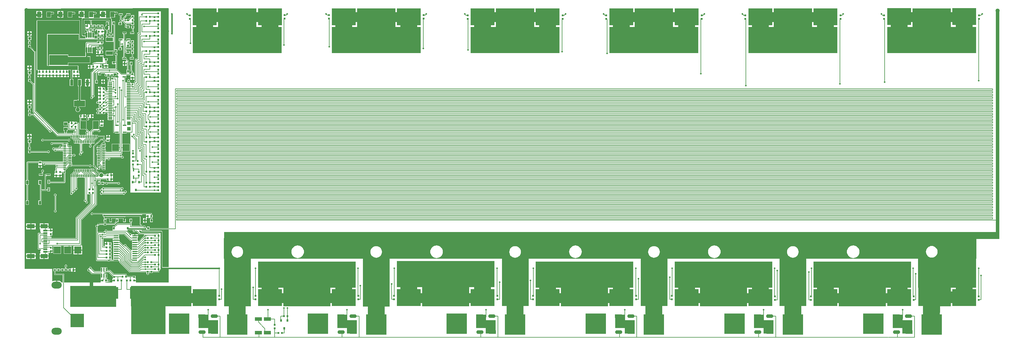
<source format=gtl>
G04*
G04 #@! TF.GenerationSoftware,Altium Limited,Altium Designer,18.1.7 (191)*
G04*
G04 Layer_Physical_Order=1*
G04 Layer_Color=255*
%FSLAX44Y44*%
%MOMM*%
G71*
G01*
G75*
%ADD10C,0.2000*%
%ADD13C,0.1500*%
%ADD22R,1.0000X1.0000*%
%ADD23R,0.6000X0.6000*%
%ADD24R,0.6000X0.6000*%
%ADD25R,0.5500X0.8000*%
%ADD26R,1.0000X0.4500*%
%ADD27R,0.8000X0.5500*%
%ADD28R,0.4500X1.0000*%
%ADD29O,1.3500X0.3500*%
%ADD30R,2.0000X2.0000*%
%ADD31R,2.0000X2.0000*%
%ADD32R,2.0000X1.0000*%
G04:AMPARAMS|DCode=33|XSize=2mm|YSize=1mm|CornerRadius=0mm|HoleSize=0mm|Usage=FLASHONLY|Rotation=0.000|XOffset=0mm|YOffset=0mm|HoleType=Round|Shape=Octagon|*
%AMOCTAGOND33*
4,1,8,1.0000,-0.2500,1.0000,0.2500,0.7500,0.5000,-0.7500,0.5000,-1.0000,0.2500,-1.0000,-0.2500,-0.7500,-0.5000,0.7500,-0.5000,1.0000,-0.2500,0.0*
%
%ADD33OCTAGOND33*%

%ADD34R,6.0000X6.0000*%
%ADD35R,7.0000X5.0000*%
%ADD36R,1.2000X1.5000*%
%ADD37R,2.0000X1.1000*%
%ADD38R,5.4000X2.9000*%
%ADD39R,3.2000X1.7000*%
%ADD40R,0.9000X1.7000*%
%ADD41R,0.3500X1.0000*%
%ADD42R,0.3500X1.0000*%
G04:AMPARAMS|DCode=43|XSize=1.47mm|YSize=0.48mm|CornerRadius=0.06mm|HoleSize=0mm|Usage=FLASHONLY|Rotation=90.000|XOffset=0mm|YOffset=0mm|HoleType=Round|Shape=RoundedRectangle|*
%AMROUNDEDRECTD43*
21,1,1.4700,0.3600,0,0,90.0*
21,1,1.3500,0.4800,0,0,90.0*
1,1,0.1200,0.1800,0.6750*
1,1,0.1200,0.1800,-0.6750*
1,1,0.1200,-0.1800,-0.6750*
1,1,0.1200,-0.1800,0.6750*
%
%ADD43ROUNDEDRECTD43*%
%ADD44R,2.2000X1.8000*%
G04:AMPARAMS|DCode=45|XSize=0.3mm|YSize=0.8mm|CornerRadius=0.075mm|HoleSize=0mm|Usage=FLASHONLY|Rotation=0.000|XOffset=0mm|YOffset=0mm|HoleType=Round|Shape=RoundedRectangle|*
%AMROUNDEDRECTD45*
21,1,0.3000,0.6500,0,0,0.0*
21,1,0.1500,0.8000,0,0,0.0*
1,1,0.1500,0.0750,-0.3250*
1,1,0.1500,-0.0750,-0.3250*
1,1,0.1500,-0.0750,0.3250*
1,1,0.1500,0.0750,0.3250*
%
%ADD45ROUNDEDRECTD45*%
G04:AMPARAMS|DCode=46|XSize=0.3mm|YSize=0.8mm|CornerRadius=0.075mm|HoleSize=0mm|Usage=FLASHONLY|Rotation=90.000|XOffset=0mm|YOffset=0mm|HoleType=Round|Shape=RoundedRectangle|*
%AMROUNDEDRECTD46*
21,1,0.3000,0.6500,0,0,90.0*
21,1,0.1500,0.8000,0,0,90.0*
1,1,0.1500,0.3250,0.0750*
1,1,0.1500,0.3250,-0.0750*
1,1,0.1500,-0.3250,-0.0750*
1,1,0.1500,-0.3250,0.0750*
%
%ADD46ROUNDEDRECTD46*%
%ADD47R,0.8000X0.8000*%
%ADD48R,1.4500X0.3000*%
%ADD49R,0.7000X1.1000*%
%ADD50R,0.9800X0.9300*%
%ADD51R,1.1500X0.6000*%
%ADD52R,1.1500X0.3000*%
%ADD53R,1.8000X3.4000*%
%ADD54R,1.7000X2.4000*%
%ADD93C,0.4000*%
%ADD94C,0.5000*%
%ADD95C,0.3000*%
%ADD96C,1.0000*%
%ADD97R,1.0000X3.0000*%
%ADD98R,10.1000X12.7000*%
%ADD99R,7.9000X14.0002*%
%ADD100R,5.0000X5.2000*%
%ADD101R,14.0000X5.2000*%
%ADD102R,8.6000X3.5000*%
%ADD103R,6.6000X5.8000*%
%ADD104R,17.0000X8.6000*%
%ADD105R,5.0000X5.0000*%
%ADD106R,25.9810X7.7000*%
%ADD107R,11.2190X5.8000*%
%ADD108R,26.0000X7.7000*%
%ADD109R,28.5000X7.7000*%
%ADD110R,13.7000X5.8000*%
%ADD111R,6.4000X4.7000*%
%ADD112R,24.0000X3.0000*%
%ADD113R,26.5000X3.0000*%
%ADD114R,13.6000X3.0000*%
%ADD115R,7.9000X14.1002*%
%ADD116R,7.9000X14.1002*%
%ADD117R,7.9000X14.0002*%
%ADD118R,7.9000X14.0002*%
%ADD119R,226.1000X2.1000*%
%ADD120R,11.9000X1.2000*%
%ADD121R,1.0000X4.4000*%
%ADD122R,13.4000X6.1000*%
%ADD123R,5.0000X3.0000*%
%ADD124R,13.6000X3.0000*%
%ADD125R,9.3000X4.0000*%
%ADD126R,11.8000X1.8000*%
%ADD127R,3.0000X13.2000*%
%ADD128R,12.4000X4.0000*%
%ADD129R,3.0000X4.0000*%
%ADD130R,17.6000X5.9000*%
%ADD131R,4.0000X4.0000*%
%ADD132O,3.0000X2.0000*%
%ADD133R,2.0000X1.2000*%
%ADD134R,2.3000X1.2000*%
%ADD135C,0.5080*%
%ADD136C,0.4800*%
%ADD137C,1.2000*%
%ADD138C,1.2700*%
G36*
X750000Y1179584D02*
X750000Y539039D01*
X693750D01*
Y543500D01*
X686250D01*
Y540359D01*
X685176Y539817D01*
X684250Y539586D01*
X683327Y540203D01*
X682213Y541660D01*
X682325Y542286D01*
X682467Y543000D01*
X682203Y544327D01*
X681451Y545451D01*
X680327Y546203D01*
X679000Y546467D01*
X677673Y546203D01*
X676549Y545451D01*
X676273Y545039D01*
X641039D01*
Y556500D01*
X643250D01*
Y566500D01*
X635750D01*
Y556500D01*
X636961D01*
Y552039D01*
X600000D01*
X599220Y551884D01*
X598558Y551442D01*
X598558Y551442D01*
X590616Y543500D01*
X586250D01*
Y534039D01*
X586250Y533500D01*
X584948Y532039D01*
X570260D01*
X570203Y532327D01*
X569451Y533451D01*
X568327Y534203D01*
X567000Y534467D01*
X565673Y534203D01*
X564549Y533451D01*
X563797Y532327D01*
X563599Y531330D01*
X563156Y530658D01*
X562000Y529609D01*
X560619Y529335D01*
X559448Y528552D01*
X559105Y528039D01*
X543000D01*
X542039Y529887D01*
Y542105D01*
X542552Y542448D01*
X543335Y543619D01*
X543609Y545000D01*
X543356Y546272D01*
X543842Y546918D01*
X544193Y547290D01*
X544812Y547770D01*
X546000Y547533D01*
X547327Y547797D01*
X548451Y548549D01*
X548727Y548961D01*
X560000D01*
Y546920D01*
X568000D01*
Y548961D01*
X591000D01*
X591780Y549116D01*
X592442Y549558D01*
X599384Y556500D01*
X603250D01*
X603250Y566500D01*
X605067Y566941D01*
X614933D01*
X616750Y566500D01*
Y556500D01*
X624250D01*
Y566500D01*
X623059D01*
Y570000D01*
X622872Y570941D01*
X622996Y571417D01*
X624048Y572941D01*
X665941D01*
Y552542D01*
X665797Y552327D01*
X665533Y551000D01*
X665797Y549673D01*
X666549Y548549D01*
X667673Y547797D01*
X669000Y547533D01*
X670327Y547797D01*
X671451Y548549D01*
X672203Y549673D01*
X672467Y551000D01*
X672203Y552327D01*
X672059Y552542D01*
Y576000D01*
X671868Y576961D01*
X671953Y577359D01*
X673035Y578961D01*
X683380D01*
Y575270D01*
X688920D01*
Y574000D01*
X690190D01*
Y568460D01*
X694460D01*
X695080Y570000D01*
X696961D01*
Y566500D01*
X695750D01*
Y556500D01*
X703250D01*
Y566500D01*
X701039D01*
Y570000D01*
X703080D01*
Y578000D01*
X701039D01*
Y581000D01*
X700884Y581780D01*
X700442Y582442D01*
X699780Y582884D01*
X699000Y583039D01*
X528727D01*
X528451Y583451D01*
X527327Y584203D01*
X526000Y584467D01*
X524673Y584203D01*
X523549Y583451D01*
X522797Y582327D01*
X522533Y581000D01*
X522797Y579673D01*
X523549Y578549D01*
X524673Y577797D01*
X526000Y577533D01*
X527327Y577797D01*
X528451Y578549D01*
X528727Y578961D01*
X556484D01*
X557019Y578295D01*
X557724Y576961D01*
X557533Y576000D01*
X557797Y574673D01*
X558549Y573549D01*
X559673Y572797D01*
X560787Y571340D01*
X560675Y570714D01*
X560533Y570000D01*
X560797Y568673D01*
X561549Y567549D01*
X561961Y567273D01*
Y565080D01*
X560000D01*
Y557080D01*
X568000D01*
Y565080D01*
X568000D01*
X568335Y566941D01*
X574933D01*
X576750Y566500D01*
Y556500D01*
X584250D01*
Y566500D01*
X586067Y566941D01*
X593933D01*
X595750Y566500D01*
X595750Y564941D01*
Y558634D01*
X590155Y553039D01*
X568000D01*
Y554920D01*
X560000D01*
Y553039D01*
X548727D01*
X548451Y553451D01*
X547327Y554203D01*
X546000Y554467D01*
X544673Y554203D01*
X543549Y553451D01*
X542797Y552327D01*
X542533Y551000D01*
X542770Y549812D01*
X542290Y549193D01*
X541918Y548843D01*
X541272Y548356D01*
X540000Y548609D01*
X538619Y548335D01*
X537448Y547552D01*
X536665Y546381D01*
X536391Y545000D01*
X536665Y543619D01*
X537448Y542448D01*
X537961Y542105D01*
Y445373D01*
X538116Y444593D01*
X538558Y443931D01*
X539220Y443489D01*
X540000Y443334D01*
X572024D01*
X572549Y442549D01*
X573673Y441797D01*
X575000Y441533D01*
X576327Y441797D01*
X577451Y442549D01*
X577976Y443334D01*
X588250D01*
Y442873D01*
X604750D01*
X605961Y441375D01*
Y440000D01*
X606116Y439220D01*
X606558Y438558D01*
X634558Y410558D01*
X635220Y410116D01*
X636000Y409961D01*
X636000Y409961D01*
X684825D01*
X684920Y408000D01*
X684920Y408000D01*
X685533Y406000D01*
X685797Y404673D01*
X686549Y403549D01*
X687673Y402797D01*
X689000Y402533D01*
X690327Y402797D01*
X691451Y403549D01*
X692203Y404673D01*
X692467Y406000D01*
X692920Y408000D01*
X692920D01*
Y413998D01*
X694000Y414621D01*
X695080Y413998D01*
Y408000D01*
X703080D01*
Y410041D01*
X720080D01*
X720860Y410196D01*
X721522Y410638D01*
X721964Y411300D01*
X722119Y412080D01*
Y415000D01*
X724080D01*
Y418867D01*
X725041Y419397D01*
X726080Y419675D01*
X726830Y419174D01*
X728000Y418941D01*
X730000D01*
X730000Y418941D01*
X730000Y418941D01*
X750000D01*
Y380000D01*
X656343D01*
X654540Y380476D01*
X654540Y382000D01*
Y384747D01*
X649000D01*
Y387286D01*
X654540D01*
X654540Y391557D01*
X653000Y392667D01*
X653000Y393557D01*
Y400177D01*
X645000D01*
Y399136D01*
X629080D01*
Y401096D01*
X627039D01*
Y404000D01*
X626884Y404780D01*
X626442Y405442D01*
X625780Y405884D01*
X625000Y406039D01*
X589845D01*
X579442Y416442D01*
X578780Y416884D01*
X578000Y417039D01*
X570154D01*
Y424500D01*
X564654D01*
Y424500D01*
X563654D01*
Y424500D01*
X557654Y424500D01*
X556154Y424500D01*
X551654D01*
Y413039D01*
X533845D01*
X524489Y422395D01*
X524609Y423000D01*
X524335Y424381D01*
X523552Y425552D01*
X522381Y426335D01*
X521000Y426609D01*
X519619Y426335D01*
X518448Y425552D01*
X517665Y424381D01*
X517391Y423000D01*
X517521Y422346D01*
X516299Y420791D01*
X516000Y420609D01*
X514619Y420335D01*
X513448Y419552D01*
X512665Y418381D01*
X512391Y417000D01*
X512665Y415619D01*
X513448Y414448D01*
X514619Y413665D01*
X516000Y413391D01*
X516605Y413511D01*
X524558Y405558D01*
X524558Y405558D01*
X525220Y405116D01*
X526000Y404961D01*
X526000Y404961D01*
X551654D01*
Y393540D01*
X551654Y393500D01*
X551557Y391540D01*
X551380D01*
Y387270D01*
X556920D01*
Y384730D01*
X551380D01*
Y382000D01*
X549571Y380000D01*
X445039D01*
Y404000D01*
X444884Y404780D01*
X444442Y405442D01*
X443780Y405884D01*
X443000Y406039D01*
X419959D01*
Y413000D01*
X421920D01*
Y421000D01*
X413920D01*
Y413000D01*
X415881D01*
Y404000D01*
X416036Y403220D01*
X416478Y402558D01*
X417140Y402116D01*
X417920Y401961D01*
X440961D01*
Y380000D01*
X438435D01*
X436944Y381944D01*
X434324Y383954D01*
X431274Y385217D01*
X428000Y385648D01*
X424270D01*
Y373000D01*
X421730D01*
Y385648D01*
X418000D01*
X414726Y385217D01*
X412000Y384088D01*
X410000Y384891D01*
X410000Y420000D01*
X330000Y420000D01*
Y1180000D01*
X748584Y1180997D01*
X750000Y1179584D01*
D02*
G37*
G36*
X750000Y425059D02*
X731267D01*
X731059Y425267D01*
Y528000D01*
X730826Y529170D01*
X730163Y530163D01*
X729171Y530826D01*
X728000Y531059D01*
X670498D01*
X669920Y531941D01*
X671000Y533941D01*
X680458D01*
X680673Y533797D01*
X682000Y533533D01*
X683327Y533797D01*
X684250Y534414D01*
X685176Y534183D01*
X686250Y533641D01*
Y533500D01*
X693750D01*
Y534961D01*
X750000D01*
X750000Y425059D01*
D02*
G37*
G36*
X637435Y502681D02*
X637435Y502681D01*
X638096Y502239D01*
X638877Y502084D01*
X641989D01*
X642750Y501323D01*
Y499823D01*
X642750Y499323D01*
Y494823D01*
X642750D01*
Y493323D01*
X642750D01*
Y488823D01*
X642750Y488323D01*
Y486823D01*
X642750Y486323D01*
Y482323D01*
X642750Y481823D01*
Y480323D01*
X642750Y479823D01*
Y475823D01*
X642291Y475242D01*
X639790Y475094D01*
X626370Y488514D01*
X626467Y489000D01*
X626203Y490327D01*
X625451Y491451D01*
X624327Y492203D01*
X623000Y492467D01*
X621673Y492203D01*
X620549Y491451D01*
X619797Y490327D01*
X619729Y489983D01*
X617591Y489293D01*
X610442Y496442D01*
X610442Y496442D01*
X608069Y498815D01*
X607407Y499257D01*
X606290Y499833D01*
Y502603D01*
X596500D01*
X586710D01*
Y499833D01*
X588250D01*
Y494873D01*
X588250D01*
Y493373D01*
X588250D01*
Y488373D01*
X588250D01*
Y486873D01*
X588250D01*
Y481873D01*
X588250D01*
Y480373D01*
X588250D01*
Y475373D01*
X588250D01*
Y473873D01*
X588250D01*
Y468873D01*
X588250D01*
Y467373D01*
X588250D01*
Y462373D01*
X588250D01*
Y460873D01*
X588250D01*
Y455873D01*
X588250D01*
Y454373D01*
X588250D01*
Y449373D01*
X588250Y449373D01*
X588155Y447412D01*
X584076D01*
X583080Y449000D01*
Y457000D01*
X581039D01*
Y459000D01*
X583080D01*
Y467000D01*
X581039D01*
Y469000D01*
X583080D01*
Y477000D01*
X581039D01*
Y479000D01*
X583080D01*
Y487000D01*
X581039D01*
Y489000D01*
X583080D01*
Y497000D01*
X575570Y497000D01*
X574460Y498540D01*
X573969Y498540D01*
X570190D01*
Y493000D01*
X568920D01*
Y491730D01*
X563380D01*
Y487460D01*
X561982Y486039D01*
X559039D01*
Y507105D01*
X559552Y507448D01*
X559895Y507961D01*
X584730D01*
X586710Y507913D01*
Y505143D01*
X596500D01*
X606290D01*
Y507913D01*
X604750D01*
Y512873D01*
X604750D01*
Y514373D01*
X604750D01*
Y519373D01*
X606507Y519961D01*
X620155D01*
X637435Y502681D01*
D02*
G37*
G36*
X644993Y533306D02*
X645721Y531941D01*
X645533Y531000D01*
X645797Y529673D01*
X646549Y528549D01*
X647673Y527797D01*
X649000Y527533D01*
X650327Y527797D01*
X651451Y528549D01*
X651727Y528961D01*
X656155D01*
X663558Y521558D01*
X664220Y521116D01*
X665000Y520961D01*
X677335D01*
X677607Y520622D01*
X678221Y518961D01*
X677797Y518327D01*
X677533Y517000D01*
X677630Y516514D01*
X662210Y501094D01*
X659709Y501242D01*
X659250Y501823D01*
Y506323D01*
X659250D01*
Y507823D01*
X659250D01*
Y512783D01*
X660790D01*
Y515553D01*
X651000D01*
Y516823D01*
X649730D01*
Y520863D01*
X641438D01*
X641335Y521381D01*
X640552Y522552D01*
X639381Y523335D01*
X638000Y523609D01*
X637395Y523489D01*
X629442Y531442D01*
X629355Y531500D01*
X629962Y533500D01*
X633750D01*
Y533941D01*
X644471D01*
X644993Y533306D01*
D02*
G37*
G36*
X3105000Y510000D02*
Y450000D01*
X911000Y450000D01*
Y510000D01*
X3105000Y510000D01*
D02*
G37*
G36*
X587000Y397116D02*
X587000Y392667D01*
X585460Y391557D01*
X585460Y391066D01*
Y387286D01*
X591000D01*
Y384747D01*
X585460D01*
Y382000D01*
X583657Y380000D01*
X566209Y380000D01*
X564966Y381376D01*
X565135Y382000D01*
X571080D01*
Y382308D01*
X571327Y382516D01*
X573080Y383194D01*
X573673Y382797D01*
X575000Y382533D01*
X576327Y382797D01*
X577451Y383549D01*
X578203Y384673D01*
X578467Y386000D01*
X578203Y387327D01*
X577451Y388451D01*
X576327Y389203D01*
X575000Y389467D01*
X573673Y389203D01*
X573080Y388806D01*
X571327Y389484D01*
X571080Y389692D01*
Y390000D01*
X569119D01*
Y393500D01*
X570154D01*
Y405500D01*
X566496D01*
X566383Y405634D01*
X565570Y406961D01*
X566373Y408961D01*
X575155D01*
X587000Y397116D01*
D02*
G37*
%LPC*%
G36*
X504586Y1173040D02*
X497316D01*
Y1164270D01*
X504586D01*
Y1173040D01*
D02*
G37*
G36*
X566586D02*
X559316D01*
Y1164270D01*
X566586D01*
Y1173040D01*
D02*
G37*
G36*
X442586D02*
X435316D01*
Y1164270D01*
X442586D01*
Y1173040D01*
D02*
G37*
G36*
X432776D02*
X425506D01*
Y1164270D01*
X432776D01*
Y1173040D01*
D02*
G37*
G36*
X556776D02*
X549506D01*
Y1164270D01*
X556776D01*
Y1173040D01*
D02*
G37*
G36*
X494776D02*
X487506D01*
Y1164270D01*
X494776D01*
Y1173040D01*
D02*
G37*
G36*
X380632Y1173040D02*
X373362D01*
Y1164270D01*
X380632D01*
Y1173040D01*
D02*
G37*
G36*
X370822D02*
X363552D01*
Y1164270D01*
X370822D01*
Y1173040D01*
D02*
G37*
G36*
X592954Y1171500D02*
X578954D01*
Y1155495D01*
X578954D01*
X578954Y1155495D01*
X578881Y1153648D01*
X578788Y1152569D01*
X578393Y1152569D01*
X568424D01*
X566586Y1152960D01*
X566586Y1154569D01*
Y1161730D01*
X558046D01*
X549506D01*
Y1154569D01*
X549506Y1152960D01*
X547668Y1152569D01*
X531119D01*
X530954Y1154500D01*
X530954Y1154569D01*
Y1163941D01*
X534458D01*
X534673Y1163797D01*
X536000Y1163533D01*
X537327Y1163797D01*
X538451Y1164549D01*
X539203Y1165673D01*
X539467Y1167000D01*
X539203Y1168327D01*
X538451Y1169451D01*
X537327Y1170203D01*
X536000Y1170467D01*
X534673Y1170203D01*
X534458Y1170059D01*
X530954D01*
Y1171500D01*
X516954D01*
Y1167296D01*
X516895Y1167000D01*
X516954Y1166704D01*
Y1154569D01*
X516954Y1154500D01*
X516788Y1152569D01*
X506424D01*
X504586Y1152960D01*
X504586Y1154569D01*
Y1161730D01*
X496046D01*
X487506D01*
Y1152960D01*
X496214D01*
X496373Y1152779D01*
X497100Y1150960D01*
X496703Y1150366D01*
X496431Y1149000D01*
Y1103000D01*
X496703Y1101634D01*
X497477Y1100477D01*
X498634Y1099703D01*
X500000Y1099431D01*
X506819D01*
Y1095750D01*
X506943Y1095126D01*
X507001Y1095039D01*
X506461Y1093495D01*
X506115Y1093039D01*
X491039D01*
Y1104896D01*
X491082Y1105000D01*
Y1145000D01*
X490765Y1145765D01*
X490000Y1146082D01*
X459000D01*
X459000Y1146083D01*
X366000D01*
X365235Y1145766D01*
X365235Y1145765D01*
X365235D01*
X364918Y1145000D01*
Y1105000D01*
X364918Y1105000D01*
Y1013000D01*
X364918Y1013000D01*
Y1001000D01*
X365235Y1000235D01*
X366000Y999918D01*
X367347D01*
X369000Y999080D01*
X369000Y991571D01*
X367460Y990460D01*
X367460Y989969D01*
Y986190D01*
X373000D01*
Y984920D01*
X374270D01*
Y979380D01*
X381730D01*
Y984920D01*
X384270D01*
Y979380D01*
X387460D01*
Y979380D01*
X391730D01*
Y984920D01*
X394270D01*
Y979380D01*
X401730D01*
Y984920D01*
X404270D01*
Y979380D01*
X411730D01*
Y984920D01*
X414270D01*
Y979380D01*
X418540D01*
Y979460D01*
X421730D01*
Y985000D01*
X424270D01*
Y979460D01*
X427460D01*
Y979380D01*
X431730D01*
Y984920D01*
X434270D01*
Y979380D01*
X441730D01*
Y984920D01*
X444270D01*
Y979380D01*
X451730D01*
Y984920D01*
X453000D01*
Y986190D01*
X458540D01*
Y990460D01*
X457000Y991571D01*
X457000Y992460D01*
Y999080D01*
X458653Y999918D01*
X464451D01*
Y973585D01*
X464394Y973500D01*
X461500D01*
Y954500D01*
X472500D01*
Y973500D01*
X469606D01*
X469549Y973585D01*
Y979380D01*
X472730D01*
Y984920D01*
X475270D01*
Y979380D01*
X482730D01*
Y984920D01*
X484000D01*
Y986190D01*
X489540D01*
Y990460D01*
X488000Y991080D01*
Y999080D01*
X486837D01*
X486082Y1001000D01*
Y1013000D01*
X485765Y1013765D01*
X485000Y1014082D01*
X458827D01*
X457000Y1014500D01*
X457000Y1016083D01*
Y1020918D01*
X520000D01*
X520199Y1021000D01*
X521000D01*
Y1021801D01*
X521082Y1022000D01*
Y1040000D01*
X521000Y1040199D01*
Y1041000D01*
X520199D01*
X520000Y1041082D01*
X513059D01*
Y1049684D01*
X513381Y1050080D01*
X514950Y1051119D01*
X518550D01*
X519174Y1051243D01*
X520000Y1051503D01*
X520826Y1051243D01*
X521450Y1051119D01*
X525050D01*
X525238Y1051156D01*
X525686Y1050486D01*
X526725Y1049792D01*
X527950Y1049548D01*
X528480D01*
Y1059500D01*
X529750D01*
Y1060770D01*
X534752D01*
Y1066250D01*
X534610Y1066961D01*
X535471Y1068488D01*
X535920Y1068961D01*
X539920D01*
Y1061000D01*
X547920D01*
Y1069000D01*
X544959D01*
Y1071000D01*
X546071Y1072706D01*
X546421Y1072961D01*
X553080D01*
X553080Y1072961D01*
X554080D01*
X554080Y1072961D01*
X554080Y1072961D01*
X555000D01*
X555780Y1073116D01*
X556442Y1073558D01*
X556884Y1074220D01*
X557039Y1075000D01*
Y1077000D01*
X559080D01*
Y1085000D01*
X551080D01*
Y1079687D01*
X550920Y1079620D01*
X548920Y1080950D01*
Y1085000D01*
X540920D01*
Y1082039D01*
X510000D01*
X509220Y1081884D01*
X508558Y1081442D01*
X508116Y1080780D01*
X507961Y1080000D01*
Y1067784D01*
X507826Y1067757D01*
X507296Y1067404D01*
X506943Y1066874D01*
X506819Y1066250D01*
Y1052750D01*
X506941Y1052134D01*
Y1041082D01*
X457000D01*
Y1045500D01*
X401000D01*
Y1040199D01*
X400918Y1040000D01*
Y1022000D01*
X401000Y1021801D01*
X401000Y1014500D01*
X399173Y1014082D01*
X397082D01*
Y1103918D01*
X486961D01*
Y1091000D01*
X487116Y1090220D01*
X487558Y1089558D01*
X488220Y1089116D01*
X489000Y1088961D01*
X536598D01*
X537000Y1088881D01*
X541000D01*
Y1087920D01*
X549000D01*
Y1088881D01*
X552000D01*
Y1087920D01*
X560000D01*
Y1095920D01*
X552000D01*
Y1092959D01*
X549000D01*
Y1095920D01*
X541000D01*
Y1092959D01*
X537402D01*
X537000Y1093039D01*
X533885D01*
X533539Y1093495D01*
X532999Y1095039D01*
X533057Y1095126D01*
X533181Y1095750D01*
Y1101041D01*
X541000D01*
Y1098080D01*
X549000D01*
Y1100041D01*
X552000D01*
Y1098080D01*
X560000D01*
Y1105460D01*
X560000Y1106080D01*
X561428Y1107460D01*
X561620D01*
Y1111730D01*
X556080D01*
Y1114270D01*
X561620D01*
Y1118540D01*
X559652D01*
X558039Y1120000D01*
Y1125000D01*
X559080D01*
Y1133000D01*
X551080D01*
Y1125000D01*
X553961D01*
Y1122039D01*
X534080D01*
X534080Y1122039D01*
X533883Y1122000D01*
X529080D01*
Y1114000D01*
X537080D01*
Y1117961D01*
X540318D01*
X541920Y1117000D01*
X541920Y1115961D01*
Y1109000D01*
X542961D01*
Y1106080D01*
X541000D01*
Y1105119D01*
X533181D01*
Y1109250D01*
X533057Y1109874D01*
X532704Y1110404D01*
X532174Y1110757D01*
X531550Y1110881D01*
X527950D01*
X527326Y1110757D01*
X527185Y1110713D01*
X525648Y1111330D01*
X525289Y1111619D01*
Y1114000D01*
X526920D01*
Y1122000D01*
X518920D01*
Y1115842D01*
X518759Y1115676D01*
X516920Y1114908D01*
X516000Y1115618D01*
Y1119803D01*
X516039Y1120000D01*
X516000Y1120197D01*
X516000Y1122430D01*
X517540Y1123540D01*
Y1123572D01*
X518920Y1125000D01*
X519540Y1125000D01*
X526920D01*
Y1133000D01*
X526416D01*
X525010Y1134422D01*
X525073Y1139977D01*
X525002Y1140359D01*
X524993Y1140407D01*
X525044Y1145431D01*
X576431D01*
Y1129099D01*
X574431Y1128420D01*
X573992Y1128992D01*
X573059Y1129709D01*
Y1132500D01*
X574250D01*
Y1142500D01*
X566750D01*
Y1132500D01*
X566750D01*
X566575Y1130572D01*
X565470Y1130114D01*
X564007Y1128992D01*
X562886Y1127530D01*
X562180Y1125827D01*
X561940Y1124000D01*
X562180Y1122173D01*
X562886Y1120470D01*
X564007Y1119007D01*
X565470Y1117886D01*
X567173Y1117180D01*
X568961Y1116945D01*
Y1107000D01*
X566920D01*
Y1099000D01*
X568961D01*
Y1096500D01*
X566000D01*
Y1083500D01*
X586961D01*
X588000Y1083500D01*
X588961Y1081898D01*
Y1058039D01*
X588000D01*
X587220Y1057884D01*
X586558Y1057442D01*
X586558Y1057442D01*
X585616Y1056500D01*
X566000D01*
Y1043500D01*
X588000D01*
Y1053116D01*
X588845Y1053961D01*
X592000D01*
Y1053080D01*
X600000D01*
Y1061080D01*
X593039D01*
Y1105000D01*
Y1132500D01*
X593250D01*
Y1142500D01*
X585750D01*
Y1132500D01*
X588961D01*
Y1107039D01*
X580080D01*
X579883Y1107000D01*
X577080D01*
Y1099000D01*
X585080D01*
Y1102961D01*
X588961D01*
Y1098102D01*
X588000Y1096500D01*
X586961Y1096500D01*
X573039D01*
Y1099000D01*
X574920D01*
Y1107000D01*
X573039D01*
Y1117947D01*
X574389Y1118999D01*
X576250Y1118274D01*
Y1109500D01*
X583750D01*
Y1119500D01*
X583569D01*
Y1149000D01*
X583297Y1150366D01*
X582523Y1151523D01*
X581366Y1152297D01*
X580345Y1152500D01*
X580542Y1154500D01*
X580925Y1154500D01*
X580954Y1154500D01*
X592954D01*
Y1163941D01*
X596458D01*
X596673Y1163797D01*
X598000Y1163533D01*
X599327Y1163797D01*
X600451Y1164549D01*
X601203Y1165673D01*
X601467Y1167000D01*
X601203Y1168327D01*
X600451Y1169451D01*
X599327Y1170203D01*
X598000Y1170467D01*
X596673Y1170203D01*
X596458Y1170059D01*
X592954D01*
Y1171500D01*
D02*
G37*
G36*
X468954D02*
X454954D01*
Y1167296D01*
X454895Y1167000D01*
X454954Y1166704D01*
Y1154500D01*
X468954D01*
Y1163941D01*
X472458D01*
X472673Y1163797D01*
X474000Y1163533D01*
X475326Y1163797D01*
X476451Y1164549D01*
X477203Y1165673D01*
X477467Y1167000D01*
X477203Y1168327D01*
X476451Y1169451D01*
X475326Y1170203D01*
X474000Y1170467D01*
X472673Y1170203D01*
X472458Y1170059D01*
X468954D01*
Y1171500D01*
D02*
G37*
G36*
X407000Y1171500D02*
X393000D01*
Y1167526D01*
X392895Y1167000D01*
X393000Y1166474D01*
Y1154500D01*
X407000D01*
Y1163941D01*
X410458D01*
X410673Y1163797D01*
X412000Y1163533D01*
X413327Y1163797D01*
X414451Y1164549D01*
X415203Y1165673D01*
X415467Y1167000D01*
X415203Y1168327D01*
X414451Y1169451D01*
X413327Y1170203D01*
X412000Y1170467D01*
X410673Y1170203D01*
X410458Y1170059D01*
X407000D01*
Y1171500D01*
D02*
G37*
G36*
X380632Y1161730D02*
X373362D01*
Y1152960D01*
X380632D01*
Y1161730D01*
D02*
G37*
G36*
X370822D02*
X363552D01*
Y1152960D01*
X370822D01*
Y1161730D01*
D02*
G37*
G36*
X442586Y1161730D02*
X435316D01*
Y1152960D01*
X442586D01*
Y1161730D01*
D02*
G37*
G36*
X432776D02*
X425506D01*
Y1152960D01*
X432776D01*
Y1161730D01*
D02*
G37*
G36*
X638000Y1166250D02*
X626000D01*
Y1161884D01*
X615558Y1151442D01*
X615116Y1150780D01*
X614961Y1150000D01*
Y1147547D01*
X612961Y1146941D01*
X612552Y1147552D01*
X611540Y1148229D01*
Y1159750D01*
X616000D01*
Y1166250D01*
X604000D01*
Y1159750D01*
X607461D01*
Y1147561D01*
X607448Y1147552D01*
X606665Y1146381D01*
X606391Y1145000D01*
X606665Y1143619D01*
X607448Y1142448D01*
X607461Y1142439D01*
Y1139750D01*
X603500D01*
Y1132250D01*
X613500D01*
Y1139750D01*
X611540D01*
Y1141771D01*
X612552Y1142448D01*
X612966Y1143067D01*
X613843Y1143073D01*
X615036Y1142702D01*
X615116Y1142300D01*
X615558Y1141638D01*
X621961Y1135235D01*
Y1127000D01*
X622116Y1126220D01*
X622558Y1125558D01*
X623220Y1125116D01*
X624000Y1124961D01*
X626500D01*
Y1122750D01*
X636500D01*
Y1130250D01*
X626500D01*
X626039Y1132059D01*
Y1135041D01*
X641000D01*
Y1132080D01*
X649000D01*
Y1140080D01*
X647039D01*
Y1142920D01*
X649000D01*
Y1150920D01*
X645864D01*
X644796Y1152920D01*
X644902Y1153080D01*
X649000D01*
Y1161080D01*
X641000D01*
Y1156884D01*
X633366Y1149250D01*
X626500D01*
Y1149250D01*
X624500Y1148255D01*
X624381Y1148335D01*
X623000Y1148609D01*
X621619Y1148335D01*
X620397Y1149923D01*
X620299Y1150415D01*
X629634Y1159750D01*
X638000D01*
Y1166250D01*
D02*
G37*
G36*
X548920Y1133000D02*
X540920D01*
Y1131039D01*
X537080D01*
Y1133000D01*
X529080D01*
Y1125000D01*
X537080D01*
Y1126961D01*
X540920D01*
Y1125000D01*
X548920D01*
Y1133000D01*
D02*
G37*
G36*
X350540Y1113540D02*
X345270D01*
Y1108270D01*
X350540D01*
Y1113540D01*
D02*
G37*
G36*
X342730D02*
X337460D01*
Y1108270D01*
X342730D01*
Y1113540D01*
D02*
G37*
G36*
X649000Y1129920D02*
X641000D01*
Y1121920D01*
X642961D01*
Y1112250D01*
X637000D01*
Y1105750D01*
X649000D01*
Y1112250D01*
X647039D01*
Y1121920D01*
X649000D01*
Y1129920D01*
D02*
G37*
G36*
X350540Y1105730D02*
X345270D01*
Y1100460D01*
X350540D01*
Y1105730D01*
D02*
G37*
G36*
X342730D02*
X337460D01*
Y1100460D01*
X342730D01*
Y1105730D01*
D02*
G37*
G36*
X727000Y1172000D02*
X662000Y1172000D01*
Y1156197D01*
X661961Y1156000D01*
Y1110039D01*
X660000D01*
X659220Y1109884D01*
X658558Y1109442D01*
X658116Y1108780D01*
X657961Y1108000D01*
Y1034039D01*
X654000D01*
X653220Y1033884D01*
X652558Y1033442D01*
X652116Y1032780D01*
X651961Y1032000D01*
Y968039D01*
X651000D01*
X650220Y967884D01*
X649558Y967442D01*
X649116Y966780D01*
X648961Y966000D01*
Y962833D01*
X648834Y962718D01*
X646961Y961947D01*
X646381Y962335D01*
X645000Y962609D01*
X643619Y962335D01*
X642448Y961552D01*
X642386Y961460D01*
X640502Y962240D01*
X640554Y962500D01*
X640340Y963573D01*
X639733Y964483D01*
X638823Y965090D01*
X637750Y965304D01*
X635943D01*
X635337Y967304D01*
X635552Y967448D01*
X636335Y968619D01*
X636609Y970000D01*
X636335Y971381D01*
X635552Y972552D01*
X634381Y973335D01*
X633000Y973609D01*
X631619Y973335D01*
X630448Y972552D01*
X629665Y971381D01*
X629391Y970000D01*
X629665Y968619D01*
X630448Y967448D01*
X630711Y967272D01*
Y965304D01*
X627750D01*
X626677Y965090D01*
X626039Y964664D01*
X624930Y964974D01*
X624039Y965496D01*
Y977750D01*
X626000D01*
Y983961D01*
X626000Y984250D01*
X626698Y985961D01*
X638509D01*
X639155Y983961D01*
X638460Y983460D01*
X638460Y982970D01*
Y979190D01*
X649540D01*
Y983460D01*
X648000Y984570D01*
X648000Y985460D01*
Y992080D01*
X646039D01*
Y995000D01*
X646039Y995000D01*
X645884Y995780D01*
X645442Y996442D01*
X645442Y996442D01*
X642039Y999845D01*
Y1014500D01*
X644250D01*
Y1024500D01*
X636750D01*
Y1014500D01*
X637961D01*
Y999000D01*
X638116Y998220D01*
X638558Y997558D01*
X641961Y994155D01*
Y992080D01*
X640000D01*
Y990039D01*
X636052D01*
X634750Y991500D01*
X634750Y992039D01*
Y1001500D01*
X633039D01*
Y1027000D01*
X632884Y1027781D01*
X632442Y1028442D01*
X626000Y1034884D01*
Y1038250D01*
X622039D01*
Y1049499D01*
X622294Y1049849D01*
X624000Y1050961D01*
X626501D01*
Y1048743D01*
X636501D01*
Y1056243D01*
X626501D01*
X626039Y1058052D01*
Y1059961D01*
X632000D01*
X632402Y1060041D01*
X640000D01*
Y1058080D01*
X648000D01*
Y1066080D01*
X646039D01*
Y1068920D01*
X648000D01*
Y1076920D01*
X640000D01*
Y1068920D01*
X641961D01*
Y1066080D01*
X640000D01*
Y1064119D01*
X632080D01*
X631678Y1064039D01*
X626039D01*
Y1065935D01*
X626501Y1067743D01*
X628039Y1067743D01*
X636501D01*
Y1075243D01*
X633540D01*
Y1077771D01*
X634552Y1078448D01*
X634895Y1078961D01*
X643000D01*
X643000Y1078961D01*
X643599Y1079080D01*
X648000D01*
Y1087080D01*
X640000D01*
Y1083039D01*
X636063D01*
X635515Y1083750D01*
X636498Y1085750D01*
X638000D01*
Y1092250D01*
X626000D01*
Y1087884D01*
X624039Y1085923D01*
X622039Y1086751D01*
Y1105750D01*
X627000D01*
Y1112250D01*
X615000D01*
Y1105750D01*
X617961D01*
Y1092345D01*
X616000Y1092250D01*
X615961Y1092250D01*
X604000D01*
Y1085750D01*
X606461D01*
Y1076000D01*
Y1065743D01*
X603501D01*
Y1058243D01*
X613501D01*
Y1065743D01*
X610540D01*
Y1071649D01*
X612540Y1072718D01*
X612619Y1072665D01*
X614000Y1072391D01*
X615381Y1072665D01*
X615961Y1073053D01*
X617834Y1072282D01*
X617961Y1072167D01*
Y1038250D01*
X614000D01*
Y1031750D01*
X623366D01*
X627279Y1027838D01*
X626248Y1026040D01*
X625015Y1026040D01*
X622770D01*
Y1020770D01*
X626790D01*
Y1023383D01*
X628225Y1024419D01*
X628790Y1024536D01*
X628961Y1024437D01*
Y1001500D01*
X627250D01*
Y992039D01*
X627250Y991500D01*
X625948Y990039D01*
X612845D01*
X603442Y999442D01*
X602780Y999884D01*
X602000Y1000039D01*
X599649D01*
X599363Y1000399D01*
X598763Y1002039D01*
X598884Y1002220D01*
X599039Y1003000D01*
Y1023000D01*
Y1042920D01*
X600000D01*
Y1050920D01*
X592000D01*
Y1042920D01*
X594961D01*
Y1025750D01*
X585000D01*
Y1018250D01*
X594961D01*
Y1005039D01*
X557682D01*
X556080Y1006000D01*
X556080Y1007039D01*
Y1014000D01*
X554119D01*
Y1017961D01*
X558531D01*
X560460Y1017790D01*
X560460Y1015961D01*
Y1013770D01*
X567000D01*
X573540D01*
Y1017790D01*
X570334D01*
X569910Y1018208D01*
X568997Y1019790D01*
X569039Y1020000D01*
Y1027750D01*
X572000D01*
Y1035250D01*
X562000D01*
X560540Y1036554D01*
Y1043540D01*
X548270D01*
Y1032000D01*
X547000D01*
Y1030730D01*
X533460D01*
Y1022039D01*
X530080D01*
X529300Y1021884D01*
X528638Y1021442D01*
X528196Y1020780D01*
X528041Y1020000D01*
Y1015414D01*
X527991Y1015364D01*
X526041Y1014735D01*
X525460Y1015540D01*
X524969Y1015540D01*
X521190D01*
Y1010000D01*
Y1004460D01*
X525460D01*
X526571Y1006000D01*
X527460Y1006000D01*
X532288D01*
X533116Y1004000D01*
X523558Y994442D01*
X523116Y993780D01*
X522961Y993000D01*
Y922895D01*
X522448Y922552D01*
X521665Y921381D01*
X521391Y920000D01*
X521665Y918619D01*
X522448Y917448D01*
X523619Y916665D01*
X525000Y916391D01*
X526381Y916665D01*
X527552Y917448D01*
X528335Y918619D01*
X528609Y920000D01*
X530000Y921391D01*
X531381Y921665D01*
X532552Y922448D01*
X533335Y923619D01*
X533609Y925000D01*
X533335Y926381D01*
X532552Y927552D01*
X532039Y927895D01*
Y990155D01*
X535856Y993972D01*
X537523Y992810D01*
X537461Y992500D01*
Y971500D01*
X535750D01*
Y961500D01*
X543250D01*
Y971500D01*
X541539D01*
Y991655D01*
X543250Y993366D01*
X545250Y992538D01*
Y984500D01*
X552750D01*
Y990866D01*
X552845Y990961D01*
X563453D01*
X564059Y988961D01*
X563448Y988552D01*
X562665Y987381D01*
X562391Y986000D01*
X562665Y984619D01*
X563448Y983448D01*
X564619Y982665D01*
X566000Y982391D01*
X567381Y982665D01*
X568000Y983079D01*
X569797Y982369D01*
X570000Y982193D01*
Y982080D01*
X578000D01*
Y984041D01*
X581000D01*
Y982080D01*
X589000D01*
X589000Y990080D01*
X590635Y990961D01*
X595543D01*
X597391Y990000D01*
X597665Y988619D01*
X598448Y987448D01*
X598961Y987105D01*
Y985039D01*
X594000D01*
X593220Y984884D01*
X592558Y984442D01*
X592430Y984250D01*
X592000Y984250D01*
X591961Y983000D01*
X592000Y982803D01*
X592000Y982250D01*
Y979010D01*
X590000Y977846D01*
X589000Y978358D01*
Y979920D01*
X585197D01*
X585000Y979959D01*
X584803Y979920D01*
X581000D01*
Y971920D01*
X581000D01*
X580712Y970039D01*
X578288D01*
X578000Y971920D01*
X578000D01*
Y979920D01*
X575197D01*
X575000Y979959D01*
X574803Y979920D01*
X570000D01*
Y971920D01*
X571961D01*
Y968000D01*
X572116Y967220D01*
X572401Y966794D01*
X572546Y966474D01*
X572271Y964512D01*
X572231Y964429D01*
X571660Y963573D01*
X571446Y962500D01*
X571660Y961427D01*
X572106Y960000D01*
X571660Y958573D01*
X571446Y957500D01*
X571660Y956427D01*
X571890Y956083D01*
X571157Y955593D01*
X570209Y954174D01*
X570129Y953770D01*
X579250D01*
Y951230D01*
X570129D01*
X570209Y950826D01*
X571157Y949407D01*
X571890Y948917D01*
X571660Y948573D01*
X571446Y947500D01*
X571660Y946427D01*
X572267Y945517D01*
Y944483D01*
X571660Y943573D01*
X571446Y942500D01*
X571520Y942128D01*
X570254Y940283D01*
X568739Y940145D01*
X564080Y944804D01*
Y950000D01*
X556571Y950000D01*
X555460Y951540D01*
X554969Y951540D01*
X551190D01*
Y946000D01*
X549920D01*
Y944730D01*
X544380D01*
Y940460D01*
Y937270D01*
X549920D01*
Y934730D01*
X544380D01*
Y930460D01*
Y927270D01*
X549920D01*
Y924730D01*
X544380D01*
Y920460D01*
Y917270D01*
X549920D01*
Y914730D01*
X544380D01*
X544380Y911020D01*
X544212Y910737D01*
X542798Y909451D01*
X542000Y909609D01*
X540619Y909335D01*
X539448Y908552D01*
X538665Y907381D01*
X538391Y906000D01*
X538665Y904619D01*
X539448Y903448D01*
X540619Y902665D01*
X542000Y902391D01*
X543381Y902665D01*
X543920Y903025D01*
X545864Y902193D01*
X545920Y902140D01*
Y902000D01*
X548302D01*
X549244Y900236D01*
X549087Y900000D01*
X545920D01*
Y892000D01*
X553920D01*
Y895393D01*
X554080Y895500D01*
X556080Y894431D01*
Y892000D01*
X557138D01*
X557949Y890172D01*
X557793Y890000D01*
X556080D01*
Y886687D01*
X555920Y886580D01*
X553920Y887649D01*
Y890000D01*
X545920D01*
Y889861D01*
X545864Y889807D01*
X543920Y888975D01*
X543381Y889335D01*
X542000Y889609D01*
X540619Y889335D01*
X539448Y888552D01*
X538665Y887381D01*
X538391Y886000D01*
X538665Y884619D01*
X539448Y883448D01*
X540619Y882665D01*
X542000Y882391D01*
X543381Y882665D01*
X543920Y883025D01*
X545864Y882193D01*
X545920Y882140D01*
Y882000D01*
X548382D01*
X549324Y880236D01*
X549167Y880000D01*
X545920D01*
Y879861D01*
X545864Y879807D01*
X543920Y878975D01*
X543381Y879335D01*
X542000Y879609D01*
X540619Y879335D01*
X539448Y878552D01*
X538665Y877381D01*
X538391Y876000D01*
X538665Y874619D01*
X539448Y873448D01*
X540619Y872665D01*
X542000Y872391D01*
X543381Y872665D01*
X543920Y873025D01*
X545864Y872193D01*
X545920Y872140D01*
Y872000D01*
X553920D01*
Y875313D01*
X554080Y875420D01*
X556080Y874351D01*
Y872000D01*
X564080D01*
Y875461D01*
X570516D01*
X571640Y873605D01*
X571637Y873461D01*
X571446Y872500D01*
X571660Y871427D01*
X572106Y870000D01*
X571660Y868573D01*
X571446Y867500D01*
X571660Y866427D01*
X572267Y865517D01*
Y864483D01*
X571660Y863573D01*
X571446Y862500D01*
X571660Y861427D01*
X572106Y860000D01*
X571660Y858573D01*
X571446Y857500D01*
X571660Y856427D01*
X572267Y855517D01*
X573177Y854910D01*
X574250Y854696D01*
X584250D01*
X585323Y854910D01*
X585961Y855336D01*
X587070Y855026D01*
X587961Y854504D01*
Y819000D01*
X588116Y818220D01*
X588558Y817558D01*
X589220Y817116D01*
X590000Y816961D01*
X590000Y816961D01*
X593000D01*
Y815750D01*
X605000Y815750D01*
X605634Y814013D01*
X605804Y786419D01*
X604394Y785000D01*
X584000D01*
Y763124D01*
X574014D01*
X568388Y763193D01*
X567200Y764980D01*
X560500D01*
Y767520D01*
X567001D01*
X566849Y768284D01*
X566122Y769372D01*
X565405Y769851D01*
X565534Y770500D01*
Y772000D01*
X565398Y772683D01*
X565012Y773262D01*
Y774238D01*
X565398Y774817D01*
X565534Y775500D01*
Y777000D01*
X565405Y777649D01*
X566122Y778128D01*
X566849Y779216D01*
X567001Y779980D01*
X560500D01*
Y782520D01*
X567001D01*
X566849Y783284D01*
X566122Y784372D01*
X565405Y784851D01*
X565534Y785500D01*
Y787000D01*
X565398Y787683D01*
X565012Y788262D01*
X564433Y788649D01*
X563750Y788784D01*
X563039D01*
Y792881D01*
X569000D01*
Y790920D01*
X577000D01*
X577000Y798429D01*
X578540Y799540D01*
X578540Y800031D01*
Y803810D01*
X567460D01*
Y799540D01*
X568265Y798959D01*
X567636Y797009D01*
X567586Y796959D01*
X564643D01*
X564609Y797000D01*
X564335Y798381D01*
X563552Y799552D01*
X563039Y799895D01*
Y807000D01*
X562884Y807780D01*
X562442Y808442D01*
X561780Y808884D01*
X561000Y809039D01*
X543534D01*
Y809420D01*
X543399Y810103D01*
X543012Y810682D01*
X542433Y811068D01*
X541750Y811204D01*
X540250D01*
X539567Y811068D01*
X538988Y810682D01*
X538012D01*
X537433Y811068D01*
X536750Y811204D01*
X535250D01*
X534567Y811068D01*
X533988Y810682D01*
X533012D01*
X532433Y811068D01*
X531750Y811204D01*
X530250D01*
X530039Y811162D01*
X528559Y811982D01*
X528039Y812453D01*
Y818155D01*
X531845Y821961D01*
X543597D01*
X543665Y821619D01*
X544448Y820448D01*
X545619Y819665D01*
X547000Y819391D01*
X548381Y819665D01*
X549552Y820448D01*
X550335Y821619D01*
X550609Y823000D01*
X550335Y824381D01*
X549552Y825552D01*
X548381Y826335D01*
X547000Y827123D01*
X547000Y828493D01*
Y836961D01*
X551000D01*
Y834920D01*
X559000D01*
X559000Y842430D01*
X560540Y843540D01*
X560540Y844031D01*
Y847810D01*
X549460D01*
Y843540D01*
X550154Y843039D01*
X549509Y841039D01*
X547000D01*
Y853123D01*
X528000D01*
Y829884D01*
X519919Y821803D01*
X518930Y821792D01*
X518433Y821860D01*
X517631Y822158D01*
X517442Y822442D01*
X517442Y822442D01*
X510000Y829884D01*
Y853123D01*
X495039D01*
Y860509D01*
X497039Y861154D01*
X497540Y860460D01*
X498031Y860460D01*
X501810D01*
Y866000D01*
Y871540D01*
X497540D01*
X496429Y870000D01*
X495540Y870000D01*
X488920D01*
Y862000D01*
X490961D01*
Y850000D01*
X491000Y849803D01*
Y827123D01*
X506993D01*
X510556Y823560D01*
X509898Y821390D01*
X509619Y821335D01*
X508448Y820552D01*
X507665Y819381D01*
X507391Y818000D01*
X507665Y816619D01*
X508448Y815448D01*
X508961Y815105D01*
Y812453D01*
X508441Y811982D01*
X506961Y811162D01*
X506750Y811204D01*
X505250D01*
X504567Y811068D01*
X503988Y810682D01*
X503012D01*
X502433Y811068D01*
X501750Y811204D01*
X500250D01*
X499567Y811068D01*
X498988Y810682D01*
X498012D01*
X497433Y811068D01*
X496750Y811204D01*
X495250D01*
X494567Y811068D01*
X493988Y810682D01*
X493012D01*
X492433Y811068D01*
X491750Y811204D01*
X490250D01*
X490039Y811162D01*
X488559Y811982D01*
X488039Y812453D01*
Y845000D01*
X488031Y845040D01*
X488039Y845080D01*
X487884Y845860D01*
X487442Y846522D01*
X486780Y846964D01*
X486000Y847119D01*
X482000D01*
Y849080D01*
X474000D01*
X472540Y850384D01*
Y850620D01*
X468270D01*
Y845080D01*
X465730D01*
Y850620D01*
X461460D01*
Y846167D01*
X460553Y845474D01*
X459460Y844948D01*
X459000Y845039D01*
X454900D01*
Y849350D01*
X443100D01*
Y838050D01*
X451552D01*
X452000Y837961D01*
X452448Y838050D01*
X454900D01*
Y840961D01*
X456961D01*
Y828000D01*
X457116Y827220D01*
X457558Y826558D01*
X458220Y826116D01*
X459000Y825961D01*
X477376D01*
X477484Y825769D01*
X477315Y824740D01*
X476000Y823609D01*
X474619Y823335D01*
X473448Y822552D01*
X472665Y821381D01*
X472391Y820000D01*
X472665Y818619D01*
X472918Y818241D01*
X472769Y817571D01*
X471780Y815884D01*
X471000Y816039D01*
X453685D01*
X453185Y816624D01*
X452418Y818039D01*
X452609Y819000D01*
X452569Y819205D01*
Y822650D01*
X454900D01*
Y833950D01*
X443100D01*
Y822650D01*
X445431D01*
Y819205D01*
X445391Y819000D01*
X445582Y818039D01*
X444815Y816624D01*
X444315Y816039D01*
X427845D01*
X362039Y881845D01*
Y884000D01*
X362039Y884000D01*
Y1054000D01*
X361884Y1054780D01*
X361442Y1055442D01*
X361442Y1055442D01*
X348000Y1068884D01*
Y1073920D01*
X340000D01*
Y1065920D01*
X345196D01*
X357961Y1053155D01*
Y961751D01*
X355961Y960923D01*
X348000Y968884D01*
Y973920D01*
X340000D01*
Y965920D01*
X345196D01*
X353961Y957155D01*
Y878000D01*
X354116Y877220D01*
X354558Y876558D01*
X357472Y873644D01*
X356310Y871977D01*
X356000Y872039D01*
X348000D01*
Y873920D01*
X340000D01*
Y865920D01*
X348000D01*
Y867803D01*
X348032Y867961D01*
X355155D01*
X400511Y822605D01*
X400391Y822000D01*
X400665Y820619D01*
X401448Y819448D01*
X402619Y818665D01*
X404000Y818391D01*
X405381Y818665D01*
X406552Y819448D01*
X407335Y820619D01*
X407390Y820898D01*
X409560Y821556D01*
X423558Y807558D01*
X423558Y807558D01*
X424220Y807116D01*
X425000Y806961D01*
X425000Y806961D01*
X463466D01*
Y802920D01*
X463602Y802237D01*
X463988Y801658D01*
X464567Y801272D01*
X465128Y801160D01*
X465419Y800831D01*
X474021Y794277D01*
X473966Y794000D01*
Y787500D01*
X474102Y786817D01*
X474488Y786238D01*
X475067Y785852D01*
X475750Y785716D01*
X477250D01*
X477933Y785852D01*
X478512Y786238D01*
X479488D01*
X480067Y785852D01*
X480750Y785716D01*
X482250D01*
X482933Y785852D01*
X483512Y786238D01*
X484488D01*
X485067Y785852D01*
X485750Y785716D01*
X487250D01*
X487461Y785758D01*
X488941Y784938D01*
X489461Y784467D01*
Y757561D01*
X489448Y757552D01*
X488665Y756381D01*
X488391Y755000D01*
X488665Y753619D01*
X489448Y752448D01*
X490619Y751665D01*
X492000Y751391D01*
X493381Y751665D01*
X494552Y752448D01*
X495335Y753619D01*
X495609Y755000D01*
X495479Y755654D01*
X496701Y757209D01*
X497000Y757391D01*
X498381Y757665D01*
X499552Y758448D01*
X500335Y759619D01*
X500609Y761000D01*
X500335Y762381D01*
X499552Y763552D01*
X498539Y764229D01*
Y784467D01*
X499059Y784938D01*
X500539Y785758D01*
X500750Y785716D01*
X502250D01*
X502933Y785852D01*
X503512Y786238D01*
X504488D01*
X505067Y785852D01*
X505750Y785716D01*
X507250D01*
X507933Y785852D01*
X508512Y786238D01*
X509488D01*
X510067Y785852D01*
X510750Y785716D01*
X512250D01*
X512933Y785852D01*
X513512Y786238D01*
X514488D01*
X515067Y785852D01*
X515750Y785716D01*
X517250D01*
X517461Y785758D01*
X518941Y784938D01*
X519461Y784467D01*
Y781229D01*
X518448Y780552D01*
X517665Y779381D01*
X517391Y778000D01*
X517665Y776619D01*
X518448Y775448D01*
X519619Y774665D01*
X521000Y774391D01*
X522381Y774665D01*
X523552Y775448D01*
X524335Y776619D01*
X524609Y778000D01*
X524335Y779381D01*
X523552Y780552D01*
X523539Y780561D01*
Y784467D01*
X524059Y784938D01*
X525539Y785758D01*
X525750Y785716D01*
X527250D01*
X527933Y785852D01*
X528512Y786238D01*
X529488Y786238D01*
X530067Y785852D01*
X530750Y785716D01*
X532250D01*
X532933Y785852D01*
X533512Y786238D01*
X533899Y786817D01*
X534034Y787500D01*
Y794000D01*
X533952Y794413D01*
X542106Y800850D01*
X542509Y801322D01*
X543012Y801658D01*
X543399Y802237D01*
X543534Y802920D01*
Y804961D01*
X558961D01*
Y799895D01*
X558448Y799552D01*
X558105Y799039D01*
X551250D01*
X551250Y799039D01*
X550470Y798884D01*
X549808Y798442D01*
X549808Y798442D01*
X531258Y779892D01*
X531220Y779884D01*
X530558Y779442D01*
X530116Y778780D01*
X529961Y778000D01*
Y777250D01*
X529961Y777250D01*
X529961Y777250D01*
Y723895D01*
X529448Y723552D01*
X528665Y722381D01*
X528391Y721000D01*
X528665Y719619D01*
X529448Y718448D01*
X530619Y717665D01*
X532000Y717391D01*
X532605Y717511D01*
X536961Y713155D01*
Y707000D01*
X537116Y706220D01*
X537558Y705558D01*
X546505Y696611D01*
X546180Y695827D01*
X545940Y694000D01*
X545755Y693789D01*
X543534D01*
Y695000D01*
X543399Y695683D01*
X543012Y696262D01*
X542433Y696648D01*
X542048Y696725D01*
X534034Y704739D01*
Y709225D01*
X534039Y709250D01*
X534034Y709275D01*
Y710500D01*
X533899Y711183D01*
X533512Y711762D01*
X532933Y712149D01*
X532250Y712284D01*
X530750D01*
X530101Y712155D01*
X529622Y712872D01*
X528534Y713599D01*
X527770Y713751D01*
Y707250D01*
X525230D01*
Y713751D01*
X524466Y713599D01*
X523378Y712872D01*
X522899Y712155D01*
X522250Y712284D01*
X520750D01*
X520067Y712149D01*
X519488Y711762D01*
X518512D01*
X517933Y712149D01*
X517250Y712284D01*
X515750D01*
X515067Y712149D01*
X514488Y711762D01*
X513512D01*
X512933Y712149D01*
X512250Y712284D01*
X510750D01*
X510067Y712149D01*
X509488Y711762D01*
X508512D01*
X507933Y712149D01*
X507250Y712284D01*
X505750D01*
X505067Y712149D01*
X504488Y711762D01*
X503512D01*
X502933Y712149D01*
X502250Y712284D01*
X500750D01*
X500067Y712149D01*
X499488Y711762D01*
X498512D01*
X497933Y712149D01*
X497250Y712284D01*
X495750D01*
X495067Y712149D01*
X494488Y711762D01*
X493512D01*
X492933Y712149D01*
X492250Y712284D01*
X490750D01*
X490067Y712149D01*
X489488Y711762D01*
X488512D01*
X487933Y712149D01*
X487250Y712284D01*
X485750D01*
X485067Y712149D01*
X484488Y711762D01*
X483512D01*
X482933Y712149D01*
X482250Y712284D01*
X480750D01*
X480067Y712149D01*
X479488Y711762D01*
X478512D01*
X477933Y712149D01*
X477250Y712284D01*
X475750D01*
X475067Y712149D01*
X474488Y711762D01*
X474102Y711183D01*
X473966Y710500D01*
Y704363D01*
X464989Y696732D01*
X464567Y696648D01*
X463988Y696262D01*
X463602Y695683D01*
X463466Y695000D01*
Y688500D01*
X463602Y687817D01*
X463961Y687280D01*
Y642895D01*
X463448Y642552D01*
X462665Y641381D01*
X462391Y640000D01*
X462665Y638619D01*
X463448Y637448D01*
X464619Y636665D01*
X466000Y636391D01*
X467381Y636665D01*
X468552Y637448D01*
X469335Y638619D01*
X469609Y640000D01*
X471000Y641391D01*
X472381Y641665D01*
X473552Y642448D01*
X474335Y643619D01*
X474609Y645000D01*
X476000Y646391D01*
X477381Y646665D01*
X478552Y647448D01*
X479335Y648619D01*
X479609Y650000D01*
X481000Y651391D01*
X482381Y651665D01*
X483552Y652448D01*
X484335Y653619D01*
X484609Y655000D01*
X484335Y656381D01*
X483552Y657552D01*
X483039Y657895D01*
Y685467D01*
X483559Y685938D01*
X485039Y686758D01*
X485250Y686716D01*
X486750D01*
X487433Y686852D01*
X488012Y687238D01*
X488988D01*
X489567Y686852D01*
X490250Y686716D01*
X491750D01*
X492433Y686852D01*
X493012Y687238D01*
X493988D01*
X494567Y686852D01*
X495250Y686716D01*
X496750D01*
X497433Y686852D01*
X498012Y687238D01*
X498988D01*
X499567Y686852D01*
X500250Y686716D01*
X501750D01*
X501961Y686758D01*
X503441Y685938D01*
X503961Y685467D01*
Y622895D01*
X503448Y622552D01*
X502665Y621381D01*
X502391Y620000D01*
X502665Y618619D01*
X503448Y617448D01*
X504619Y616665D01*
X506000Y616391D01*
X507391Y615000D01*
X507665Y613619D01*
X508448Y612448D01*
X509619Y611665D01*
X511000Y611391D01*
X512381Y611665D01*
X513552Y612448D01*
X514335Y613619D01*
X514609Y615000D01*
X514335Y616381D01*
X513552Y617552D01*
X513039Y617895D01*
Y637825D01*
X515000Y637920D01*
Y637920D01*
X519196D01*
X519961Y637155D01*
Y610845D01*
X479558Y570442D01*
X479558Y570442D01*
X479116Y569780D01*
X478961Y569000D01*
Y510039D01*
X408149D01*
X408069Y510140D01*
X407423Y512039D01*
X407442Y512058D01*
X407884Y512720D01*
X408039Y513500D01*
Y517920D01*
X410000D01*
X410000Y525429D01*
X411540Y526540D01*
X411540Y527030D01*
Y530810D01*
X406000D01*
Y532080D01*
X404730D01*
Y537620D01*
X400900D01*
X400460Y537620D01*
X398900Y538683D01*
Y542930D01*
X373820D01*
Y535660D01*
X374970D01*
X375376Y535101D01*
X375856Y533660D01*
X375187Y532658D01*
X374857Y531000D01*
X375187Y529342D01*
X376126Y527936D01*
X377468Y527039D01*
X377506Y526866D01*
X377136Y525039D01*
X370000D01*
X369220Y524884D01*
X368558Y524442D01*
X368116Y523780D01*
X367961Y523000D01*
Y479000D01*
X368116Y478220D01*
X368558Y477558D01*
X369220Y477116D01*
X370000Y476961D01*
X377136D01*
X377506Y475134D01*
X377468Y474961D01*
X376126Y474064D01*
X375187Y472658D01*
X374857Y471000D01*
X375187Y469342D01*
X375923Y468240D01*
X375579Y467061D01*
X375065Y466240D01*
X373820D01*
Y458970D01*
X398900D01*
Y464374D01*
X398923Y465332D01*
X400415Y466349D01*
X400564Y466360D01*
X400928Y466380D01*
X402043Y466380D01*
X402043D01*
X402207Y466380D01*
X404730D01*
Y471920D01*
X406000D01*
Y473190D01*
X411540D01*
Y477460D01*
X410000Y478571D01*
X410000Y479460D01*
Y486080D01*
X411635Y486961D01*
X412398D01*
X414000Y486000D01*
X414000Y484961D01*
Y464000D01*
X436000D01*
Y484961D01*
X436000Y486000D01*
X437602Y486961D01*
X442398D01*
X444000Y486000D01*
Y464000D01*
X466000D01*
Y486000D01*
X467602Y486961D01*
X472460D01*
Y476270D01*
X497540D01*
Y487540D01*
X497540D01*
X496039Y489000D01*
Y563155D01*
X540442Y607558D01*
X540442Y607558D01*
X540884Y608220D01*
X541039Y609000D01*
X541039Y609000D01*
Y660000D01*
X541039Y660000D01*
X540884Y660780D01*
X540442Y661442D01*
X540442Y661442D01*
X538039Y663845D01*
Y675105D01*
X538552Y675448D01*
X539335Y676619D01*
X539609Y678000D01*
X539418Y678961D01*
X540185Y680376D01*
X540458Y680696D01*
X542542D01*
X542815Y680376D01*
X543582Y678961D01*
X543391Y678000D01*
X543665Y676619D01*
X544079Y676000D01*
X543369Y674203D01*
X543193Y674000D01*
X542920D01*
Y666000D01*
X550920D01*
Y674000D01*
X550807D01*
X550631Y674203D01*
X549921Y676000D01*
X550335Y676619D01*
X550609Y678000D01*
X550418Y678961D01*
X551185Y680376D01*
X551684Y680961D01*
X567920D01*
Y678000D01*
X575429Y678000D01*
X576540Y676460D01*
X577030Y676460D01*
X580810D01*
Y682000D01*
X582080D01*
Y683270D01*
X587620D01*
Y686460D01*
X587620Y687540D01*
X587620Y689540D01*
Y692730D01*
X582080D01*
Y694000D01*
X580810D01*
Y699540D01*
X576540D01*
X575429Y698000D01*
X574540Y698000D01*
X567920D01*
Y696039D01*
X559732D01*
X559114Y697530D01*
X557993Y698992D01*
X556530Y700115D01*
X554827Y700820D01*
X553000Y701060D01*
X551173Y700820D01*
X549470Y700115D01*
X549073Y699810D01*
X541039Y707845D01*
Y710453D01*
X543039Y711059D01*
X543448Y710448D01*
X544619Y709665D01*
X546000Y709391D01*
X547381Y709665D01*
X548552Y710448D01*
X549335Y711619D01*
X549609Y713000D01*
X549335Y714381D01*
X548647Y715411D01*
X548581Y715689D01*
X548680Y716159D01*
X550809Y716569D01*
X555015Y710260D01*
X555507Y709768D01*
X555684Y709694D01*
X555988Y709238D01*
X556567Y708851D01*
X557250Y708716D01*
X563750D01*
X564433Y708851D01*
X565012Y709238D01*
X565398Y709817D01*
X565534Y710500D01*
Y712000D01*
X565398Y712683D01*
X565012Y713262D01*
Y714238D01*
X565398Y714817D01*
X565534Y715500D01*
Y717000D01*
X565398Y717683D01*
X565012Y718262D01*
Y719238D01*
X565398Y719817D01*
X565534Y720500D01*
Y722000D01*
X565398Y722683D01*
X565012Y723262D01*
Y724238D01*
X565398Y724817D01*
X565534Y725500D01*
Y727000D01*
X565398Y727683D01*
X565012Y728262D01*
Y729238D01*
X565398Y729817D01*
X565534Y730500D01*
Y732000D01*
X565398Y732683D01*
X565012Y733262D01*
Y734238D01*
X565398Y734817D01*
X565534Y735500D01*
Y737000D01*
X566570Y738648D01*
X566950Y738961D01*
X572105D01*
X572448Y738448D01*
X573619Y737665D01*
X575000Y737391D01*
X576381Y737665D01*
X577552Y738448D01*
X578335Y739619D01*
X578609Y741000D01*
X578368Y742211D01*
X578401Y742484D01*
X579518Y744211D01*
X611938D01*
X612448Y743448D01*
X613619Y742665D01*
X615000Y742391D01*
X616381Y742665D01*
X617552Y743448D01*
X618335Y744619D01*
X618609Y746000D01*
X618335Y747381D01*
X617552Y748552D01*
X616381Y749335D01*
X615000Y749609D01*
X613609Y751000D01*
X613335Y752381D01*
X613042Y752820D01*
X612556Y753562D01*
X613325Y755441D01*
X613442Y755558D01*
X613442Y755558D01*
X613884Y756220D01*
X614039Y757000D01*
Y763000D01*
X636000D01*
Y785000D01*
X614039D01*
Y814148D01*
X615000Y815750D01*
X627000D01*
Y816961D01*
X638000D01*
X638000Y643000D01*
X662000Y643000D01*
Y643000D01*
X727000Y643000D01*
X727000Y863000D01*
X727000D01*
X727000Y1172000D01*
D02*
G37*
G36*
X349000Y1098000D02*
X339000D01*
Y1088000D01*
X341961D01*
Y1084080D01*
X340000D01*
Y1076080D01*
X348000D01*
Y1084080D01*
X346039D01*
Y1088000D01*
X349000D01*
Y1098000D01*
D02*
G37*
G36*
X558080Y1069000D02*
X550080D01*
Y1061000D01*
X552041D01*
Y1058414D01*
X551991Y1058364D01*
X550041Y1057735D01*
X549460Y1058540D01*
X548969Y1058540D01*
X545190D01*
Y1053000D01*
Y1047460D01*
X549460D01*
X550570Y1049000D01*
X552811Y1049000D01*
X552935Y1048966D01*
X553008Y1048975D01*
X553080Y1048961D01*
X554000D01*
X554197Y1049000D01*
X558080D01*
Y1057000D01*
X556119D01*
Y1061000D01*
X558080D01*
Y1069000D01*
D02*
G37*
G36*
X542650Y1058540D02*
X538380D01*
Y1054270D01*
X542650D01*
Y1058540D01*
D02*
G37*
G36*
X534752Y1058230D02*
X531020D01*
Y1049548D01*
X531550D01*
X532775Y1049792D01*
X533814Y1050486D01*
X534508Y1051525D01*
X534752Y1052750D01*
Y1058230D01*
D02*
G37*
G36*
X542650Y1051730D02*
X538380D01*
Y1047460D01*
X542650D01*
Y1051730D01*
D02*
G37*
G36*
X545730Y1043540D02*
X533460D01*
Y1033270D01*
X545730D01*
Y1043540D01*
D02*
G37*
G36*
X648000Y1055920D02*
X640000D01*
Y1047920D01*
X641961D01*
Y1038250D01*
X636000D01*
Y1031750D01*
X648000D01*
Y1038250D01*
X646039D01*
Y1047920D01*
X648000D01*
Y1055920D01*
D02*
G37*
G36*
X620230Y1026040D02*
X616210D01*
Y1020770D01*
X620230D01*
Y1026040D01*
D02*
G37*
G36*
X626790Y1018230D02*
X622770D01*
Y1012960D01*
X626790D01*
Y1018230D01*
D02*
G37*
G36*
X620230D02*
X616210D01*
Y1012960D01*
X620230D01*
Y1018230D01*
D02*
G37*
G36*
X518650Y1015540D02*
X514380D01*
Y1011270D01*
X518650D01*
Y1015540D01*
D02*
G37*
G36*
X350540Y1013540D02*
X345270D01*
Y1008270D01*
X350540D01*
Y1013540D01*
D02*
G37*
G36*
X342730D02*
X337460D01*
Y1008270D01*
X342730D01*
Y1013540D01*
D02*
G37*
G36*
X573540Y1011230D02*
X568270D01*
Y1007210D01*
X573540D01*
Y1011230D01*
D02*
G37*
G36*
X565730D02*
X560460D01*
Y1007210D01*
X565730D01*
Y1011230D01*
D02*
G37*
G36*
X518650Y1008730D02*
X514380D01*
Y1004460D01*
X518650D01*
Y1008730D01*
D02*
G37*
G36*
X350540Y1005730D02*
X345270D01*
Y1000460D01*
X350540D01*
Y1005730D01*
D02*
G37*
G36*
X342730D02*
X337460D01*
Y1000460D01*
X342730D01*
Y1005730D01*
D02*
G37*
G36*
X371730Y983650D02*
X367460D01*
Y979380D01*
X371730D01*
Y983650D01*
D02*
G37*
G36*
X489540Y983650D02*
X485270D01*
Y979380D01*
X489540D01*
Y983650D01*
D02*
G37*
G36*
X458540D02*
X454270D01*
Y979380D01*
X458540D01*
Y983650D01*
D02*
G37*
G36*
X349000Y998000D02*
X339000D01*
Y988000D01*
X341961D01*
Y984080D01*
X340000D01*
Y976080D01*
X348000D01*
Y984080D01*
X346039D01*
Y988000D01*
X349000D01*
Y998000D01*
D02*
G37*
G36*
X649540Y976650D02*
X645270D01*
Y972380D01*
X649540D01*
Y976650D01*
D02*
G37*
G36*
X642730D02*
X638460D01*
Y972380D01*
X642730D01*
Y976650D01*
D02*
G37*
G36*
X563790Y973040D02*
X559770D01*
Y967770D01*
X563790D01*
Y973040D01*
D02*
G37*
G36*
X557230D02*
X553210D01*
Y967770D01*
X557230D01*
Y973040D01*
D02*
G37*
G36*
X520040Y975040D02*
X514270D01*
Y965270D01*
X520040D01*
Y975040D01*
D02*
G37*
G36*
X511730D02*
X505960D01*
Y965270D01*
X511730D01*
Y975040D01*
D02*
G37*
G36*
X563790Y965230D02*
X559770D01*
Y959960D01*
X563790D01*
Y965230D01*
D02*
G37*
G36*
X557230D02*
X553210D01*
Y959960D01*
X557230D01*
Y965230D01*
D02*
G37*
G36*
X520040Y962730D02*
X514270D01*
Y952960D01*
X520040D01*
Y962730D01*
D02*
G37*
G36*
X511730D02*
X505960D01*
Y952960D01*
X511730D01*
Y962730D01*
D02*
G37*
G36*
X548650Y951540D02*
X544380D01*
Y947270D01*
X548650D01*
Y951540D01*
D02*
G37*
G36*
X495500Y973500D02*
X484500D01*
Y954500D01*
X485075D01*
X486391Y953000D01*
X486431Y952795D01*
Y914807D01*
X484431Y913483D01*
X484000Y913569D01*
X482634Y913297D01*
X481477Y912523D01*
X481461Y912500D01*
X473000D01*
Y893500D01*
X481431D01*
Y891085D01*
X480008Y889993D01*
X478885Y888530D01*
X478180Y886827D01*
X477940Y885000D01*
X478180Y883173D01*
X478885Y881470D01*
X480008Y880008D01*
X481470Y878885D01*
X483173Y878180D01*
X485000Y877940D01*
X486827Y878180D01*
X488530Y878885D01*
X489992Y880008D01*
X491115Y881470D01*
X491820Y883173D01*
X492060Y885000D01*
X491820Y886827D01*
X491115Y888530D01*
X489992Y889993D01*
X488569Y891085D01*
Y893500D01*
X507000D01*
Y912500D01*
X493569D01*
Y952795D01*
X493609Y953000D01*
X494925Y954500D01*
X495500D01*
Y973500D01*
D02*
G37*
G36*
X350540Y913540D02*
X345270D01*
Y908270D01*
X350540D01*
Y913540D01*
D02*
G37*
G36*
X342730D02*
X337460D01*
Y908270D01*
X342730D01*
Y913540D01*
D02*
G37*
G36*
X350540Y905730D02*
X345270D01*
Y900460D01*
X350540D01*
Y905730D01*
D02*
G37*
G36*
X342730D02*
X337460D01*
Y900460D01*
X342730D01*
Y905730D01*
D02*
G37*
G36*
X349000Y898000D02*
X339000D01*
Y888000D01*
X341961D01*
Y884080D01*
X340000D01*
Y876080D01*
X348000D01*
Y884080D01*
X346039D01*
Y888000D01*
X349000D01*
Y898000D01*
D02*
G37*
G36*
X526350Y871540D02*
Y867270D01*
X530620D01*
Y871540D01*
X526350D01*
D02*
G37*
G36*
X504350Y871540D02*
Y867270D01*
X508620D01*
Y871540D01*
X504350D01*
D02*
G37*
G36*
X508620Y864730D02*
X504350D01*
Y860460D01*
X508620D01*
Y864730D01*
D02*
G37*
G36*
X530620Y864730D02*
X526350D01*
Y860460D01*
X530620D01*
Y864730D01*
D02*
G37*
G36*
X519540Y871540D02*
X518429Y870000D01*
X517540Y870000D01*
X510920D01*
Y862000D01*
X511881D01*
Y859842D01*
X511448Y859552D01*
X510665Y858381D01*
X510391Y857000D01*
X510665Y855619D01*
X511448Y854448D01*
X512619Y853665D01*
X514000Y853391D01*
X515381Y853665D01*
X516552Y854448D01*
X517335Y855619D01*
X517609Y857000D01*
X517335Y858381D01*
X516552Y859552D01*
X516930Y861303D01*
X519029Y861169D01*
X519540Y860460D01*
X520031Y860460D01*
X523810D01*
Y866000D01*
Y871540D01*
X519540D01*
D02*
G37*
G36*
X560540Y854620D02*
X556270D01*
Y850350D01*
X560540D01*
Y854620D01*
D02*
G37*
G36*
X553730D02*
X549460D01*
Y850350D01*
X553730D01*
Y854620D01*
D02*
G37*
G36*
X350540Y813540D02*
X345270D01*
Y808270D01*
X350540D01*
Y813540D01*
D02*
G37*
G36*
X342730D02*
X337460D01*
Y808270D01*
X342730D01*
Y813540D01*
D02*
G37*
G36*
X578540Y810620D02*
X574270D01*
Y806350D01*
X578540D01*
Y810620D01*
D02*
G37*
G36*
X571730D02*
X567460D01*
Y806350D01*
X571730D01*
Y810620D01*
D02*
G37*
G36*
X350540Y805730D02*
X345270D01*
Y800460D01*
X350540D01*
Y805730D01*
D02*
G37*
G36*
X342730D02*
X337460D01*
Y800460D01*
X342730D01*
Y805730D01*
D02*
G37*
G36*
X459000Y799609D02*
X457619Y799335D01*
X456448Y798552D01*
X456105Y798039D01*
X384895D01*
X384552Y798552D01*
X383381Y799335D01*
X382000Y799609D01*
X380619Y799335D01*
X379448Y798552D01*
X378665Y797381D01*
X378391Y796000D01*
X378665Y794619D01*
X379448Y793448D01*
X380619Y792665D01*
X382000Y792391D01*
X383381Y792665D01*
X384552Y793448D01*
X384895Y793961D01*
X456105D01*
X456448Y793448D01*
X457619Y792665D01*
X459000Y792391D01*
X460381Y792665D01*
X461552Y793448D01*
X462335Y794619D01*
X462609Y796000D01*
X462335Y797381D01*
X461552Y798552D01*
X460381Y799335D01*
X459000Y799609D01*
D02*
G37*
G36*
X409000Y789609D02*
X407619Y789335D01*
X406448Y788552D01*
X405665Y787381D01*
X405391Y786000D01*
X405665Y784619D01*
X406448Y783448D01*
X407619Y782665D01*
X409000Y782391D01*
X410381Y782665D01*
X411552Y783448D01*
X412062Y784211D01*
X438548D01*
X439723Y782520D01*
X446500D01*
Y779980D01*
X439723D01*
X438548Y778289D01*
X435728D01*
X435552Y778552D01*
X434381Y779335D01*
X433000Y779609D01*
X431619Y779335D01*
X430448Y778552D01*
X429665Y777381D01*
X429391Y776000D01*
X429558Y775159D01*
X428677Y773598D01*
X428242Y773149D01*
X416880Y773061D01*
X416552Y773552D01*
X415381Y774335D01*
X414000Y774609D01*
X412619Y774335D01*
X411448Y773552D01*
X410665Y772381D01*
X410391Y771000D01*
X410665Y769619D01*
X411448Y768448D01*
X412619Y767665D01*
X414000Y767391D01*
X415391Y766000D01*
X415665Y764619D01*
X416448Y763448D01*
X417619Y762665D01*
X419000Y762391D01*
X420381Y762665D01*
X421552Y763448D01*
X421913Y763987D01*
X440179Y764153D01*
X440630Y763687D01*
X441499Y762165D01*
X441466Y762000D01*
Y760500D01*
X441602Y759817D01*
X441988Y759238D01*
Y758262D01*
X441602Y757683D01*
X441466Y757000D01*
Y755500D01*
X441602Y754817D01*
X441988Y754238D01*
Y753262D01*
X441602Y752683D01*
X441466Y752000D01*
Y750500D01*
X441602Y749817D01*
X441988Y749238D01*
Y748262D01*
X441602Y747683D01*
X441466Y747000D01*
Y745500D01*
X441602Y744817D01*
X441988Y744238D01*
Y743262D01*
X441602Y742683D01*
X441466Y742000D01*
Y740500D01*
X441602Y739817D01*
X441988Y739238D01*
Y738262D01*
X441602Y737683D01*
X441466Y737000D01*
Y735500D01*
X441557Y735039D01*
X441443Y734571D01*
X440457Y733039D01*
X379000D01*
Y735080D01*
X371000D01*
Y733039D01*
X338000D01*
X337220Y732884D01*
X336558Y732442D01*
X336116Y731780D01*
X335961Y731000D01*
X335961Y731000D01*
Y679000D01*
X333000D01*
Y666000D01*
X335881D01*
Y620000D01*
X333000D01*
Y607000D01*
X342000D01*
Y620000D01*
X339959D01*
Y666000D01*
X342000D01*
Y679000D01*
X340039D01*
Y728961D01*
X369509D01*
X370154Y726961D01*
X369460Y726460D01*
X369460Y725969D01*
Y722190D01*
X380540D01*
Y726460D01*
X379846Y726961D01*
X380432Y728777D01*
X382348Y728923D01*
X382815Y728376D01*
X383582Y726961D01*
X383391Y726000D01*
X383665Y724619D01*
X384448Y723448D01*
X385619Y722665D01*
X387000Y722391D01*
X388381Y722665D01*
X389552Y723448D01*
X390062Y724211D01*
X419482D01*
X420599Y722484D01*
X420631Y722211D01*
X420391Y721000D01*
X420665Y719619D01*
X421148Y718109D01*
X420558Y717442D01*
X420116Y716780D01*
X419961Y716000D01*
Y707080D01*
X418000D01*
X418000Y699570D01*
X416460Y698460D01*
X416460Y697970D01*
Y694190D01*
X422000D01*
Y692920D01*
X423270D01*
Y687380D01*
X431730D01*
Y692920D01*
X433000D01*
Y694190D01*
X438540D01*
Y698460D01*
X439552Y700041D01*
X443052D01*
X443448Y699448D01*
X443961Y699105D01*
Y675039D01*
X403250D01*
Y680000D01*
X396750D01*
Y668000D01*
X403250D01*
Y670961D01*
X446000D01*
X446780Y671116D01*
X447442Y671558D01*
X447884Y672220D01*
X448039Y673000D01*
Y699105D01*
X448552Y699448D01*
X449335Y700619D01*
X449609Y702000D01*
X449335Y703381D01*
X448552Y704552D01*
X448039Y704895D01*
Y708716D01*
X449750D01*
X450433Y708851D01*
X451012Y709238D01*
X451051Y709297D01*
X451442Y709558D01*
X451750Y710019D01*
X451919Y710169D01*
X458672Y719031D01*
X459000Y718966D01*
X465500D01*
X466183Y719102D01*
X466721Y719461D01*
X517771D01*
X518448Y718448D01*
X519619Y717665D01*
X521000Y717391D01*
X522381Y717665D01*
X523552Y718448D01*
X524335Y719619D01*
X524609Y721000D01*
X524335Y722381D01*
X523552Y723552D01*
X522381Y724335D01*
X521000Y724609D01*
X519619Y724335D01*
X518448Y723552D01*
X518439Y723539D01*
X470202D01*
X469027Y725230D01*
X462250D01*
Y727770D01*
X468751D01*
X468599Y728534D01*
X467872Y729622D01*
X467155Y730101D01*
X467284Y730750D01*
Y732250D01*
X467149Y732933D01*
X466762Y733512D01*
Y734488D01*
X467149Y735067D01*
X467284Y735750D01*
Y737250D01*
X467149Y737933D01*
X466762Y738512D01*
Y739488D01*
X467149Y740067D01*
X467284Y740750D01*
Y742250D01*
X467149Y742933D01*
X466762Y743512D01*
Y744488D01*
X467149Y745067D01*
X467284Y745750D01*
Y747250D01*
X467242Y747461D01*
X468062Y748941D01*
X468533Y749461D01*
X471439D01*
X471448Y749448D01*
X472619Y748665D01*
X474000Y748391D01*
X475381Y748665D01*
X476552Y749448D01*
X477335Y750619D01*
X477609Y752000D01*
X477335Y753381D01*
X476552Y754552D01*
X475381Y755335D01*
X474000Y755609D01*
X472619Y755335D01*
X471448Y754552D01*
X470771Y753539D01*
X468533D01*
X468062Y754059D01*
X467242Y755539D01*
X467284Y755750D01*
Y757250D01*
X467149Y757933D01*
X466762Y758512D01*
Y759488D01*
X467149Y760067D01*
X467284Y760750D01*
Y762250D01*
X467149Y762933D01*
X466762Y763512D01*
Y764488D01*
X467149Y765067D01*
X467284Y765750D01*
Y767250D01*
X467149Y767933D01*
X466762Y768512D01*
Y769488D01*
X467149Y770067D01*
X467284Y770750D01*
Y772250D01*
X467149Y772933D01*
X466762Y773512D01*
Y774488D01*
X467149Y775067D01*
X467284Y775750D01*
Y777250D01*
X467149Y777933D01*
X466762Y778512D01*
X466183Y778898D01*
X465500Y779034D01*
X459000D01*
X458790Y778992D01*
X457412Y779995D01*
X457039Y780447D01*
Y786250D01*
X456884Y787030D01*
X456442Y787692D01*
X455780Y788134D01*
X455000Y788289D01*
X450970D01*
X450433Y788649D01*
X449750Y788784D01*
X443250D01*
X442567Y788649D01*
X442029Y788289D01*
X411728D01*
X411552Y788552D01*
X410381Y789335D01*
X409000Y789609D01*
D02*
G37*
G36*
X349000Y798000D02*
X339000D01*
Y788000D01*
X341961D01*
Y776080D01*
X340000D01*
Y768080D01*
X348000D01*
Y776080D01*
X346039D01*
Y788000D01*
X349000D01*
Y798000D01*
D02*
G37*
G36*
X348000Y765920D02*
X340000D01*
Y757920D01*
X348000D01*
Y759803D01*
X348031Y759961D01*
X396105D01*
X396448Y759448D01*
X397619Y758665D01*
X399000Y758391D01*
X400381Y758665D01*
X401552Y759448D01*
X402335Y760619D01*
X402609Y762000D01*
X402335Y763381D01*
X401552Y764552D01*
X400381Y765335D01*
X399000Y765609D01*
X397619Y765335D01*
X396448Y764552D01*
X396105Y764039D01*
X348000D01*
Y765920D01*
D02*
G37*
G36*
X380540Y719650D02*
X376270D01*
Y715380D01*
X380540D01*
Y719650D01*
D02*
G37*
G36*
X373730D02*
X369460D01*
Y715380D01*
X373730D01*
Y719650D01*
D02*
G37*
G36*
X583350Y699540D02*
Y695270D01*
X587620D01*
Y699540D01*
X583350D01*
D02*
G37*
G36*
X382000Y709609D02*
X380619Y709335D01*
X379448Y708552D01*
X378665Y707381D01*
X378391Y706000D01*
X378665Y704619D01*
X378961Y704177D01*
Y698250D01*
X371000D01*
Y691750D01*
X383000D01*
Y696803D01*
X383039Y697000D01*
Y702597D01*
X383381Y702665D01*
X384552Y703448D01*
X385335Y704619D01*
X385609Y706000D01*
X385335Y707381D01*
X384552Y708552D01*
X383381Y709335D01*
X382000Y709609D01*
D02*
G37*
G36*
X438540Y691650D02*
X434270D01*
Y687380D01*
X438540D01*
Y691650D01*
D02*
G37*
G36*
X420730D02*
X416460D01*
Y687380D01*
X420730D01*
Y691650D01*
D02*
G37*
G36*
X587620Y680730D02*
X583350D01*
Y676460D01*
X587620D01*
Y680730D01*
D02*
G37*
G36*
X561080Y674000D02*
X553080D01*
Y666000D01*
X561080D01*
Y667961D01*
X566105D01*
X566448Y667448D01*
X567619Y666665D01*
X569000Y666391D01*
X570381Y666665D01*
X571552Y667448D01*
X571895Y667961D01*
X601105D01*
X601448Y667448D01*
X602619Y666665D01*
X604000Y666391D01*
X605381Y666665D01*
X606552Y667448D01*
X607335Y668619D01*
X607609Y670000D01*
X607335Y671381D01*
X606552Y672552D01*
X605381Y673335D01*
X604000Y673609D01*
X602619Y673335D01*
X601448Y672552D01*
X601105Y672039D01*
X571895D01*
X571552Y672552D01*
X570381Y673335D01*
X569000Y673609D01*
X567619Y673335D01*
X566448Y672552D01*
X566105Y672039D01*
X561080D01*
Y674000D01*
D02*
G37*
G36*
X559000Y658609D02*
X557619Y658335D01*
X556448Y657552D01*
X555665Y656381D01*
X555391Y655000D01*
X555209Y654701D01*
X553654Y653479D01*
X553000Y653609D01*
X551619Y653335D01*
X550448Y652552D01*
X549665Y651381D01*
X549391Y650000D01*
X549665Y648619D01*
X550448Y647448D01*
X551619Y646665D01*
X553000Y646391D01*
X553732Y645000D01*
X553000Y643609D01*
X551619Y643335D01*
X550448Y642552D01*
X549665Y641381D01*
X549391Y640000D01*
X549665Y638619D01*
X550448Y637448D01*
X551619Y636665D01*
X553000Y636391D01*
X554381Y636665D01*
X555552Y637448D01*
X555895Y637961D01*
X616105D01*
X616448Y637448D01*
X617619Y636665D01*
X619000Y636391D01*
X620381Y636665D01*
X621552Y637448D01*
X622335Y638619D01*
X622609Y640000D01*
X624000Y641391D01*
X625381Y641665D01*
X626552Y642448D01*
X627335Y643619D01*
X627609Y645000D01*
X627335Y646381D01*
X626552Y647552D01*
X625381Y648335D01*
X624000Y648609D01*
X622619Y648335D01*
X621448Y647552D01*
X621105Y647039D01*
X613685D01*
X613185Y647624D01*
X612418Y649039D01*
X612609Y650000D01*
X614000Y651391D01*
X615381Y651665D01*
X616552Y652448D01*
X617335Y653619D01*
X617609Y655000D01*
X617335Y656381D01*
X616552Y657552D01*
X615381Y658335D01*
X614000Y658609D01*
X612619Y658335D01*
X611448Y657552D01*
X611105Y657039D01*
X561895D01*
X561552Y657552D01*
X560381Y658335D01*
X559000Y658609D01*
D02*
G37*
G36*
X405000Y698250D02*
X393000D01*
Y697039D01*
X390000D01*
X389220Y696884D01*
X388558Y696442D01*
X388116Y695780D01*
X387961Y695000D01*
Y652039D01*
X379039D01*
Y667000D01*
X379039Y667000D01*
X379000Y667197D01*
Y679000D01*
X370000D01*
Y666000D01*
X374784D01*
X374961Y665469D01*
Y650000D01*
Y620000D01*
X370000D01*
Y607000D01*
X379000D01*
Y615803D01*
X379039Y616000D01*
X379039Y616000D01*
Y647961D01*
X396750D01*
Y646000D01*
X403250D01*
Y658000D01*
X396750D01*
Y652039D01*
X392039D01*
Y690148D01*
X393000Y691750D01*
X405000D01*
Y698250D01*
D02*
G37*
G36*
X419000Y639609D02*
X417619Y639335D01*
X416448Y638552D01*
X415665Y637381D01*
X415391Y636000D01*
X415665Y634619D01*
X416448Y633448D01*
X416961Y633105D01*
Y591895D01*
X416448Y591552D01*
X415665Y590381D01*
X415391Y589000D01*
X415665Y587619D01*
X416448Y586448D01*
X417619Y585665D01*
X419000Y585391D01*
X420381Y585665D01*
X421552Y586448D01*
X422335Y587619D01*
X422609Y589000D01*
X422335Y590381D01*
X421552Y591552D01*
X421039Y591895D01*
Y633105D01*
X421552Y633448D01*
X422335Y634619D01*
X422609Y636000D01*
X422335Y637381D01*
X421552Y638552D01*
X420381Y639335D01*
X419000Y639609D01*
D02*
G37*
G36*
X687650Y572730D02*
X683380D01*
X683380Y568460D01*
X681770Y568090D01*
Y562770D01*
X685790D01*
X685790Y568040D01*
X687616Y568460D01*
X687650D01*
Y572730D01*
D02*
G37*
G36*
X679230Y568040D02*
X675210D01*
Y562770D01*
X679230D01*
Y568040D01*
D02*
G37*
G36*
X685790Y560230D02*
X681770D01*
Y554960D01*
X685790D01*
Y560230D01*
D02*
G37*
G36*
X679230D02*
X675210D01*
Y554960D01*
X679230D01*
Y560230D01*
D02*
G37*
G36*
X398900Y552740D02*
X387630D01*
Y545470D01*
X398900D01*
Y552740D01*
D02*
G37*
G36*
X385090D02*
X373820D01*
Y545470D01*
X385090D01*
Y552740D01*
D02*
G37*
G36*
X361800D02*
X349030D01*
Y545470D01*
X361800D01*
Y552740D01*
D02*
G37*
G36*
X346490D02*
X333720D01*
Y545470D01*
X346490D01*
Y552740D01*
D02*
G37*
G36*
X361800Y542930D02*
X349030D01*
Y535660D01*
X361800D01*
Y542930D01*
D02*
G37*
G36*
X346490D02*
X333720D01*
Y535660D01*
X346490D01*
Y542930D01*
D02*
G37*
G36*
X407270Y537620D02*
Y533350D01*
X411540D01*
Y537620D01*
X407270D01*
D02*
G37*
G36*
X411540Y470650D02*
X407270D01*
Y466380D01*
X411540D01*
Y470650D01*
D02*
G37*
G36*
X497540Y473730D02*
X486270D01*
Y462460D01*
X497540D01*
Y473730D01*
D02*
G37*
G36*
X483730D02*
X472460D01*
Y462460D01*
X483730D01*
Y473730D01*
D02*
G37*
G36*
X361800Y466240D02*
X349030D01*
Y458970D01*
X361800D01*
Y466240D01*
D02*
G37*
G36*
X346490D02*
X333720D01*
Y458970D01*
X346490D01*
Y466240D01*
D02*
G37*
G36*
X398900Y456430D02*
X387630D01*
Y449160D01*
X398900D01*
Y456430D01*
D02*
G37*
G36*
X385090D02*
X373820D01*
Y449160D01*
X385090D01*
Y456430D01*
D02*
G37*
G36*
X361800D02*
X349030D01*
Y449160D01*
X361800D01*
Y456430D01*
D02*
G37*
G36*
X346490D02*
X333720D01*
Y449160D01*
X346490D01*
Y456430D01*
D02*
G37*
G36*
X443920Y421000D02*
X435920D01*
Y419039D01*
X432080D01*
Y421000D01*
X424080D01*
Y413000D01*
X432080D01*
Y414961D01*
X435920D01*
Y413000D01*
X443920D01*
Y421000D01*
D02*
G37*
G36*
X473350Y422540D02*
Y418270D01*
X477620D01*
Y422540D01*
X473350D01*
D02*
G37*
G36*
X477620Y415730D02*
X473350D01*
Y411460D01*
X477620D01*
Y415730D01*
D02*
G37*
G36*
X450000Y432609D02*
X448619Y432335D01*
X447448Y431552D01*
X446665Y430381D01*
X446391Y429000D01*
X446665Y427619D01*
X447448Y426448D01*
X447961Y426105D01*
Y421000D01*
X446080D01*
Y418197D01*
X446041Y418000D01*
X446080Y417803D01*
Y413000D01*
X454080D01*
Y414961D01*
X457920D01*
Y413000D01*
X465429Y413000D01*
X466540Y411460D01*
X467030Y411460D01*
X470810D01*
Y417000D01*
Y422540D01*
X466540D01*
X465429Y421000D01*
X464540Y421000D01*
X457920D01*
Y419039D01*
X454080D01*
Y421000D01*
X452039D01*
Y426105D01*
X452552Y426448D01*
X453335Y427619D01*
X453609Y429000D01*
X453335Y430381D01*
X452552Y431552D01*
X451381Y432335D01*
X450000Y432609D01*
D02*
G37*
%LPD*%
G36*
X520951Y1144010D02*
X520911Y1140022D01*
X520983Y1139640D01*
X520990Y1139598D01*
X520915Y1133000D01*
X518920Y1133000D01*
X517540Y1134428D01*
Y1134620D01*
X513270D01*
Y1129080D01*
X512000D01*
Y1127810D01*
X506460D01*
Y1123540D01*
X508000Y1122430D01*
X508000Y1121540D01*
Y1114920D01*
X511402D01*
X511473Y1114275D01*
X511560Y1114001D01*
X511616Y1113720D01*
X511679Y1113625D01*
X511714Y1113516D01*
X511898Y1113297D01*
X512058Y1113058D01*
X512301Y1112815D01*
X512268Y1112561D01*
X511406Y1110881D01*
X508450D01*
X507826Y1110757D01*
X507296Y1110404D01*
X506943Y1109874D01*
X506819Y1109250D01*
Y1106569D01*
X503569D01*
Y1145431D01*
X519544D01*
X520951Y1144010D01*
D02*
G37*
%LPC*%
G36*
X510730Y1134620D02*
X506460D01*
Y1130350D01*
X510730D01*
Y1134620D01*
D02*
G37*
%LPD*%
G36*
X558448Y794448D02*
X558961Y794105D01*
Y788784D01*
X557250D01*
X556567Y788649D01*
X555988Y788262D01*
X555692Y787819D01*
X555578Y787778D01*
X555064Y787308D01*
X548967Y779034D01*
X542500D01*
X541817Y778898D01*
X541238Y778512D01*
X540852Y777933D01*
X540716Y777250D01*
Y775750D01*
X540845Y775101D01*
X540128Y774622D01*
X539401Y773534D01*
X539249Y772770D01*
X545750D01*
Y770230D01*
X539249D01*
X539401Y769466D01*
X540128Y768378D01*
X540845Y767899D01*
X540716Y767250D01*
Y765750D01*
X540852Y765067D01*
X541238Y764488D01*
Y763512D01*
X540852Y762933D01*
X540716Y762250D01*
Y760750D01*
X540845Y760101D01*
X540128Y759622D01*
X539401Y758534D01*
X539249Y757770D01*
X545750D01*
Y755230D01*
X539249D01*
X539401Y754466D01*
X540128Y753378D01*
X540845Y752899D01*
X540716Y752250D01*
Y750750D01*
X540852Y750067D01*
X541238Y749488D01*
Y748512D01*
X540852Y747933D01*
X540716Y747250D01*
Y745750D01*
X540852Y745067D01*
X541238Y744488D01*
Y743512D01*
X540852Y742933D01*
X540716Y742250D01*
Y740750D01*
X540852Y740067D01*
X541238Y739488D01*
Y738512D01*
X540852Y737933D01*
X540716Y737250D01*
Y735750D01*
X540852Y735067D01*
X541238Y734488D01*
Y733512D01*
X540852Y732933D01*
X540716Y732250D01*
Y730750D01*
X540852Y730067D01*
X541238Y729488D01*
Y728512D01*
X540852Y727933D01*
X540716Y727250D01*
Y725750D01*
X540852Y725067D01*
X541238Y724488D01*
Y723512D01*
X540852Y722933D01*
X540716Y722250D01*
Y720750D01*
X540852Y720067D01*
X541238Y719488D01*
X541817Y719102D01*
X542500Y718966D01*
X543794D01*
X543881Y716373D01*
X542648Y715077D01*
X540565Y715257D01*
X540442Y715442D01*
X535489Y720395D01*
X535609Y721000D01*
X535335Y722381D01*
X534552Y723552D01*
X534039Y723895D01*
Y776905D01*
X552095Y794961D01*
X558105D01*
X558448Y794448D01*
D02*
G37*
%LPC*%
G36*
X567650Y498540D02*
X563380D01*
Y494270D01*
X567650D01*
Y498540D01*
D02*
G37*
G36*
X660790Y520863D02*
X652270D01*
Y518093D01*
X660790D01*
Y520863D01*
D02*
G37*
G36*
X2975000Y486957D02*
X2971692Y486631D01*
X2968511Y485666D01*
X2965580Y484099D01*
X2963010Y481990D01*
X2960901Y479421D01*
X2959334Y476489D01*
X2958369Y473308D01*
X2958043Y470000D01*
X2958369Y466692D01*
X2959334Y463511D01*
X2960901Y460579D01*
X2963010Y458010D01*
X2965580Y455901D01*
X2968511Y454334D01*
X2971692Y453369D01*
X2975000Y453043D01*
X2978308Y453369D01*
X2981489Y454334D01*
X2984420Y455901D01*
X2986990Y458010D01*
X2989099Y460579D01*
X2990666Y463511D01*
X2991631Y466692D01*
X2991957Y470000D01*
X2991631Y473308D01*
X2990666Y476489D01*
X2989099Y479421D01*
X2986990Y481990D01*
X2984420Y484099D01*
X2981489Y485666D01*
X2978308Y486631D01*
X2975000Y486957D01*
D02*
G37*
G36*
X2570000Y486605D02*
X2566692Y486279D01*
X2563511Y485314D01*
X2560580Y483747D01*
X2558010Y481638D01*
X2555901Y479069D01*
X2554334Y476137D01*
X2553369Y472956D01*
X2553044Y469648D01*
X2553369Y466340D01*
X2554334Y463159D01*
X2555901Y460227D01*
X2558010Y457658D01*
X2560580Y455549D01*
X2563511Y453982D01*
X2566692Y453017D01*
X2570000Y452691D01*
X2573308Y453017D01*
X2576489Y453982D01*
X2579421Y455549D01*
X2581990Y457658D01*
X2584099Y460227D01*
X2585666Y463159D01*
X2586631Y466340D01*
X2586957Y469648D01*
X2586631Y472956D01*
X2585666Y476137D01*
X2584099Y479069D01*
X2581990Y481638D01*
X2579421Y483747D01*
X2576489Y485314D01*
X2573308Y486279D01*
X2570000Y486605D01*
D02*
G37*
G36*
X2165000D02*
X2161692Y486279D01*
X2158511Y485314D01*
X2155580Y483747D01*
X2153010Y481638D01*
X2150901Y479069D01*
X2149334Y476137D01*
X2148369Y472956D01*
X2148044Y469648D01*
X2148369Y466340D01*
X2149334Y463159D01*
X2150901Y460227D01*
X2153010Y457658D01*
X2155580Y455549D01*
X2158511Y453982D01*
X2161692Y453017D01*
X2165000Y452691D01*
X2168308Y453017D01*
X2171489Y453982D01*
X2174421Y455549D01*
X2176990Y457658D01*
X2179099Y460227D01*
X2180666Y463159D01*
X2181631Y466340D01*
X2181957Y469648D01*
X2181631Y472956D01*
X2180666Y476137D01*
X2179099Y479069D01*
X2176990Y481638D01*
X2174421Y483747D01*
X2171489Y485314D01*
X2168308Y486279D01*
X2165000Y486605D01*
D02*
G37*
G36*
X1355000Y486605D02*
X1351692Y486279D01*
X1348511Y485314D01*
X1345579Y483747D01*
X1343010Y481638D01*
X1340901Y479069D01*
X1339334Y476137D01*
X1338369Y472956D01*
X1338043Y469648D01*
X1338369Y466340D01*
X1339334Y463159D01*
X1340901Y460227D01*
X1343010Y457658D01*
X1345579Y455549D01*
X1348511Y453982D01*
X1351692Y453017D01*
X1355000Y452691D01*
X1358308Y453017D01*
X1361489Y453982D01*
X1364421Y455549D01*
X1366990Y457658D01*
X1369099Y460227D01*
X1370666Y463159D01*
X1371631Y466340D01*
X1371957Y469648D01*
X1371631Y472956D01*
X1370666Y476137D01*
X1369099Y479069D01*
X1366990Y481638D01*
X1364421Y483747D01*
X1361489Y485314D01*
X1358308Y486279D01*
X1355000Y486605D01*
D02*
G37*
G36*
X1760000Y486605D02*
X1756692Y486279D01*
X1753511Y485314D01*
X1750579Y483747D01*
X1748010Y481638D01*
X1745901Y479069D01*
X1744334Y476137D01*
X1743369Y472956D01*
X1743043Y469648D01*
X1743369Y466340D01*
X1744334Y463159D01*
X1745901Y460227D01*
X1748010Y457658D01*
X1750579Y455549D01*
X1753511Y453982D01*
X1756692Y453017D01*
X1760000Y452691D01*
X1763308Y453017D01*
X1766489Y453982D01*
X1769421Y455549D01*
X1771990Y457658D01*
X1774099Y460227D01*
X1775666Y463159D01*
X1776631Y466340D01*
X1776957Y469648D01*
X1776631Y472956D01*
X1775666Y476137D01*
X1774099Y479069D01*
X1771990Y481638D01*
X1769421Y483747D01*
X1766489Y485314D01*
X1763308Y486279D01*
X1760000Y486605D01*
D02*
G37*
G36*
X950000D02*
X946692Y486279D01*
X943511Y485314D01*
X940579Y483747D01*
X938010Y481638D01*
X935901Y479069D01*
X934334Y476137D01*
X933369Y472956D01*
X933043Y469648D01*
X933369Y466340D01*
X934334Y463159D01*
X935901Y460227D01*
X938010Y457658D01*
X940579Y455549D01*
X943511Y453982D01*
X946692Y453017D01*
X950000Y452691D01*
X953308Y453017D01*
X956489Y453982D01*
X959421Y455549D01*
X961990Y457658D01*
X964099Y460227D01*
X965666Y463159D01*
X966631Y466340D01*
X966957Y469648D01*
X966631Y472956D01*
X965666Y476137D01*
X964099Y479069D01*
X961990Y481638D01*
X959421Y483747D01*
X956489Y485314D01*
X953308Y486279D01*
X950000Y486605D01*
D02*
G37*
G36*
X2746000Y488360D02*
X2742418Y488008D01*
X2738974Y486963D01*
X2735800Y485266D01*
X2733017Y482983D01*
X2730734Y480201D01*
X2729037Y477026D01*
X2727993Y473582D01*
X2727640Y470000D01*
X2727993Y466418D01*
X2729037Y462974D01*
X2730734Y459799D01*
X2733017Y457017D01*
X2735800Y454734D01*
X2738974Y453037D01*
X2742418Y451992D01*
X2746000Y451640D01*
X2749582Y451992D01*
X2753026Y453037D01*
X2756201Y454734D01*
X2758983Y457017D01*
X2761266Y459799D01*
X2762963Y462974D01*
X2764008Y466418D01*
X2764361Y470000D01*
X2764008Y473582D01*
X2762963Y477026D01*
X2761266Y480201D01*
X2758983Y482983D01*
X2756201Y485266D01*
X2753026Y486963D01*
X2749582Y488008D01*
X2746000Y488360D01*
D02*
G37*
G36*
X2341000D02*
X2337418Y488008D01*
X2333974Y486963D01*
X2330800Y485266D01*
X2328017Y482983D01*
X2325734Y480201D01*
X2324037Y477026D01*
X2322993Y473582D01*
X2322640Y470000D01*
X2322993Y466418D01*
X2324037Y462974D01*
X2325734Y459799D01*
X2328017Y457017D01*
X2330800Y454734D01*
X2333974Y453037D01*
X2337418Y451992D01*
X2341000Y451640D01*
X2344582Y451992D01*
X2348026Y453037D01*
X2351201Y454734D01*
X2353983Y457017D01*
X2356266Y459799D01*
X2357963Y462974D01*
X2359008Y466418D01*
X2359361Y470000D01*
X2359008Y473582D01*
X2357963Y477026D01*
X2356266Y480201D01*
X2353983Y482983D01*
X2351201Y485266D01*
X2348026Y486963D01*
X2344582Y488008D01*
X2341000Y488360D01*
D02*
G37*
G36*
X1531000Y488360D02*
X1527418Y488008D01*
X1523974Y486963D01*
X1520800Y485266D01*
X1518017Y482983D01*
X1515734Y480201D01*
X1514037Y477026D01*
X1512992Y473582D01*
X1512640Y470000D01*
X1512992Y466418D01*
X1514037Y462974D01*
X1515734Y459799D01*
X1518017Y457017D01*
X1520800Y454734D01*
X1523974Y453037D01*
X1527418Y451992D01*
X1531000Y451640D01*
X1534582Y451992D01*
X1538026Y453037D01*
X1541201Y454734D01*
X1543983Y457017D01*
X1546266Y459799D01*
X1547963Y462974D01*
X1549008Y466418D01*
X1549360Y470000D01*
X1549008Y473582D01*
X1547963Y477026D01*
X1546266Y480201D01*
X1543983Y482983D01*
X1541201Y485266D01*
X1538026Y486963D01*
X1534582Y488008D01*
X1531000Y488360D01*
D02*
G37*
G36*
X1936000Y488360D02*
X1932418Y488008D01*
X1928974Y486963D01*
X1925800Y485266D01*
X1923017Y482983D01*
X1920734Y480200D01*
X1919037Y477026D01*
X1917992Y473582D01*
X1917640Y470000D01*
X1917992Y466418D01*
X1919037Y462974D01*
X1920734Y459799D01*
X1923017Y457017D01*
X1925800Y454734D01*
X1928974Y453037D01*
X1932418Y451992D01*
X1936000Y451640D01*
X1939582Y451992D01*
X1943026Y453037D01*
X1946201Y454734D01*
X1948983Y457017D01*
X1951266Y459799D01*
X1952963Y462974D01*
X1954008Y466418D01*
X1954361Y470000D01*
X1954008Y473582D01*
X1952963Y477026D01*
X1951266Y480200D01*
X1948983Y482983D01*
X1946201Y485266D01*
X1943026Y486963D01*
X1939582Y488008D01*
X1936000Y488360D01*
D02*
G37*
G36*
X1126000D02*
X1122418Y488008D01*
X1118974Y486963D01*
X1115800Y485266D01*
X1113017Y482983D01*
X1110734Y480200D01*
X1109037Y477026D01*
X1107992Y473582D01*
X1107640Y470000D01*
X1107992Y466418D01*
X1109037Y462974D01*
X1110734Y459799D01*
X1113017Y457017D01*
X1115800Y454734D01*
X1118974Y453037D01*
X1122418Y451992D01*
X1126000Y451640D01*
X1129582Y451992D01*
X1133026Y453037D01*
X1136200Y454734D01*
X1138983Y457017D01*
X1141266Y459799D01*
X1142963Y462974D01*
X1144008Y466418D01*
X1144361Y470000D01*
X1144008Y473582D01*
X1142963Y477026D01*
X1141266Y480200D01*
X1138983Y482983D01*
X1136200Y485266D01*
X1133026Y486963D01*
X1129582Y488008D01*
X1126000Y488360D01*
D02*
G37*
%LPD*%
D10*
X1043000Y275000D02*
G03*
X1045414Y274000I2414J2414D01*
G01*
X609501Y1136993D02*
Y1163501D01*
X600000Y983000D02*
X601000Y982000D01*
Y917000D02*
Y982000D01*
X594000Y983000D02*
X600000D01*
X577000Y917000D02*
X601000D01*
X577000D02*
Y917500D01*
X657000Y737080D02*
Y799000D01*
X648000Y808000D02*
X657000Y799000D01*
X648000Y808000D02*
Y812000D01*
X657000Y737080D02*
X659000Y735080D01*
X643000Y806000D02*
Y807000D01*
Y807000D02*
Y807000D01*
Y807000D02*
X653000Y797000D01*
X647000Y952000D02*
Y952500D01*
X632750D02*
X647000D01*
X632750Y958000D02*
X633750Y957000D01*
X612000Y397016D02*
Y397096D01*
X590920Y396176D02*
X591000Y396096D01*
X643000Y957000D02*
X645000Y959000D01*
X633750Y957000D02*
X643000D01*
X632750Y957500D02*
Y958000D01*
X646000Y747000D02*
X653000D01*
Y797000D01*
Y735080D02*
Y747000D01*
X579250Y922500D02*
X595000D01*
X564000Y562000D02*
X565000D01*
X564000D02*
Y570000D01*
X2113000Y330920D02*
X2120000D01*
X2112000D02*
X2113000D01*
X2112000D02*
Y331000D01*
X709000Y475000D02*
Y475000D01*
X2120000Y330920D02*
Y391000D01*
X1708000Y330920D02*
X1715000D01*
X1707000D02*
X1708000D01*
X1707000D02*
Y332000D01*
X681000Y489000D02*
X711000D01*
X679000D02*
Y489000D01*
X1715000Y330920D02*
Y381000D01*
X2485000Y285000D02*
Y301000D01*
X2080000Y285000D02*
Y301000D01*
X1675000Y280000D02*
Y301000D01*
X2890000Y275000D02*
Y301000D01*
X1270000Y280000D02*
Y301000D01*
X1045414Y274000D02*
X1059000D01*
X865000Y285000D02*
Y301000D01*
X2921000Y340080D02*
Y422000D01*
X2624000Y340080D02*
Y423000D01*
X2517000Y340080D02*
Y422000D01*
X2112000Y341080D02*
Y422000D01*
X1813000Y341080D02*
Y423000D01*
X2218000Y341080D02*
Y422000D01*
X1707000Y341080D02*
Y422000D01*
X1408000Y341080D02*
Y407000D01*
X639000Y550000D02*
Y562000D01*
X1302000Y341080D02*
Y422000D01*
X897000Y386000D02*
Y422000D01*
X897000Y386000D02*
X897000Y386000D01*
X1302000Y422000D02*
X1302000Y422000D01*
X1408000Y407000D02*
Y422000D01*
X1492000Y1064000D02*
Y1151000D01*
X1408000Y330920D02*
Y331000D01*
X1407000Y330920D02*
X1408000D01*
X1400920D02*
X1407000D01*
X1400034Y331718D02*
X1400920Y330920D01*
X1398901Y374842D02*
X1400034Y331718D01*
X1398901Y374842D02*
X1400000Y376000D01*
X1813000Y330920D02*
Y331000D01*
X1805000Y330920D02*
X1812000D01*
X1805000D02*
Y386000D01*
X1812000Y330920D02*
X1813000D01*
X2524000Y330000D02*
Y415000D01*
X2524000Y330000D02*
X2524000Y330000D01*
X2524000Y330000D02*
X2524080Y329920D01*
X391000Y650000D02*
X399000D01*
X374800Y672400D02*
X375000Y673000D01*
X390000Y650000D02*
X391000D01*
X377000D02*
X390000D01*
Y695000D02*
X399000D01*
X390000Y650000D02*
Y695000D01*
X566000Y986080D02*
X574000D01*
X561000Y795000D02*
Y807000D01*
X550000Y691000D02*
Y696000D01*
X579000Y483000D02*
Y492000D01*
Y463000D02*
Y483000D01*
Y445373D02*
Y463000D01*
X596500Y445000D02*
X600000D01*
X540000Y445373D02*
X579000D01*
X567404Y400000D02*
X567904D01*
Y396000D02*
Y400000D01*
X462250Y721500D02*
X521500D01*
X446000Y711000D02*
X450000D01*
X445920Y702080D02*
X446000D01*
X400000Y673000D02*
X446000D01*
Y702000D01*
X590000Y1023000D02*
X592000D01*
X381000Y705000D02*
X382000Y706000D01*
X381000Y697000D02*
Y705000D01*
X590000Y947500D02*
Y968000D01*
X574000Y975920D02*
Y976920D01*
Y968000D02*
Y975920D01*
Y976920D02*
X575000Y977920D01*
X574000Y968000D02*
X590000D01*
X547000Y1040000D02*
X563000D01*
X550000Y945000D02*
Y952500D01*
X529500Y1031500D02*
X529900Y1032700D01*
X529000Y1030000D02*
X529500Y1031500D01*
X549920Y927000D02*
X550000D01*
X538500Y771750D02*
X545750D01*
X568920Y503873D02*
Y504000D01*
X538500Y749000D02*
Y756750D01*
X568920Y503873D02*
X596500D01*
X453000Y985000D02*
X457000D01*
X441000D02*
X453000D01*
X443000Y984990D02*
X453000Y984940D01*
X441000Y985000D02*
X443000Y984990D01*
X441000Y985000D02*
X443000Y984987D01*
X453000Y984940D02*
X453060Y984940D01*
X453000Y985000D02*
X453060Y984940D01*
X443000Y984987D02*
X453000Y984921D01*
X413000Y984920D02*
X433000D01*
X373000Y985000D02*
X373080Y984920D01*
X375000Y984920D02*
X393000D01*
X375000D02*
Y985000D01*
X433000Y693000D02*
X433080Y692920D01*
X434000Y691920D02*
X434040Y691960D01*
X335000Y807000D02*
X345000D01*
X404000Y470000D02*
X406000D01*
X390190Y532000D02*
Y532000D01*
X470000Y400000D02*
X480000D01*
X470000D02*
Y416000D01*
X387000Y726250D02*
X446500D01*
X550000Y952500D02*
Y966500D01*
X453000Y984921D02*
X453080Y984920D01*
X453060Y984940D02*
X457000Y984920D01*
X453060Y984940D02*
X453080Y984920D01*
X646000Y758000D02*
X646000D01*
X484000Y995080D02*
Y1007000D01*
X423000Y994080D02*
Y1001000D01*
X413000Y994080D02*
Y1001000D01*
X443000Y994080D02*
Y1001000D01*
X393000Y994080D02*
Y1001000D01*
X403000Y994080D02*
Y1001000D01*
X643080Y1156080D02*
X645000D01*
X632000Y1145000D02*
X643080Y1156080D01*
X630000Y1145000D02*
X632000D01*
X630000D02*
X631000Y1144000D01*
X584000Y892000D02*
X596000D01*
Y839000D02*
Y892000D01*
X560000Y888000D02*
X566000D01*
X642000Y1082000D02*
X643000Y1081000D01*
X631501D02*
X643000D01*
X631501Y1071493D02*
Y1081000D01*
X590000Y819000D02*
Y868000D01*
X623000Y1145000D02*
X630000D01*
Y1127000D02*
X632000Y1125000D01*
X624000Y1137080D02*
X645000D01*
X624000Y1136080D02*
Y1137080D01*
Y1127000D02*
Y1136080D01*
X617000Y1150000D02*
X630000Y1163000D01*
X617000Y1143080D02*
Y1150000D01*
Y1143080D02*
X624000Y1136080D01*
X612000Y988000D02*
X645000D01*
X560500Y746250D02*
X615750D01*
X646000Y758000D02*
Y765000D01*
X646000Y745920D02*
Y746000D01*
Y735080D02*
X653000D01*
X403000Y822000D02*
Y823000D01*
X345000Y870000D02*
X356000D01*
X345000D02*
X345000D01*
Y870000D01*
Y869920D02*
Y870000D01*
X344000Y869000D02*
X345000D01*
X345000Y868000D02*
X345500Y868500D01*
X425000Y809000D02*
X466000D01*
X344000Y969000D02*
X345000D01*
X360000Y881000D02*
Y884000D01*
X344040Y1069960D02*
X344500Y1069500D01*
X344000Y1070000D02*
X344040Y1069960D01*
X344000Y1069000D02*
X344500Y1069500D01*
X344000Y1068000D02*
X346000D01*
X360000Y884000D02*
X360000Y884000D01*
X360000Y884000D02*
Y1054000D01*
X511000Y614000D02*
Y691750D01*
X511000Y614000D02*
X511000D01*
X344000Y760000D02*
X345000Y761000D01*
X344000Y760000D02*
X346000D01*
Y762000D02*
X399000D01*
X345000D02*
X346000D01*
X471000Y279000D02*
X483000D01*
X443000Y307000D02*
X471000Y279000D01*
X443000Y307000D02*
Y404000D01*
X590000Y819000D02*
Y819000D01*
X643000Y819000D02*
Y845000D01*
X622000Y819000D02*
X643000D01*
X417920Y404000D02*
X443000D01*
X417920D02*
Y416000D01*
X448080Y418000D02*
X450000Y419920D01*
X418000Y635000D02*
X419000Y634000D01*
X418000Y589000D02*
X419000Y590000D01*
X450000Y419920D02*
Y429000D01*
X583000Y386000D02*
X590000D01*
X583000D02*
Y396000D01*
X572000Y407000D02*
X583000Y396000D01*
X561000Y407000D02*
X572000D01*
X560904Y406904D02*
X561000Y407000D01*
X560904Y399500D02*
Y406904D01*
X638000Y397096D02*
X649000D01*
X638000Y386096D02*
Y397016D01*
X567404Y415000D02*
X578000D01*
X567000D02*
X567404D01*
X589000Y404000D02*
X625000D01*
X578000Y415000D02*
X589000Y404000D01*
X590920Y396176D02*
X591000D01*
X590824D02*
X590920D01*
X590000Y397096D02*
X590920Y396176D01*
X576000Y411000D02*
X590824Y396176D01*
X561000Y411000D02*
X576000D01*
X553904D02*
Y419000D01*
X533000Y411000D02*
X553904D01*
X521000Y423000D02*
X533000Y411000D01*
X516000Y416000D02*
X517000D01*
X409000Y787000D02*
X409750Y786250D01*
X554403Y399500D02*
Y407000D01*
X526000D02*
X554403D01*
X517000Y416000D02*
X526000Y407000D01*
X567080Y386000D02*
X574000D01*
X561000Y390080D02*
Y397000D01*
X556920Y386000D02*
X561000Y390080D01*
X567000Y397000D02*
X567080D01*
Y386000D02*
Y397000D01*
X625000Y398000D02*
Y404000D01*
X567404Y415000D02*
Y418500D01*
X3112000Y340080D02*
Y422000D01*
X897000Y362000D02*
Y386000D01*
X720000Y496190D02*
Y510190D01*
X720000Y518000D02*
Y523000D01*
X719000Y516190D02*
X720000Y515190D01*
X719000Y516190D02*
X720000Y515190D01*
X720000Y489190D02*
Y489190D01*
Y494190D01*
X720000Y434000D02*
X721000Y433000D01*
X720000Y434000D02*
X721000Y433000D01*
X720000Y468190D02*
Y475190D01*
Y461000D02*
Y468190D01*
Y461000D02*
Y461000D01*
Y426000D02*
Y433000D01*
X700000Y413000D02*
X700920Y412080D01*
X700000Y413000D02*
X700920Y412080D01*
X491500Y755000D02*
Y790750D01*
X452000Y843000D02*
Y844000D01*
X447000Y844000D02*
X449000D01*
X665000Y523000D02*
X720000D01*
X657000Y531000D02*
X665000Y523000D01*
X649000Y531000D02*
X657000D01*
X561000Y795000D02*
X561080Y794920D01*
X561000Y795000D02*
X561000Y795000D01*
X561080Y794920D02*
X573000D01*
X525000Y920000D02*
Y993000D01*
X530000Y925000D02*
Y991000D01*
X568000Y882000D02*
X568500Y882500D01*
X542000Y886000D02*
X549920D01*
X579250Y882000D02*
X590000D01*
X576250D02*
Y882500D01*
X579250D01*
X568500D02*
X576250D01*
X561000Y877000D02*
X561500Y877500D01*
X579250D01*
X566000Y888000D02*
X570500Y892500D01*
X579250D01*
X550000Y876000D02*
X559000Y885000D01*
X549920Y876000D02*
X550000D01*
X542000Y906000D02*
X549920D01*
X567000Y905000D02*
X569500Y907500D01*
X579250D01*
X572000Y903000D02*
X577000D01*
X569000Y900000D02*
X572000Y903000D01*
X569000Y898000D02*
Y900000D01*
X567000Y896000D02*
X569000Y898000D01*
X560080Y896000D02*
X567000D01*
X559920Y906000D02*
X560000D01*
X549920Y896000D02*
X559920Y906000D01*
X574000Y897000D02*
Y898000D01*
X543080Y839000D02*
X556000D01*
X542000Y876000D02*
X549920D01*
X590000Y882000D02*
Y887500D01*
Y872000D02*
Y882000D01*
X577000Y872000D02*
X590000D01*
X617000Y968000D02*
X618000Y969000D01*
X531000Y824000D02*
X547000D01*
X545000Y998000D02*
X577000D01*
X602000D01*
X617000Y855000D02*
Y968000D01*
X526000Y819000D02*
X531000Y824000D01*
X526000Y806170D02*
Y819000D01*
X602000Y998000D02*
X612000Y988000D01*
X539500Y992500D02*
X545000Y998000D01*
X597000Y1003000D02*
Y1023000D01*
X542000Y1003000D02*
X597000D01*
X530000Y991000D02*
X542000Y1003000D01*
X550000Y952500D02*
X579250D01*
X550000Y966500D02*
X558500D01*
X539500D02*
Y992500D01*
X541000Y1009000D02*
X542000D01*
X525000Y993000D02*
X541000Y1009000D01*
X598000Y993000D02*
X601000Y990000D01*
X552000Y993000D02*
X598000D01*
X549000Y990000D02*
X552000Y993000D01*
X549920Y935080D02*
Y936000D01*
Y927000D02*
Y935080D01*
Y936000D02*
Y946000D01*
Y935080D02*
X550000Y935000D01*
X562000Y944000D02*
X568500Y937500D01*
X579250D01*
X621500Y1010500D02*
X622000Y1010000D01*
X621500Y1010500D02*
Y1019500D01*
X644000Y970000D02*
Y977920D01*
X640000Y999000D02*
Y1016000D01*
Y999000D02*
X644000Y995000D01*
Y988080D02*
Y995000D01*
X622000Y922500D02*
Y981000D01*
X623000Y1035000D02*
X631000Y1027000D01*
Y996500D02*
Y1027000D01*
X631501Y1070493D02*
Y1071493D01*
X608501Y1076000D02*
Y1087501D01*
Y1061993D02*
Y1076000D01*
X585000Y975920D02*
Y977920D01*
Y975000D02*
Y975920D01*
Y975000D02*
X596000D01*
X583000Y943000D02*
X596000D01*
Y975000D01*
X570000Y1138000D02*
X571000Y1139000D01*
Y1094000D02*
Y1123000D01*
X601000Y983000D02*
Y990000D01*
X632750Y962500D02*
Y969750D01*
X633000Y970000D01*
X624000Y1127000D02*
X630000D01*
Y1053000D02*
X632000Y1051000D01*
X624000Y1053000D02*
Y1062000D01*
Y1053000D02*
X630000D01*
X624000Y1062000D02*
X632000D01*
X624000Y1083000D02*
X630000Y1089000D01*
X624000Y1061000D02*
Y1083000D01*
X620000Y1109000D02*
X620000Y1109000D01*
Y1035000D02*
Y1109000D01*
X614000Y1076000D02*
X615000D01*
X608501D02*
X614000D01*
X644000Y1035000D02*
X644000Y1035000D01*
Y1034000D02*
Y1051920D01*
X645000Y1110000D02*
X646000Y1109000D01*
X645000D02*
Y1126920D01*
X600000Y983000D02*
X601000D01*
X636750Y892500D02*
X667000D01*
X622000Y893000D02*
X636000D01*
X622000Y841000D02*
Y893000D01*
X621000Y839000D02*
X622000D01*
X620000D02*
X621000D01*
X645000Y1137080D02*
Y1146920D01*
Y1137000D02*
Y1137080D01*
X630000Y1163000D02*
X632000D01*
X632000Y1062000D02*
X632080Y1062080D01*
X644000D01*
Y1071920D02*
Y1072000D01*
Y1062080D02*
Y1071920D01*
X630000Y1089000D02*
X632000D01*
X631501Y1071493D02*
X633007Y1073000D01*
X608501Y1087501D02*
X609000Y1088000D01*
X459000Y475000D02*
Y489000D01*
X536000Y663000D02*
X539000Y660000D01*
Y609000D02*
Y660000D01*
X494000Y564000D02*
X539000Y609000D01*
X531000Y663000D02*
X535000Y659000D01*
Y611000D02*
Y659000D01*
X490000Y566000D02*
X535000Y611000D01*
X596000Y1046000D02*
X597000Y1045000D01*
X403000Y984920D02*
X413000D01*
X393000D02*
X403000D01*
X474000D02*
X484000D01*
X433000D02*
X443000D01*
X615000Y746000D02*
X615500D01*
X615750Y746250D01*
X612000Y774000D02*
Y942000D01*
Y757000D02*
Y774000D01*
X625000D01*
X560500Y756250D02*
X611250D01*
X612000Y757000D01*
X561500Y751250D02*
X609750D01*
X560500D02*
X561500D01*
X609750D02*
X610000Y751000D01*
X602000Y849000D02*
Y901000D01*
X594000Y934000D02*
X595000D01*
X590500Y937500D02*
X594000Y934000D01*
X579250Y937500D02*
X590500D01*
X590000Y819000D02*
X598000D01*
X643000Y845000D02*
X654000D01*
X643000D02*
X643000D01*
X664000Y1156000D02*
X684920D01*
X651000Y947000D02*
Y966000D01*
X664000Y1156000D02*
X667000D01*
X664000Y1108000D02*
Y1156000D01*
X660000Y1108000D02*
X664000D01*
X660000Y1032000D02*
Y1108000D01*
X654000Y1032000D02*
X660000D01*
X654000Y966000D02*
Y1032000D01*
X651000Y966000D02*
X654000D01*
X668000Y1144000D02*
X684920D01*
X655000Y942500D02*
Y962000D01*
X668000Y1104000D02*
Y1144000D01*
X664000Y1104000D02*
X668000D01*
X664000Y1028000D02*
Y1104000D01*
X658000Y1028000D02*
X664000D01*
X658000Y962000D02*
Y1028000D01*
X655000Y962000D02*
X658000D01*
X662000Y1024000D02*
X668000D01*
X662000Y958000D02*
Y1024000D01*
X659000Y958000D02*
X662000D01*
X668000Y1100000D02*
X684920D01*
X659000Y937500D02*
Y958000D01*
X668000Y1024000D02*
Y1100000D01*
X676000Y1056000D02*
X684920D01*
X672000D02*
X676000D01*
X666000Y1020000D02*
X672000D01*
X666000Y954000D02*
Y1020000D01*
X663000Y954000D02*
X666000D01*
X663000Y932500D02*
Y954000D01*
X672000Y1020000D02*
Y1056000D01*
X678000Y1024000D02*
X684920D01*
X667000Y927500D02*
Y950000D01*
X678000Y1016000D02*
Y1024000D01*
X670000Y1016000D02*
X678000D01*
X670000Y950000D02*
Y1016000D01*
X667000Y950000D02*
X670000D01*
X674000Y1012000D02*
X684920D01*
X671000Y922500D02*
Y946000D01*
X674000D02*
Y1012000D01*
X671000Y946000D02*
X674000D01*
X678000Y980000D02*
X684920D01*
X675000Y917500D02*
Y942000D01*
X678000D02*
Y980000D01*
X675000Y942000D02*
X678000D01*
X574000Y898000D02*
X576000D01*
X568500Y917500D02*
X577000D01*
X567000Y916000D02*
X568500Y917500D01*
X567000Y912000D02*
Y916000D01*
X561000Y906000D02*
X567000Y912000D01*
X560000Y936000D02*
X563500Y932500D01*
X578250D01*
X549920Y926000D02*
Y927000D01*
Y916000D02*
Y926000D01*
X577000Y917500D02*
X579250D01*
X595000Y922500D02*
Y923000D01*
X708000Y650000D02*
X719000D01*
X654500D02*
X708000D01*
X654000Y650500D02*
X654500Y650000D01*
X646000Y711000D02*
X663000D01*
X646000Y713000D02*
Y724920D01*
X663000Y703080D02*
Y711000D01*
X654000Y685000D02*
X663000D01*
X648000D02*
X654000D01*
Y673500D02*
Y685000D01*
X644500Y673500D02*
X654000D01*
X663000Y685000D02*
Y692920D01*
X658000Y725000D02*
X670000D01*
Y673500D02*
Y725000D01*
X663500Y673500D02*
X670000D01*
X643000Y845000D02*
Y862500D01*
Y845000D02*
Y845000D01*
X678000Y660000D02*
X684000D01*
X678000D02*
Y693000D01*
X674000D02*
X678000D01*
X674000D02*
Y733000D01*
X670000D02*
X674000D01*
X670000D02*
Y771000D01*
X662000D02*
X670000D01*
X662000D02*
Y808000D01*
X654000D02*
X662000D01*
X654000D02*
Y845000D01*
X684000Y673000D02*
X685000D01*
X684000D02*
Y697000D01*
X678000D02*
X684000D01*
X678000D02*
Y737000D01*
X647000Y849000D02*
Y867000D01*
X674000Y737000D02*
X678000D01*
X674000D02*
Y775000D01*
X666000D02*
X674000D01*
X666000D02*
Y812000D01*
X658000D02*
X666000D01*
X658000D02*
Y849000D01*
X647000D02*
X658000D01*
X651000Y853000D02*
Y872000D01*
X685000Y705000D02*
Y741000D01*
X678000D02*
X685000D01*
X678000D02*
Y779000D01*
X670000D02*
X678000D01*
X670000D02*
Y816000D01*
X662000D02*
X670000D01*
X662000D02*
Y853000D01*
X651000D02*
X662000D01*
X651000D02*
Y854000D01*
X655000Y857000D02*
Y877500D01*
X684000Y749000D02*
Y783000D01*
X674000D02*
X684000D01*
X674000D02*
Y820000D01*
X666000D02*
X674000D01*
X666000D02*
Y857000D01*
X655000D02*
X666000D01*
X678000Y791000D02*
X684000D01*
X678000D02*
Y824000D01*
X670000D02*
X678000D01*
X670000D02*
Y861000D01*
X659000D02*
Y882500D01*
Y861000D02*
X670000D01*
X663000Y865000D02*
Y887500D01*
X685000Y805000D02*
Y828000D01*
X674000D02*
X685000D01*
X674000D02*
Y865000D01*
X663000D02*
X674000D01*
X671000Y876000D02*
Y897500D01*
Y873000D02*
Y876000D01*
Y873000D02*
X683000D01*
Y851000D02*
Y873000D01*
Y851000D02*
X685000Y849000D01*
X667000Y869000D02*
X678000D01*
Y836000D02*
Y869000D01*
Y836000D02*
X684000D01*
X667000Y869000D02*
X667000Y869000D01*
X667000Y869000D02*
Y892500D01*
X591000Y551000D02*
X601000Y561000D01*
X563000Y741000D02*
X575000D01*
X465000Y640000D02*
X466000Y641000D01*
X595056Y517000D02*
X599000D01*
X619000Y640000D02*
X620000D01*
X554000D02*
X619000D01*
X559000Y655000D02*
X614000D01*
X557000Y510000D02*
X599000D01*
X557000Y484000D02*
X569000D01*
X609000Y650000D02*
X609000Y650000D01*
X553000Y650000D02*
X609000D01*
X569000Y670000D02*
X604000D01*
X356000Y870000D02*
X403000Y823000D01*
X356000Y878000D02*
X425000Y809000D01*
X356000Y878000D02*
Y958000D01*
X360000Y881000D02*
X427000Y814000D01*
X672000Y1162000D02*
Y1166080D01*
X490000Y494000D02*
Y566000D01*
X425000Y494000D02*
X490000D01*
X494000Y489000D02*
Y564000D01*
X459000Y489000D02*
X494000D01*
X518000Y640000D02*
X519000D01*
X389000Y508000D02*
X423000D01*
X481000D02*
Y569000D01*
X481000D01*
X522000Y610000D01*
X529000Y641000D02*
X530000D01*
X526000Y608000D02*
Y638000D01*
X485000Y567000D02*
X526000Y608000D01*
X485000Y504000D02*
Y567000D01*
X522000Y610000D02*
Y638000D01*
X512000Y968000D02*
X513000Y967000D01*
X433080Y692920D02*
X434040Y691960D01*
X433000Y692920D02*
X433080D01*
X431080D02*
X433000D01*
X424000D02*
X431080D01*
X513000Y973000D02*
Y984920D01*
X607000Y923000D02*
X607920Y774000D01*
X608000Y761085D01*
X601000Y774000D02*
X607920D01*
Y773999D02*
Y774000D01*
X563000Y1040000D02*
X578000D01*
Y1012500D02*
Y1040000D01*
X567000Y1012500D02*
X578000D01*
X591000Y1022000D02*
X592000Y1023000D01*
X552080Y1020000D02*
X567000D01*
X530080D02*
X552080D01*
X530080Y1010000D02*
Y1020000D01*
X567000Y1026000D02*
Y1032000D01*
Y1020000D02*
Y1026000D01*
X567000Y1026000D02*
X567000Y1026000D01*
X552080Y1010000D02*
Y1020000D01*
X592000Y1023000D02*
X597000D01*
Y1045000D01*
X592000Y1023000D02*
X592000Y1023000D01*
X597000Y1045000D02*
Y1046000D01*
X338000Y731000D02*
X445000D01*
X337920Y615000D02*
Y674000D01*
X338000Y731000D02*
X338000D01*
X399000Y650000D02*
X400000Y649000D01*
X377000Y650000D02*
Y665800D01*
Y616000D02*
Y650000D01*
X423000Y508000D02*
X423000Y508000D01*
X473000D01*
X481000D01*
X390660Y504000D02*
X475000D01*
X485000Y504000D02*
Y504000D01*
X475000D02*
X485000D01*
X475000Y504000D02*
Y504000D01*
X474000Y997080D02*
Y1003000D01*
X453000Y997080D02*
Y1003000D01*
X607000Y923000D02*
Y949000D01*
X574001Y761085D02*
X581000Y761000D01*
X560500Y761250D02*
X574001Y761085D01*
X608000D01*
X574001D02*
X574001D01*
X459000Y489000D02*
Y489000D01*
X473000Y508000D02*
Y508000D01*
X400000Y649000D02*
Y650000D01*
X419000Y634000D02*
Y636000D01*
Y590000D02*
Y634000D01*
X560000Y645000D02*
X624000D01*
X382000Y796000D02*
X459000D01*
X476000Y820000D02*
X476000D01*
X526000Y581000D02*
X699000D01*
Y562000D02*
Y581000D01*
X546000Y551000D02*
X591000D01*
X477080Y845000D02*
X478000D01*
X496500Y760500D02*
Y790750D01*
X569000Y670000D02*
X569000Y670000D01*
X568000Y517000D02*
X595056D01*
X566000Y515000D02*
X568000Y517000D01*
X552000Y515000D02*
X566000D01*
X567000Y522000D02*
X621000D01*
X565000Y520000D02*
X567000Y522000D01*
X557000Y520000D02*
X565000D01*
X540000Y445373D02*
Y545000D01*
X543000Y526000D02*
X562000D01*
X543000Y453000D02*
Y526000D01*
Y453000D02*
X568920D01*
X338000Y673000D02*
Y731000D01*
X400000Y672000D02*
Y673000D01*
X569000Y670000D02*
Y671000D01*
X579000Y445373D02*
X596500D01*
X680000Y553000D02*
Y561000D01*
X437999Y781026D02*
X446500Y781250D01*
X437000Y781000D02*
X437999Y781026D01*
X672000Y1166080D02*
X719000D01*
X626000Y385177D02*
X628000D01*
X719000Y732000D02*
Y740000D01*
X628000Y530000D02*
X638000Y520000D01*
X568000Y530000D02*
X628000D01*
X567000Y531000D02*
X568000Y530000D01*
X623000Y489000D02*
X640000Y472000D01*
X688920Y574000D02*
X689000D01*
X680500D02*
X688920D01*
X680500Y561500D02*
Y574000D01*
X606127Y503873D02*
X608000Y502000D01*
X600500Y503873D02*
X606127D01*
X608000Y502000D02*
X629000D01*
X652000Y517000D02*
Y525000D01*
X547000Y520000D02*
X557000D01*
X547000Y463000D02*
Y520000D01*
Y463000D02*
X568000D01*
X552000Y473000D02*
Y514000D01*
Y473000D02*
X568920D01*
X557000Y484000D02*
Y510000D01*
X562000Y526000D02*
X624000D01*
X639877Y510123D01*
X491500Y755000D02*
X492000D01*
X497000Y760000D02*
Y761000D01*
X496500Y760500D02*
X497000Y760000D01*
X335000Y807000D02*
X335000D01*
X568920Y493000D02*
Y503873D01*
Y504000D02*
X569000D01*
X345000Y761000D02*
X346000Y760000D01*
X345000Y761000D02*
X345000D01*
X346000Y762000D01*
X346000Y1068000D02*
X360000Y1054000D01*
X640000Y449000D02*
Y472000D01*
X640000D02*
X640000D01*
X536000Y663000D02*
Y678000D01*
X554000Y640000D02*
X554000Y640000D01*
X557080Y670000D02*
X569000D01*
X680500Y561500D02*
X681000Y562000D01*
X680000Y561000D02*
X680500Y561500D01*
X575000Y986080D02*
X585000D01*
X579250Y947500D02*
X590000D01*
X590000Y540000D02*
X600000Y550000D01*
X590000Y538500D02*
Y540000D01*
X769000Y944000D02*
X769000Y537000D01*
X691000D02*
X769000D01*
X639000Y543000D02*
X679000D01*
X639000D02*
Y550000D01*
X2027000Y1160000D02*
Y1160080D01*
X1622000Y1160000D02*
Y1160080D01*
X1898000Y1160000D02*
Y1160080D01*
X1492000Y1160000D02*
X1493000Y1161000D01*
X1217000D02*
X1218000Y1160000D01*
X1086000D02*
X1087000Y1161000D01*
X812000Y1160000D02*
Y1160080D01*
X600000Y550000D02*
X639000D01*
X622000Y922500D02*
X632750D01*
X582000Y868000D02*
X590000D01*
X695000Y715920D02*
X719000D01*
X695000D02*
Y747000D01*
Y759920D02*
X719000D01*
X695000D02*
Y790000D01*
X697000Y923920D02*
X719000D01*
X697000Y891920D02*
X719000D01*
X684000Y924000D02*
X703000D01*
X684000Y900000D02*
Y924000D01*
Y900000D02*
X695080D01*
Y892000D02*
Y900000D01*
Y847000D02*
Y852920D01*
X690000Y858000D02*
X695080Y852920D01*
X690000Y858000D02*
Y868000D01*
X695000Y873000D01*
Y878000D01*
X697000Y846920D02*
X719000D01*
X632750Y887500D02*
X663000D01*
X684920Y804000D02*
X685000D01*
X636750Y862500D02*
X643000D01*
X636750Y867000D02*
X647000D01*
X636750Y872000D02*
X651000D01*
X636750Y877500D02*
X655000D01*
X636750Y882500D02*
X659000D01*
X566080Y922000D02*
X577000D01*
X560080Y916000D02*
X566080Y922000D01*
X549920Y926000D02*
X550000D01*
X560000Y928000D02*
X578250D01*
X576250Y927500D02*
Y928000D01*
X579250Y887500D02*
X590000D01*
X579250Y907500D02*
X590000D01*
X579250Y912500D02*
X590000D01*
Y907500D02*
Y912500D01*
Y897500D02*
Y907500D01*
X579250Y897500D02*
X590000D01*
X639000Y947000D02*
X651000D01*
X636750Y942500D02*
X655000D01*
X636750Y937500D02*
X659000D01*
X636750Y932500D02*
X663000D01*
X636750Y927500D02*
X667000D01*
X636750Y922500D02*
X671000D01*
X636750Y917500D02*
X675000D01*
X679000Y936000D02*
X684920D01*
X679000Y912500D02*
Y936000D01*
X636750Y912500D02*
X679000D01*
X636750Y907500D02*
X679000D01*
Y892000D02*
Y907500D01*
Y892000D02*
X684000D01*
X636750Y902500D02*
X675000D01*
Y880000D02*
Y902500D01*
Y880000D02*
X684000D01*
X636750Y897500D02*
X671000D01*
X632750Y867000D02*
Y867500D01*
Y872000D02*
Y872500D01*
X684920Y748000D02*
X685000D01*
X696000Y1143920D02*
X718000D01*
X695000Y1135000D02*
Y1144000D01*
X672000Y1111920D02*
X718000D01*
X672000Y1135000D02*
X695000D01*
X672000Y1111920D02*
Y1135000D01*
X696000Y1099920D02*
X718000D01*
X672000Y1067920D02*
X719000D01*
X695000Y1091000D02*
Y1099000D01*
X672000Y1091000D02*
X695000D01*
X672000Y1067920D02*
Y1091000D01*
X695000Y1003000D02*
Y1011000D01*
X678000Y1003000D02*
X695000D01*
X678000Y988000D02*
Y1003000D01*
Y988000D02*
X695080D01*
Y980000D02*
Y988000D01*
X684000Y967920D02*
X719000D01*
X695000Y937000D02*
Y944000D01*
X684000D02*
X695000D01*
X684000D02*
Y967920D01*
X684920Y936000D02*
X686000D01*
X684920Y980000D02*
X685000D01*
X684920Y1012000D02*
X685000D01*
X684920Y1024000D02*
X685000D01*
X684920Y1056000D02*
X685000D01*
X684920Y1100000D02*
X685000D01*
X684920Y1144000D02*
X685000D01*
X697000Y703920D02*
X719000D01*
X697000Y671920D02*
X719000D01*
X697000D02*
Y672000D01*
X695080Y704000D02*
X696000D01*
X695080Y672000D02*
Y704000D01*
X695000Y1047000D02*
Y1056000D01*
X697000Y1023920D02*
X719000D01*
X678000Y1047000D02*
X695000D01*
X678000Y1033000D02*
Y1047000D01*
Y1033000D02*
X695080D01*
Y1024000D02*
Y1033000D01*
X697000Y835920D02*
X719000D01*
X707080Y837080D02*
X708000Y838000D01*
X697000Y803920D02*
X719000D01*
X695000Y830000D02*
Y835000D01*
X690000Y825000D02*
X695000Y830000D01*
X690000Y815000D02*
Y825000D01*
Y815000D02*
X695080Y809920D01*
Y804000D02*
Y809920D01*
X621000Y522000D02*
X638877Y504123D01*
X646000D01*
X719000Y1089920D02*
Y1090920D01*
Y1084000D02*
Y1089920D01*
Y1084000D02*
Y1084000D01*
X719000D01*
X678000D02*
X719000D01*
Y1084000D02*
X719000Y1078080D01*
Y1078000D02*
Y1078080D01*
X719000Y1128000D02*
X719000D01*
X678000D02*
X719000D01*
Y1128000D02*
X719000Y1122080D01*
Y1122000D02*
Y1122080D01*
X719000Y1133920D02*
Y1134920D01*
Y1128000D02*
Y1133920D01*
Y1128000D02*
Y1128000D01*
Y1001920D02*
Y1002920D01*
Y996000D02*
Y1001920D01*
Y996000D02*
Y996000D01*
X719000D01*
X684000D02*
X719000D01*
Y996000D02*
X719000Y990080D01*
Y990000D02*
Y990080D01*
X719000Y1040000D02*
X719000D01*
X684000D02*
X719000D01*
Y1045920D02*
Y1046920D01*
Y1040000D02*
Y1045920D01*
Y1040000D02*
Y1040000D01*
Y1040000D02*
X719000Y1034080D01*
Y1034000D02*
Y1034080D01*
X719000Y957920D02*
Y958920D01*
Y952000D02*
Y957920D01*
Y952000D02*
Y952000D01*
X719000D01*
X690000D02*
X719000D01*
Y952000D02*
X719000Y946080D01*
Y946000D02*
Y946080D01*
X719000Y908000D02*
Y913920D01*
Y902080D02*
Y908000D01*
Y901080D02*
Y902080D01*
Y908000D02*
X719000D01*
X690000D02*
X719000D01*
Y864000D02*
X719000D01*
X696000D02*
X719000D01*
Y869920D02*
Y870920D01*
Y864000D02*
Y869920D01*
Y864000D02*
Y864000D01*
Y864000D02*
X719000Y858080D01*
Y858000D02*
Y858080D01*
X719000Y776000D02*
X719000D01*
X702000D02*
X719000D01*
Y781920D02*
Y784000D01*
Y776000D02*
Y781920D01*
Y770080D02*
Y776000D01*
Y769080D02*
Y770080D01*
Y820000D02*
Y825920D01*
Y814080D02*
Y820000D01*
Y813080D02*
Y814080D01*
Y820000D02*
X719000D01*
X696000D02*
X719000D01*
X719000Y737920D02*
Y738920D01*
Y732000D02*
Y737920D01*
Y732000D02*
Y732000D01*
X719000D01*
X719000D02*
X719000D01*
X702000D02*
X719000D01*
Y732000D02*
Y732000D01*
Y726080D02*
Y732000D01*
Y725080D02*
Y726080D01*
Y693920D02*
Y696000D01*
Y688000D02*
Y693920D01*
Y688000D02*
Y688000D01*
X719000D01*
X708000D02*
X719000D01*
Y682080D02*
Y688000D01*
Y681080D02*
Y682080D01*
X696000Y1155920D02*
X718000D01*
X697000Y1055920D02*
X719000D01*
X697000Y1011920D02*
X719000D01*
X698000Y978920D02*
X720000D01*
X697000Y935920D02*
X719000D01*
X697000Y879920D02*
X719000D01*
X697000Y846920D02*
X719000D01*
X697000Y791920D02*
X719000D01*
Y825920D02*
Y828000D01*
X697000Y747920D02*
X719000D01*
Y732000D02*
X719000Y732000D01*
X719000Y732000D02*
X719000D01*
X719000Y688000D02*
X719000D01*
X697000Y660080D02*
X719000D01*
X697000Y660000D02*
Y660080D01*
X689000Y411000D02*
Y412000D01*
X688000D02*
X689000Y411000D01*
X1002000Y331000D02*
X1003000Y330000D01*
X996000Y365000D02*
X997000Y366000D01*
X688810Y510000D02*
X689000Y510190D01*
X661000Y491000D02*
X681000Y511000D01*
X904000Y360000D02*
X905000Y361000D01*
X708920Y517190D02*
X709920Y516190D01*
X708920Y517190D02*
X709920Y516190D01*
X1218000Y1150000D02*
X1219000D01*
X1302000Y330000D02*
X1303000Y331000D01*
X1623000Y1149000D02*
X1623000D01*
X2027000D02*
X2028000Y1148000D01*
X2112000Y331000D02*
X2112000D01*
X2302000Y1147920D02*
X2303000Y1148920D01*
X2302000Y1147920D02*
Y1151000D01*
X688730Y468000D02*
X688920Y468190D01*
X2921000Y329000D02*
X2922000Y330000D01*
X370000Y523000D02*
X390160D01*
X567404Y418500D02*
X567904Y419000D01*
X567404Y399500D02*
Y400000D01*
X646000Y360097D02*
X652000D01*
X628000D02*
X646000D01*
X628000Y385177D02*
Y386096D01*
Y360097D02*
Y385177D01*
X594000Y360097D02*
X612000D01*
X591000D02*
X594000D01*
X612000Y384096D02*
Y385097D01*
Y360097D02*
Y384096D01*
X2875000Y220000D02*
Y240000D01*
X845000Y235998D02*
X848000D01*
X1013000Y220000D02*
Y235000D01*
X1096000Y306000D02*
X1096080Y305920D01*
Y282000D02*
Y305920D01*
X1085920Y304920D02*
X1086000Y305000D01*
X1085920Y282000D02*
Y304920D01*
X1077000Y270000D02*
Y282000D01*
X1085920D01*
X1096500Y280500D02*
X1097000Y281000D01*
X1096500Y269500D02*
Y280500D01*
X1087000Y233000D02*
Y247000D01*
X1080080Y233000D02*
X1087000D01*
X1059000D02*
Y246920D01*
Y220000D02*
Y233000D01*
X1069920D01*
X636000Y412000D02*
X680000D01*
X608000Y440000D02*
X636000Y412000D01*
X608000Y440000D02*
Y449000D01*
X612000Y441000D02*
X637000Y416000D01*
X666000D01*
X638000Y420000D02*
X664000D01*
X616000Y442000D02*
X638000Y420000D01*
X616000Y442000D02*
Y455000D01*
X639000Y424000D02*
X663000D01*
X620000Y443000D02*
X639000Y424000D01*
X620000Y443000D02*
Y457373D01*
X640000Y428000D02*
X662000D01*
X624000Y444000D02*
X640000Y428000D01*
X624000Y444000D02*
Y460000D01*
X681000Y440000D02*
X688000D01*
X674000D02*
X681000D01*
X641000Y432000D02*
X661000D01*
X628000Y445000D02*
X641000Y432000D01*
X628000Y445000D02*
Y462373D01*
X642000Y436000D02*
X660000D01*
X632000Y446000D02*
X642000Y436000D01*
X632000Y446000D02*
Y465000D01*
X601920Y397016D02*
X612000D01*
X560904Y411000D02*
Y416000D01*
X682000Y419000D02*
X709920D01*
X669000D02*
X682000D01*
X689000Y406000D02*
Y411000D01*
X688920Y412000D02*
X689000D01*
X688000D02*
X688920D01*
X680000D02*
X688000D01*
X773000Y562000D02*
X3164000D01*
X773000D02*
X773000D01*
X606000Y471373D02*
X620000Y457373D01*
X687000Y461000D02*
X710000D01*
X680000D02*
X687000D01*
X687000D01*
X700920Y412080D02*
X720080D01*
X700920Y412080D02*
X720080D01*
X582080Y682000D02*
X584080Y680000D01*
X462250Y751500D02*
X473000D01*
X678000Y454000D02*
X681000D01*
X1059000Y220000D02*
X1255000D01*
X900000D02*
X1059000D01*
Y257080D02*
Y274000D01*
X1039000Y275000D02*
Y301000D01*
X1038000Y274000D02*
X1039000Y275000D01*
X720000Y515190D02*
X720000Y515190D01*
X720000Y515190D02*
X720000Y515190D01*
X720000Y515190D02*
Y515190D01*
Y512000D02*
Y515190D01*
X2211000Y331000D02*
X2217000D01*
X2211000D02*
Y396000D01*
X1309000Y331000D02*
Y371000D01*
X1303000Y331000D02*
X1309000D01*
X996000D02*
X1002000D01*
X996000D02*
Y365000D01*
X904000Y330920D02*
Y360000D01*
X897000Y330920D02*
X904000D01*
X897000Y342000D02*
Y362000D01*
Y342000D02*
X897000Y342000D01*
X595056Y517000D02*
X595056Y517000D01*
X594933Y517123D02*
X595056Y517000D01*
X681000D02*
X681000D01*
X661000Y497000D02*
X681000Y517000D01*
X651000Y497323D02*
X661000Y497000D01*
X681000Y510000D02*
X681000D01*
X681000D02*
Y511000D01*
X681000Y517000D02*
X681190Y517190D01*
X681000Y517000D02*
X681000Y517000D01*
X686000D01*
X688920Y496000D02*
X691000D01*
X681000D02*
X688920D01*
X679000D02*
X681000D01*
X679000Y489000D02*
X681000D01*
X688920Y482000D02*
X691000D01*
X687810D02*
X688920D01*
X681000D02*
X687810D01*
X678000D02*
X681000D01*
Y475000D02*
X709000D01*
X678000D02*
X681000D01*
X688920Y468000D02*
X691000D01*
X688730D02*
X688920D01*
X681000D02*
X688730D01*
X677000D02*
X681000D01*
X688730Y468000D02*
X688730Y468000D01*
X2928000Y330000D02*
Y406000D01*
X2617000Y329920D02*
Y411000D01*
X681000Y510000D02*
X688810D01*
X680000Y412000D02*
X680000D01*
X681000Y433000D02*
X709920D01*
X672000Y433000D02*
X681000Y433000D01*
Y426000D02*
X688000D01*
X670000D02*
X681000D01*
X666000Y416000D02*
X669000Y419000D01*
X680000Y412000D02*
X680000Y412000D01*
X664000Y420000D02*
X670000Y426000D01*
X677000Y433000D02*
X681000D01*
X663000Y424000D02*
X672000Y433000D01*
X662000Y428000D02*
X674000Y440000D01*
X661000Y432000D02*
X676000Y447000D01*
X681000D01*
X660000Y436000D02*
X678000Y454000D01*
X659000Y440000D02*
X680000Y461000D01*
X643000Y440000D02*
X659000D01*
X661000Y452000D02*
X677000Y468000D01*
X661000Y458000D02*
Y458000D01*
X678000Y475000D01*
X661000Y465000D02*
X678000Y482000D01*
X661000Y465000D02*
Y465000D01*
X681000Y503000D02*
X709000D01*
X661000Y484000D02*
X680000Y503000D01*
X661000Y471000D02*
X679000Y489000D01*
X661000Y478000D02*
X679000Y496000D01*
X661000Y471000D02*
Y471000D01*
Y478000D02*
Y478000D01*
Y491000D02*
Y491000D01*
X651000Y490823D02*
X661000Y491000D01*
X658000Y458000D02*
X661000D01*
X657000Y465000D02*
X661000D01*
X1408000Y407000D02*
X1408000Y407000D01*
X687810Y482000D02*
X688000Y482190D01*
X651000Y471323D02*
X661000Y471000D01*
X709000Y475000D02*
X709000Y475000D01*
X1003000Y341080D02*
Y422000D01*
X1086000Y1074000D02*
Y1149000D01*
X769000Y946000D02*
X775000D01*
X769000Y944000D02*
Y946000D01*
X3164000Y560000D02*
X3166000Y562000D01*
X773000D02*
Y566000D01*
X773000Y854000D02*
Y854000D01*
Y850000D02*
Y854000D01*
Y726000D02*
Y726000D01*
Y722000D02*
Y726000D01*
Y918000D02*
Y918000D01*
Y914000D02*
Y918000D01*
Y886000D02*
Y886000D01*
Y882000D02*
Y886000D01*
Y694000D02*
Y694000D01*
Y690000D02*
Y694000D01*
Y662000D02*
Y662000D01*
Y658000D02*
Y662000D01*
Y822000D02*
Y822000D01*
Y818000D02*
Y822000D01*
Y790000D02*
Y790000D01*
Y786000D02*
Y790000D01*
Y758000D02*
Y758000D01*
Y754000D02*
Y758000D01*
Y630000D02*
Y630000D01*
Y626000D02*
Y630000D01*
Y598000D02*
Y598000D01*
Y594000D02*
Y598000D01*
X773000Y566000D02*
X773000Y566000D01*
X3153000D01*
Y570000D01*
X773000D02*
X3153000D01*
X773000Y642000D02*
Y646000D01*
Y706000D02*
Y710000D01*
Y770000D02*
Y774000D01*
Y834000D02*
Y838000D01*
Y898000D02*
Y902000D01*
Y618000D02*
Y622000D01*
Y682000D02*
Y686000D01*
Y874000D02*
Y878000D01*
Y634000D02*
Y638000D01*
Y622000D02*
Y622000D01*
Y586000D02*
Y590000D01*
Y590000D01*
Y610000D02*
Y614000D01*
Y614000D01*
Y602000D02*
Y606000D01*
Y606000D01*
Y666000D02*
Y670000D01*
Y670000D01*
Y674000D02*
Y678000D01*
Y678000D01*
Y794000D02*
Y798000D01*
Y798000D01*
Y842000D02*
Y846000D01*
Y846000D01*
Y810000D02*
Y814000D01*
Y814000D01*
Y698000D02*
Y702000D01*
Y686000D02*
Y686000D01*
Y746000D02*
Y750000D01*
Y750000D01*
Y714000D02*
Y718000D01*
Y718000D01*
Y738000D02*
Y742000D01*
Y742000D01*
Y890000D02*
Y894000D01*
Y906000D02*
Y910000D01*
Y910000D01*
Y858000D02*
Y862000D01*
Y862000D01*
Y878000D02*
Y878000D01*
Y922000D02*
Y926000D01*
Y926000D01*
Y930000D02*
Y934000D01*
Y934000D01*
Y650000D02*
Y654000D01*
Y654000D01*
Y730000D02*
Y734000D01*
Y734000D01*
Y762000D02*
Y766000D01*
Y802000D02*
Y806000D01*
Y806000D01*
Y778000D02*
Y782000D01*
Y782000D01*
Y826000D02*
Y830000D01*
Y866000D02*
Y870000D01*
Y870000D01*
Y578000D02*
Y582000D01*
Y578000D02*
X773000Y578000D01*
X773000D02*
X773000D01*
Y570000D02*
Y570000D01*
Y574000D01*
X773000Y570000D02*
X773000D01*
X773000Y574000D02*
X773000D01*
X773000Y938000D02*
Y942000D01*
Y946000D02*
X3153000Y946000D01*
Y942000D02*
Y946000D01*
X773000Y942000D02*
X3153000D01*
X773000Y578000D02*
X3153000D01*
X773000Y574000D02*
X3153000D01*
X773000Y582000D02*
X3153000D01*
X522950Y1140002D02*
X523021Y1147120D01*
X522950Y1140002D02*
X523034Y1140000D01*
X391000Y513000D02*
X405500D01*
X406000Y513500D01*
X393000Y489000D02*
X459000D01*
X453000Y479000D02*
X454000Y480000D01*
X526000Y727000D02*
Y749000D01*
Y727000D02*
X526500Y726500D01*
X538500Y756750D02*
Y771750D01*
X537000Y749000D02*
X538500D01*
X707080Y705080D02*
X708000Y706000D01*
X719000Y913920D02*
Y916000D01*
X717000Y890000D02*
X718080Y891080D01*
X719000Y750000D02*
X720080Y748920D01*
X719000Y1120000D02*
Y1121080D01*
Y970000D02*
X720080Y968920D01*
X707080Y1110920D02*
X708000Y1110000D01*
X582000Y682000D02*
X582080D01*
X639877Y510123D02*
X647000D01*
X345000Y869000D02*
X345500Y868500D01*
X345500Y868500D01*
X345000Y969000D02*
X356000Y958000D01*
X377000Y665800D02*
Y667000D01*
X376400Y667600D02*
X377000Y667000D01*
X375000Y669000D02*
X376400Y667600D01*
X374800Y672400D02*
X376400Y667600D01*
X377000Y665800D01*
X374500Y613500D02*
X377000Y616000D01*
X424000Y721000D02*
X446250D01*
X446500Y721250D01*
X409750Y786250D02*
X446500D01*
X427000Y814000D02*
X471000D01*
X1030000Y233000D02*
Y246000D01*
X1012000Y264000D02*
X1030000Y246000D01*
X1012000Y264000D02*
Y274000D01*
X588000Y1056000D02*
X596000D01*
X589000Y1139000D02*
X591000Y1137000D01*
X580080Y1105000D02*
X591000D01*
X583000Y1051000D02*
X588000Y1056000D01*
X591000Y1105000D02*
Y1137000D01*
Y1057160D02*
Y1105000D01*
X561500Y751250D02*
X561750Y751000D01*
X3153000Y922000D02*
Y922000D01*
Y918000D02*
Y922000D01*
X3153000D01*
X3151000D02*
X3153000D01*
Y858000D02*
X3153000D01*
X3151000D02*
X3153000D01*
Y858000D01*
Y854000D02*
Y858000D01*
Y794000D02*
X3153000D01*
X3151000D02*
X3153000D01*
Y730000D02*
X3153000D01*
X3151000D02*
X3153000D01*
Y794000D02*
Y794000D01*
Y790000D02*
Y794000D01*
Y730000D02*
Y730000D01*
Y726000D02*
Y730000D01*
Y666000D02*
X3153000D01*
X3151000D02*
X3153000D01*
Y666000D01*
Y662000D02*
Y666000D01*
Y602000D02*
X3153000D01*
X3151000D02*
X3153000D01*
Y602000D01*
Y598000D02*
Y602000D01*
X2433000Y955000D02*
Y1149920D01*
X2707000Y960000D02*
Y1149920D01*
X2838000Y965000D02*
Y1149920D01*
X773000Y926000D02*
X3153000D01*
X773000Y930000D02*
X3153000D01*
Y926000D02*
Y930000D01*
X773000Y934000D02*
X3153000D01*
X773000Y938000D02*
X3153000D01*
Y934000D02*
Y938000D01*
X773000Y862000D02*
X3153000D01*
X773000Y866000D02*
X3153000D01*
Y862000D02*
Y866000D01*
X773000Y870000D02*
X3153000D01*
X773000Y874000D02*
X3153000D01*
Y870000D02*
Y874000D01*
X773000Y878000D02*
X3153000D01*
X773000Y882000D02*
X3153000D01*
Y878000D02*
Y882000D01*
X773000Y886000D02*
X3153000D01*
Y890000D01*
X773000D02*
X3153000D01*
X773000Y922000D02*
X3153000D01*
X773000Y918000D02*
X3153000D01*
Y910000D02*
Y914000D01*
X773000D02*
X3153000D01*
X773000Y910000D02*
X3153000D01*
Y902000D02*
Y906000D01*
X773000D02*
X3153000D01*
X773000Y902000D02*
X3153000D01*
Y894000D02*
Y898000D01*
X773000D02*
X3153000D01*
X773000Y894000D02*
X3153000D01*
X773000Y798000D02*
X3153000D01*
X773000Y802000D02*
X3153000D01*
Y798000D02*
Y802000D01*
X773000Y806000D02*
X3153000D01*
X773000Y810000D02*
X3153000D01*
Y806000D02*
Y810000D01*
X773000Y814000D02*
X3153000D01*
X773000Y818000D02*
X3153000D01*
Y814000D02*
Y818000D01*
X773000Y822000D02*
X3153000D01*
Y826000D01*
X773000D02*
X3153000D01*
X773000Y858000D02*
X3153000D01*
X773000Y854000D02*
X3153000D01*
Y846000D02*
Y850000D01*
X773000D02*
X3153000D01*
X773000Y846000D02*
X3153000D01*
Y838000D02*
Y842000D01*
X773000D02*
X3153000D01*
X773000Y838000D02*
X3153000D01*
Y830000D02*
Y834000D01*
X773000D02*
X3153000D01*
X773000Y830000D02*
X3153000D01*
X773000Y734000D02*
X3153000D01*
X773000Y738000D02*
X3153000D01*
Y734000D02*
Y738000D01*
X773000Y742000D02*
X3153000D01*
X773000Y746000D02*
X3153000D01*
Y742000D02*
Y746000D01*
X773000Y750000D02*
X3153000D01*
X773000Y754000D02*
X3153000D01*
Y750000D02*
Y754000D01*
X773000Y758000D02*
X3153000D01*
Y762000D01*
X773000D02*
X3153000D01*
X773000Y794000D02*
X3153000D01*
X773000Y790000D02*
X3153000D01*
Y782000D02*
Y786000D01*
X773000D02*
X3153000D01*
X773000Y782000D02*
X3153000D01*
Y774000D02*
Y778000D01*
X773000D02*
X3153000D01*
X773000Y774000D02*
X3153000D01*
Y766000D02*
Y770000D01*
X773000D02*
X3153000D01*
X773000Y766000D02*
X3153000D01*
X773000Y670000D02*
X3153000D01*
X773000Y674000D02*
X3153000D01*
Y670000D02*
Y674000D01*
X773000Y678000D02*
X3153000D01*
X773000Y682000D02*
X3153000D01*
Y678000D02*
Y682000D01*
X773000Y686000D02*
X3153000D01*
X773000Y690000D02*
X3153000D01*
Y686000D02*
Y690000D01*
X773000Y694000D02*
X3153000D01*
Y698000D01*
X773000D02*
X3153000D01*
X773000Y730000D02*
X3153000D01*
X773000Y726000D02*
X3153000D01*
Y718000D02*
Y722000D01*
X773000D02*
X3153000D01*
X773000Y718000D02*
X3153000D01*
Y710000D02*
Y714000D01*
X773000D02*
X3153000D01*
X773000Y710000D02*
X3153000D01*
Y702000D02*
Y706000D01*
X773000D02*
X3153000D01*
X773000Y702000D02*
X3153000D01*
X773000Y606000D02*
X3153000D01*
X773000Y610000D02*
X3153000D01*
Y606000D02*
Y610000D01*
X773000Y614000D02*
X3153000D01*
X773000Y618000D02*
X3153000D01*
Y614000D02*
Y618000D01*
X773000Y622000D02*
X3153000D01*
X773000Y626000D02*
X3153000D01*
Y622000D02*
Y626000D01*
X773000Y630000D02*
X3153000D01*
Y634000D01*
X773000D02*
X3153000D01*
X773000Y666000D02*
X3153000D01*
X773000Y662000D02*
X3153000D01*
Y654000D02*
Y658000D01*
X773000D02*
X3153000D01*
X773000Y654000D02*
X3153000D01*
Y646000D02*
Y650000D01*
X773000D02*
X3153000D01*
X773000Y646000D02*
X3153000D01*
Y638000D02*
Y642000D01*
X773000D02*
X3153000D01*
X773000Y638000D02*
X3153000D01*
Y574000D02*
Y578000D01*
X773000Y586000D02*
X3153000D01*
Y582000D02*
Y586000D01*
X773000Y590000D02*
X3153000D01*
X773000Y594000D02*
X3153000D01*
Y590000D02*
Y594000D01*
X773000Y598000D02*
X3153000D01*
X773000Y602000D02*
X3153000D01*
X596500Y445000D02*
Y445373D01*
X481000Y655000D02*
Y690000D01*
X476000Y650000D02*
Y665000D01*
Y650000D02*
Y650000D01*
X476000D02*
X476000D01*
X466000Y691750D02*
Y695000D01*
Y641000D02*
Y691750D01*
X414000Y771000D02*
X446500Y771250D01*
X3119000Y330000D02*
Y401000D01*
X3112000Y330000D02*
X3119000D01*
X720080Y419000D02*
Y433000D01*
Y412080D02*
Y419000D01*
X516000Y691750D02*
Y694250D01*
X1813000Y423000D02*
X1813000Y423000D01*
X709000Y475000D02*
X709000D01*
X720000Y515190D02*
Y515190D01*
Y510190D02*
Y515190D01*
Y510190D02*
Y510190D01*
Y496190D02*
Y496190D01*
Y494190D02*
Y496190D01*
Y494190D02*
Y494190D01*
Y482190D02*
Y489190D01*
Y482190D02*
Y482190D01*
Y475190D02*
Y482190D01*
Y475190D02*
Y475190D01*
X720080Y494190D02*
Y494190D01*
Y489190D02*
Y494190D01*
Y489190D02*
Y489190D01*
Y475190D02*
Y489190D01*
X720000Y468190D02*
X720000D01*
X699080D02*
X720000D01*
Y461000D02*
X720000D01*
X720000Y461000D02*
X720000D01*
X720000Y475190D02*
Y475190D01*
Y468190D02*
Y468190D01*
Y440000D02*
Y461000D01*
Y440000D02*
Y440000D01*
Y434000D02*
Y440000D01*
Y434000D02*
Y434000D01*
Y426000D02*
Y426000D01*
Y468190D02*
X720000D01*
X699080D02*
X720000D01*
X720080Y412080D02*
Y412080D01*
X709920Y489190D02*
X710000D01*
X720000Y494190D02*
X720080D01*
X720000Y489190D02*
X720080D01*
X709920Y516190D02*
X711000D01*
X699080Y482190D02*
X720000D01*
X699080Y496190D02*
X720000D01*
X699080Y510190D02*
X720000D01*
X1492000Y1151000D02*
X1492000D01*
X2302000Y1149920D02*
Y1152000D01*
X1086000Y1149000D02*
X1086000Y1149000D01*
X1218000Y1150000D02*
X1218000Y1150000D01*
X2112000Y331000D02*
X2112000Y331000D01*
X2517000Y329920D02*
X2524080D01*
X709000Y475000D02*
X709000Y475000D01*
X709000D02*
X709000Y475000D01*
X720000Y475190D02*
X720000D01*
X699080Y440000D02*
X720000D01*
X709920Y433000D02*
X710000D01*
X699080Y426000D02*
X720000D01*
X709920Y419000D02*
X710000D01*
X1218000Y1150000D02*
X1218000Y1150000D01*
X1492000Y1151000D02*
X1492000Y1151000D01*
X1623000Y1149000D02*
X1623000Y1149000D01*
X2302000Y1149920D02*
X2303000Y1148920D01*
X1086000Y1149000D02*
X1086000Y1149000D01*
X2617000Y329920D02*
X2623000D01*
X2922000Y330000D02*
X2928000D01*
X2028000Y1148000D02*
X2028000Y1148000D01*
X1095000Y1163000D02*
Y1164000D01*
X1087000Y1161000D02*
X1093000D01*
X1095000Y1163000D01*
X803000Y1164000D02*
X807000Y1160000D01*
X811920D01*
X812000Y1160080D01*
X1209000Y1164000D02*
X1212000Y1161000D01*
X1217000D01*
X1493000D02*
X1498000D01*
X1501000Y1164000D01*
X1613000D02*
X1617000Y1160000D01*
X1621920D01*
X1622000Y1160080D01*
X1898000D02*
X1898080Y1160000D01*
X1903000D01*
X1907000Y1164000D01*
X2018000D02*
X2022000Y1160000D01*
X2026920D01*
X2027000Y1160080D01*
X2304000Y1160000D02*
X2308000D01*
X2312000Y1164000D01*
X2423000D02*
X2427000Y1160000D01*
X2430920D01*
X2431000Y1160080D01*
X2708000D02*
X2708080Y1160000D01*
X2713000D01*
X2717000Y1164000D01*
X2828000D02*
X2832000Y1160000D01*
X2837920D01*
X2838000Y1160080D01*
X3113000D02*
X3113080Y1160000D01*
X3118000D01*
X3122000Y1164000D01*
X2303000Y1161000D02*
X2304000Y1160000D01*
X1218000Y1070000D02*
Y1150000D01*
X813000Y1148000D02*
X813000Y1148000D01*
X813000Y1079000D02*
Y1148000D01*
X1492000Y1151000D02*
X1492000Y1151000D01*
X1623000Y1149000D02*
X1623000Y1149000D01*
X1623000Y1059000D02*
Y1149000D01*
X1897000Y1149000D02*
X1897000Y1149000D01*
X1897000Y1054000D02*
Y1149000D01*
X2028000Y1049000D02*
Y1148000D01*
X2302000Y990000D02*
Y1147920D01*
X3112000Y970000D02*
Y1149920D01*
X1086000Y1149000D02*
X1086000D01*
X545000Y1102080D02*
Y1113000D01*
X546000Y1102000D02*
X546080Y1102080D01*
X556000D01*
X419000Y766000D02*
X446500Y766250D01*
X459000Y796000D02*
X459000Y796000D01*
X374500Y612500D02*
Y613500D01*
X612000Y384096D02*
X614000Y386096D01*
X434000Y776250D02*
X443500D01*
X511000Y816000D02*
Y818000D01*
Y806170D02*
Y816000D01*
X516000Y821000D02*
Y821000D01*
Y806170D02*
Y821000D01*
X476000Y806170D02*
Y820000D01*
X452000Y844000D02*
X452500Y844500D01*
X452000Y844000D02*
X452000Y844000D01*
X449000Y844000D02*
X452000D01*
X449000D02*
Y844000D01*
Y843700D02*
Y844000D01*
X447000D02*
X448000Y843000D01*
X447000Y844000D02*
X447000Y844000D01*
X422000Y705080D02*
X424000Y703080D01*
X422000Y716000D02*
X445000D01*
X422000Y705080D02*
Y716000D01*
X512000Y1129080D02*
Y1140000D01*
X478000Y828000D02*
Y832920D01*
X459000Y828000D02*
X478000D01*
X459000D02*
Y843000D01*
X467000Y834920D02*
X477080Y845000D01*
X478000Y828000D02*
X481000D01*
X452000Y843000D02*
X459000D01*
X511000Y816000D02*
Y818000D01*
Y816000D02*
X511000Y816000D01*
X516000Y804750D02*
Y806170D01*
X507000Y830000D02*
X516000Y821000D01*
X531000Y830000D02*
Y834000D01*
Y830000D02*
Y830000D01*
X532000Y831000D01*
X521000Y820000D02*
X531000Y830000D01*
X521000Y806170D02*
Y820000D01*
Y805250D02*
Y806170D01*
X529900Y1032700D02*
X530000Y1033000D01*
X433000Y997080D02*
Y1003000D01*
Y994080D02*
Y995080D01*
X393000Y984920D02*
Y985920D01*
X383000Y984920D02*
Y985920D01*
X373000Y985000D02*
Y985920D01*
Y984920D02*
Y985000D01*
X539000Y1032000D02*
X540000D01*
X383000Y995080D02*
Y1002000D01*
X373000Y995080D02*
Y1002000D01*
X546920Y676920D02*
X547000Y677000D01*
X546920Y670000D02*
Y676920D01*
X526000Y670000D02*
Y690000D01*
Y656000D02*
Y670000D01*
X521000Y654000D02*
Y689873D01*
Y653000D02*
Y654000D01*
Y651000D02*
Y653000D01*
X519000Y652000D02*
X521000Y654000D01*
X529000Y653000D02*
X530000D01*
X529000D02*
X530000Y652000D01*
X582080Y682000D02*
Y694000D01*
X555000D02*
X568920D01*
X536000Y683000D02*
X569000D01*
X536000Y683000D02*
X536000Y683000D01*
X521000Y654000D02*
Y654000D01*
X526000Y656000D02*
Y656000D01*
X2875000Y220000D02*
X2925000D01*
X2849000D02*
X2875000D01*
X2925000D02*
Y282000D01*
X2907500D02*
X2925000D01*
X2520000Y220000D02*
X2848000D01*
X2470000D02*
X2520000D01*
X2502500Y282000D02*
X2520000D01*
Y220000D02*
Y282000D01*
X2115000Y220000D02*
X2470000D01*
Y235000D01*
X2065000Y220000D02*
X2115000D01*
X1710000D02*
X2065000D01*
Y235000D01*
X2097500Y282000D02*
X2115000D01*
Y220000D02*
Y282000D01*
X1660000Y220000D02*
X1710000D01*
X1305000D02*
X1660000D01*
Y235000D01*
X1710000Y220000D02*
Y282000D01*
X1692500D02*
X1710000D01*
X1305000Y220000D02*
Y282000D01*
X1255000Y220000D02*
X1305000D01*
X1255000D02*
Y235000D01*
X1287500Y282000D02*
X1305000D01*
X850000Y220000D02*
X900000D01*
X850000D02*
Y235000D01*
X900000Y220000D02*
Y282000D01*
X882500D02*
X900000D01*
X636000Y447000D02*
X643000Y440000D01*
X636000Y447000D02*
Y468000D01*
X644000Y445000D02*
X647000D01*
X640000Y449000D02*
X644000Y445000D01*
X647000D02*
X647000Y445000D01*
X506000Y691750D02*
Y692750D01*
Y621000D02*
Y691750D01*
X481000Y806170D02*
Y828000D01*
X459000Y796000D02*
Y796000D01*
X471000Y691750D02*
Y694750D01*
Y645000D02*
Y691750D01*
X567000Y1026000D02*
Y1032500D01*
X522920Y1130000D02*
X523034Y1140000D01*
X578000Y1051000D02*
X583000D01*
X557080Y1113011D02*
X563000Y1113070D01*
Y1040000D02*
Y1113070D01*
X547000Y1032000D02*
Y1040000D01*
X554000Y1030000D02*
X557000Y1027000D01*
X545000Y1090920D02*
X555000D01*
X569000Y1091000D02*
X571000Y1093000D01*
X512000Y1129080D02*
X512000Y1129080D01*
X555000Y1128000D02*
X556000Y1127000D01*
Y1120000D02*
Y1126000D01*
X534080Y1120000D02*
X556000D01*
X521000Y689873D02*
Y691750D01*
X521000Y653000D02*
X521000Y653000D01*
X531000Y663000D02*
Y691750D01*
X513920Y858000D02*
Y864000D01*
X555000Y1075000D02*
Y1080000D01*
X549000Y1075000D02*
X553080D01*
X517000D02*
X549000D01*
X554080D02*
Y1075000D01*
X555000D01*
X549000Y1075000D02*
X554080Y1075000D01*
X513500Y1114500D02*
X516750Y1111250D01*
X513000Y1119000D02*
X513500Y1114500D01*
X533080Y1119000D02*
X534080Y1120000D01*
X533080Y1129000D02*
X544000D01*
X532080D02*
X533080D01*
X554000Y1112000D02*
X555080Y1112011D01*
X533000Y1119000D02*
X533080Y1118920D01*
X481000Y804750D02*
Y806170D01*
X541000Y691750D02*
X549750D01*
X433000Y692920D02*
Y693000D01*
Y684000D02*
Y692920D01*
X431080D02*
X432000Y692000D01*
X446000Y702080D02*
Y711000D01*
Y702000D02*
Y702080D01*
Y702000D02*
Y702000D01*
X436000Y702080D02*
X445920D01*
X536000Y683000D02*
Y691750D01*
X471000Y806170D02*
Y814000D01*
Y803750D02*
Y806170D01*
X466000Y808000D02*
Y809000D01*
X561000Y795000D02*
Y797000D01*
X551250D02*
X561000D01*
X532000Y777750D02*
X551250Y797000D01*
X539000Y707000D02*
X550000Y696000D01*
X539000Y707000D02*
Y714000D01*
X532000Y721000D02*
X539000Y714000D01*
X532000Y777750D02*
Y778000D01*
Y777250D02*
Y777750D01*
Y721000D02*
Y777250D01*
X531500Y708750D02*
X532000Y709250D01*
X560500Y786250D02*
X561000D01*
X559500D02*
X560500D01*
X532000Y777250D02*
X532000D01*
X561000Y786250D02*
Y795000D01*
Y786250D02*
X561000Y786250D01*
X423000Y383000D02*
Y392000D01*
X461920Y417000D02*
X463000D01*
X450080D02*
X461920D01*
X428080D02*
X439000D01*
X446000Y702000D02*
X446000Y702000D01*
X445920Y702080D02*
X446000Y702000D01*
X452000Y840000D02*
Y843000D01*
X521500Y778000D02*
Y790750D01*
X335000Y807000D02*
Y907000D01*
X335000Y1027000D02*
Y1107000D01*
Y1007000D02*
Y1027000D01*
X344000Y907000D02*
X345000D01*
X335000D02*
X344000D01*
X335000Y1027000D02*
X335000D01*
X335000Y907000D02*
Y1027000D01*
X335000Y1007000D02*
X344000D01*
X335000Y1107000D02*
X344000D01*
X511000Y816000D02*
X511000Y816000D01*
X477000Y833920D02*
X478000Y832920D01*
X477000Y833920D02*
X477000Y833920D01*
Y834000D01*
X344000Y869000D02*
X344000Y869000D01*
X513000Y1119000D02*
X514000Y1120000D01*
X542920Y1051920D02*
X543000Y1052000D01*
X517000Y1066000D02*
Y1075000D01*
X542920Y1065000D02*
X543000D01*
X542920D02*
Y1071000D01*
X524000D02*
X542920D01*
X554080Y1053000D02*
Y1065000D01*
X553080Y1051000D02*
X554080Y1053000D01*
X553080Y1051000D02*
X554000D01*
X537000Y1090920D02*
X543000D01*
X489000Y1091000D02*
X537000D01*
X489000D02*
Y1107000D01*
X537000Y1090920D02*
Y1091000D01*
X542920Y1031000D02*
X544000D01*
X510000Y1059500D02*
X510250D01*
X510000Y1064000D02*
Y1080000D01*
X542920D01*
X524000Y1063000D02*
Y1071000D01*
X625080Y397096D02*
X632000D01*
X634000D02*
X638000D01*
X632000D02*
X634000D01*
X649000Y396176D02*
Y397096D01*
X625000D02*
X625080D01*
X634000Y397016D02*
X638000D01*
X632000D02*
X634000D01*
Y397096D01*
X638000D02*
X638080Y397016D01*
X632000D02*
Y397096D01*
X447250Y786250D02*
X455000D01*
Y778750D02*
Y786250D01*
X601920Y386096D02*
Y397016D01*
X592080D02*
X601920D01*
X592000Y397096D02*
X592080Y397016D01*
X638000D02*
X638080D01*
X882500Y281998D02*
Y282000D01*
X466000Y640000D02*
Y641000D01*
X344000Y772080D02*
Y793000D01*
X476000Y665000D02*
X476000Y665000D01*
X423500Y731000D02*
X424000D01*
X606127Y490873D02*
X632000Y465000D01*
X596500Y490873D02*
X606127D01*
X521500Y778000D02*
X522000D01*
X477000Y833920D02*
Y834000D01*
X479000Y845080D02*
X486000D01*
X526500Y707250D02*
Y726500D01*
X462250D02*
X526500D01*
X370000Y479000D02*
Y523000D01*
X375000Y518500D02*
X390160D01*
X375000Y494000D02*
Y518500D01*
X542000Y807000D02*
X561000D01*
X526000Y656000D02*
X529000Y653000D01*
X526000Y638000D02*
X529000Y641000D01*
X519000D02*
X522000Y638000D01*
X375000Y493000D02*
Y494000D01*
X545750Y721500D02*
X546000Y714000D01*
X531000Y830000D02*
X534000D01*
X518000Y651000D02*
X519000Y652000D01*
X516750Y1102500D02*
Y1111250D01*
X519000Y642920D02*
Y643000D01*
X401000Y493500D02*
Y504000D01*
X390160Y493500D02*
X401000D01*
X528000Y653000D02*
X529000D01*
X530000Y652000D02*
Y652000D01*
X446750Y726000D02*
X447000Y725750D01*
X344500Y1069500D02*
X345000Y1070000D01*
X523250Y1101500D02*
Y1118250D01*
X521250Y1117250D02*
X523000Y1119000D01*
X530080Y1103080D02*
X545000D01*
X454000Y1123000D02*
X457000Y1126000D01*
X609000Y495000D02*
X636000Y468000D01*
X609000Y495000D02*
Y495000D01*
X596500Y484373D02*
X606000D01*
X628000Y462373D01*
X606127Y477873D02*
X624000Y460000D01*
X596500Y477873D02*
X606127D01*
X596500Y471373D02*
X606000D01*
X606127Y464873D02*
X616000Y455000D01*
X596500Y464873D02*
X606127D01*
X612000Y441000D02*
Y452000D01*
X605627Y458373D02*
X612000Y452000D01*
X596500Y458373D02*
X605627D01*
X605127Y451873D02*
X608000Y449000D01*
X596500Y451873D02*
X605127D01*
X709080Y934920D02*
X710000Y934000D01*
X707080Y1057080D02*
X708000Y1058000D01*
X549920Y690920D02*
X550000Y691000D01*
X476000Y665000D02*
X476000Y691000D01*
X680000Y412000D02*
X681000D01*
X677000D02*
X680000D01*
X680000Y412000D02*
X680000Y412000D01*
X651000Y451823D02*
X661000Y452000D01*
X651000Y458323D02*
X661000Y458000D01*
X651000Y464823D02*
X661000Y465000D01*
X651000Y477823D02*
X661000Y478000D01*
X651000Y484323D02*
X661000Y484000D01*
X649000Y471323D02*
X651000D01*
Y477823D02*
X651177Y478000D01*
X651000Y484323D02*
X651323Y484000D01*
X677000Y426000D02*
X681000D01*
X677000Y440000D02*
X681000D01*
X606627Y497373D02*
X609000Y495000D01*
X596500Y497373D02*
X606627D01*
X709920Y419000D02*
X710000D01*
X699080Y426000D02*
X720000D01*
X709920Y433000D02*
X710000D01*
X699080Y440000D02*
X720000D01*
Y475190D02*
X720000D01*
X681190Y517190D02*
X708920D01*
X531000Y830000D02*
X531190Y830190D01*
X486000Y807000D02*
Y845000D01*
X446500Y751250D02*
X447500D01*
X559500Y721250D02*
X560500D01*
X559500Y726250D02*
X560500D01*
X559500Y731250D02*
X560500D01*
X559500Y736250D02*
X560500D01*
X476000Y803750D02*
Y806170D01*
X481000Y691750D02*
Y693750D01*
X491000Y691750D02*
Y694750D01*
X455000Y778750D02*
X457000Y776750D01*
X461000D01*
X466000Y804750D02*
Y806170D01*
X506000Y803750D02*
Y806170D01*
X501000Y804750D02*
Y806170D01*
X496000Y803750D02*
Y806170D01*
X491000Y803750D02*
Y806170D01*
X559500Y711250D02*
X560500D01*
X558500Y761250D02*
X560500D01*
X559500Y756250D02*
X559500Y756250D01*
X496000Y691750D02*
Y692750D01*
X501000Y691750D02*
Y692750D01*
X511000Y691750D02*
Y692750D01*
X446500Y781250D02*
X449500D01*
X538500Y756750D02*
X544000D01*
X541000Y804443D02*
Y804750D01*
X446500Y756250D02*
X447500D01*
X446500D02*
X459000Y756750D01*
X446500Y761250D02*
X447500D01*
X446500D02*
X459500Y761750D01*
X446500Y766250D02*
X447500D01*
X446500D02*
X459000Y766750D01*
X446500Y771250D02*
X459000Y771750D01*
X486000Y804750D02*
Y806170D01*
X557500Y776250D02*
X560500Y776250D01*
X447436Y746314D02*
X447500Y746250D01*
X447500Y776250D02*
X447500Y776250D01*
X370000Y479000D02*
X386190D01*
X390190Y498500D02*
X390500D01*
X380000D02*
X390190D01*
X390500D02*
X391000Y498000D01*
X380000Y498500D02*
Y508500D01*
X345500Y868500D02*
X346000Y869000D01*
X345500Y868500D02*
X346000Y868000D01*
X345000Y869000D02*
X345500Y868500D01*
X390160Y483500D02*
X406500D01*
X404000Y470000D02*
Y470000D01*
X406000Y513500D02*
Y521000D01*
X390190Y532000D02*
X406000Y532000D01*
X390160Y470000D02*
X404000D01*
X405000Y520920D02*
X406000Y521920D01*
X681000Y468000D02*
X688730D01*
X344000Y980080D02*
Y990000D01*
Y1081080D02*
Y1091000D01*
Y880080D02*
Y891000D01*
X345000Y879000D02*
Y880080D01*
X386190Y479000D02*
X388190Y477000D01*
X380000Y508500D02*
X390160D01*
X406000Y521920D02*
Y522000D01*
X531190Y830190D02*
X532000D01*
X477000Y834000D02*
X477000Y834000D01*
X532000Y830190D02*
X533933Y832123D01*
X506000Y841123D02*
X507067D01*
X507000Y848190D02*
X507067Y848123D01*
X493000Y850000D02*
Y862920D01*
X498000Y850000D02*
X500000Y848000D01*
X539000Y847000D02*
X540080Y848080D01*
X521000Y689873D02*
X521000Y689873D01*
X390160Y508500D02*
Y509000D01*
X651000Y458323D02*
X651323Y458000D01*
X592000Y517123D02*
X594933D01*
X506000Y841123D02*
Y849123D01*
X699080Y510190D02*
X720000D01*
X699080Y496190D02*
X720000D01*
X699080Y482190D02*
X720000D01*
X390160Y460000D02*
X391190D01*
X390190Y532000D02*
Y542000D01*
X709920Y516190D02*
X711000D01*
X688920Y510190D02*
X689000D01*
X720000Y489190D02*
X720080D01*
X720000Y494190D02*
X720080D01*
X709920Y489190D02*
X710000D01*
X688920Y468190D02*
X689000D01*
X544000Y832123D02*
X544080Y832043D01*
X538000Y835123D02*
X539000Y834123D01*
X390160Y460000D02*
Y470000D01*
Y503500D02*
X390660Y504000D01*
X390160Y523000D02*
Y524500D01*
Y532000D02*
X390190D01*
X391190D01*
X390160D02*
Y532000D01*
X390190D01*
D13*
X545788Y721744D02*
X549000Y721250D01*
X545750Y721750D02*
X549500D01*
X545750Y731750D02*
X549500D01*
X556500Y741250D01*
X458500Y751750D02*
X462250Y751750D01*
X545750Y726750D02*
X549500Y726750D01*
X531000Y691750D02*
Y695250D01*
X531500Y707250D02*
Y707500D01*
Y704750D02*
Y707250D01*
X545750Y721750D02*
X545788Y721744D01*
X549500Y731750D02*
X549500Y731750D01*
X531500Y704750D02*
X541500Y694750D01*
X531500Y794750D02*
X541000Y802250D01*
X531500Y794250D02*
X531558Y794743D01*
X526500Y794750D02*
X536000Y802250D01*
X549500Y776750D02*
X556500Y786250D01*
X549500Y771750D02*
X556500Y781250D01*
X549500Y751750D02*
X556500Y761250D01*
X549500Y756750D02*
X556500Y766250D01*
X464500Y737250D02*
X465000Y736750D01*
X450500Y711250D02*
X458500Y721750D01*
X450500Y721250D02*
X458500Y731750D01*
X450500Y726250D02*
X458500Y736750D01*
X450500Y731250D02*
X458500Y741750D01*
X450500Y736250D02*
X458500Y746750D01*
X450500Y741250D02*
X458500Y751750D01*
X466500Y802250D02*
X477000Y794250D01*
X486046Y802310D02*
X496500Y794345D01*
Y791000D02*
Y794345D01*
X471500Y802250D02*
X482000Y794250D01*
X476500Y802250D02*
X487000Y794250D01*
X481500Y802250D02*
X492000Y794250D01*
X501500Y794750D02*
X511000Y802250D01*
X506500Y794750D02*
X516000Y802250D01*
X511500Y794750D02*
X521000Y802250D01*
X516500Y794750D02*
X526000Y802250D01*
X531000D02*
Y806170D01*
X521500Y794750D02*
X531000Y802250D01*
X549500Y721750D02*
X556500Y711250D01*
X549500Y726750D02*
X556500Y716250D01*
X549500Y736750D02*
X556500Y746250D01*
X549500Y741750D02*
X556500Y751250D01*
X549500Y746750D02*
X556500Y756250D01*
X549500Y761750D02*
X556500Y771250D01*
X545750Y761750D02*
X549500D01*
Y766750D02*
X556500Y776250D01*
X545750Y766750D02*
X549500D01*
X496500Y703750D02*
X506000Y695250D01*
X501500Y703750D02*
X511000Y695250D01*
X506500Y703750D02*
X516000Y695250D01*
X511500Y703750D02*
X521000Y695250D01*
X516500Y703750D02*
X526000Y695250D01*
X521500Y703750D02*
X522000Y706750D01*
X521500Y703750D02*
X531000Y695250D01*
X466000D02*
X476000Y703750D01*
X471000Y695250D02*
X481000Y703750D01*
X476000Y695250D02*
X486537Y704206D01*
X481000Y695250D02*
X491537Y704206D01*
X545750Y751750D02*
X549000Y752250D01*
X559500Y756250D02*
X560500D01*
D22*
X634000Y845000D02*
D03*
Y829000D02*
D03*
D23*
X564000Y561080D02*
D03*
Y550920D02*
D03*
X646000Y757080D02*
D03*
Y746920D02*
D03*
X644000Y977920D02*
D03*
Y988080D02*
D03*
X645000Y1146920D02*
D03*
Y1157080D02*
D03*
Y1125920D02*
D03*
Y1136080D02*
D03*
X644000Y1072920D02*
D03*
Y1083080D02*
D03*
Y1051920D02*
D03*
Y1062080D02*
D03*
X659000Y724920D02*
D03*
Y735080D02*
D03*
X663000Y692920D02*
D03*
Y703080D02*
D03*
X646000Y724920D02*
D03*
Y735080D02*
D03*
X574000Y975920D02*
D03*
Y986080D02*
D03*
X585000Y975920D02*
D03*
Y986080D02*
D03*
X719000Y1166080D02*
D03*
Y1155920D02*
D03*
Y1144080D02*
D03*
Y1133920D02*
D03*
Y1111920D02*
D03*
Y1122080D02*
D03*
Y1100080D02*
D03*
Y1089920D02*
D03*
Y1067920D02*
D03*
Y1078080D02*
D03*
Y1056080D02*
D03*
Y1045920D02*
D03*
Y1023920D02*
D03*
Y1034080D02*
D03*
Y1012080D02*
D03*
Y1001920D02*
D03*
Y979920D02*
D03*
Y990080D02*
D03*
Y968080D02*
D03*
Y957920D02*
D03*
Y935920D02*
D03*
Y946080D02*
D03*
Y924080D02*
D03*
Y913920D02*
D03*
Y891920D02*
D03*
Y902080D02*
D03*
Y880080D02*
D03*
Y869920D02*
D03*
Y847920D02*
D03*
Y858080D02*
D03*
Y836080D02*
D03*
Y825920D02*
D03*
Y803920D02*
D03*
Y814080D02*
D03*
Y792080D02*
D03*
Y781920D02*
D03*
Y759920D02*
D03*
Y770080D02*
D03*
X719000Y748080D02*
D03*
Y737920D02*
D03*
X719000Y715920D02*
D03*
Y726080D02*
D03*
Y704080D02*
D03*
Y693920D02*
D03*
Y671920D02*
D03*
Y682080D02*
D03*
Y660080D02*
D03*
Y649920D02*
D03*
X897000Y341080D02*
D03*
Y330920D02*
D03*
X1003000Y341080D02*
D03*
Y330920D02*
D03*
X1303000Y341080D02*
D03*
Y330920D02*
D03*
X1407000Y341080D02*
D03*
Y330920D02*
D03*
X1708000Y341080D02*
D03*
Y330920D02*
D03*
X1812000Y341080D02*
D03*
Y330920D02*
D03*
X2113000Y341080D02*
D03*
Y330920D02*
D03*
X2217000Y341080D02*
D03*
Y330920D02*
D03*
X2518000Y340080D02*
D03*
Y329920D02*
D03*
X2623000Y340080D02*
D03*
Y329920D02*
D03*
X2922000Y340080D02*
D03*
Y329920D02*
D03*
X3112000Y340080D02*
D03*
Y329920D02*
D03*
X812000Y1160080D02*
D03*
Y1149920D02*
D03*
X1088000Y1161080D02*
D03*
Y1150920D02*
D03*
X1217000Y1161080D02*
D03*
Y1150920D02*
D03*
X1493000Y1161080D02*
D03*
Y1150920D02*
D03*
X1622000Y1160080D02*
D03*
Y1149920D02*
D03*
X1899000Y1160080D02*
D03*
Y1149920D02*
D03*
X2026000Y1160080D02*
D03*
Y1149920D02*
D03*
X2304000Y1160080D02*
D03*
Y1149920D02*
D03*
X2431000Y1160080D02*
D03*
Y1149920D02*
D03*
X2709000Y1160080D02*
D03*
Y1149920D02*
D03*
X2836000Y1160080D02*
D03*
Y1149920D02*
D03*
X3113000Y1160080D02*
D03*
Y1149920D02*
D03*
X484000Y995080D02*
D03*
Y984920D02*
D03*
X474000Y995080D02*
D03*
Y984920D02*
D03*
X443000D02*
D03*
Y995080D02*
D03*
X433000Y984920D02*
D03*
Y995080D02*
D03*
X423000Y985000D02*
D03*
Y995160D02*
D03*
X413000Y984920D02*
D03*
Y995080D02*
D03*
X403000Y984920D02*
D03*
Y995080D02*
D03*
X596000Y1046920D02*
D03*
Y1057080D02*
D03*
X708000Y715080D02*
D03*
Y704920D02*
D03*
X422000Y692920D02*
D03*
Y703080D02*
D03*
X453000Y984920D02*
D03*
Y995080D02*
D03*
X512000Y1118920D02*
D03*
Y1129080D02*
D03*
X393000Y995080D02*
D03*
Y984920D02*
D03*
X373000Y995080D02*
D03*
Y984920D02*
D03*
X556000Y1102080D02*
D03*
Y1091920D02*
D03*
X545000Y1102080D02*
D03*
Y1091920D02*
D03*
X383000Y984920D02*
D03*
Y995080D02*
D03*
X708000Y660920D02*
D03*
Y671080D02*
D03*
Y748920D02*
D03*
Y759080D02*
D03*
Y792920D02*
D03*
Y803080D02*
D03*
Y836920D02*
D03*
Y847080D02*
D03*
Y880920D02*
D03*
Y891080D02*
D03*
Y924920D02*
D03*
Y935080D02*
D03*
Y968920D02*
D03*
Y979080D02*
D03*
Y1012920D02*
D03*
Y1023080D02*
D03*
Y1056920D02*
D03*
Y1067080D02*
D03*
Y1100920D02*
D03*
Y1111080D02*
D03*
X344000Y761920D02*
D03*
Y772080D02*
D03*
X344000Y869920D02*
D03*
Y880080D02*
D03*
Y969920D02*
D03*
Y980080D02*
D03*
Y1069920D02*
D03*
Y1080080D02*
D03*
X1059000Y257080D02*
D03*
Y246920D02*
D03*
X708000Y1155080D02*
D03*
Y1144920D02*
D03*
X573000Y794920D02*
D03*
Y805080D02*
D03*
X591000Y396176D02*
D03*
Y386017D02*
D03*
X555000Y838920D02*
D03*
Y849080D02*
D03*
X375000Y731080D02*
D03*
Y720920D02*
D03*
X433000Y703080D02*
D03*
Y692920D02*
D03*
X519000Y641920D02*
D03*
Y652080D02*
D03*
X529000Y641920D02*
D03*
Y652080D02*
D03*
X649000Y386017D02*
D03*
Y396176D02*
D03*
X478000Y834920D02*
D03*
Y845080D02*
D03*
X467000D02*
D03*
Y834920D02*
D03*
X406000Y482080D02*
D03*
Y471920D02*
D03*
X406000Y521920D02*
D03*
Y532080D02*
D03*
D24*
X549920Y896000D02*
D03*
X560080D02*
D03*
X549920Y876000D02*
D03*
X560080D02*
D03*
X549920Y946000D02*
D03*
X560080D02*
D03*
X695080Y660000D02*
D03*
X684920D02*
D03*
X695080Y672000D02*
D03*
X684920D02*
D03*
X695080Y704000D02*
D03*
X684920D02*
D03*
X695080Y748000D02*
D03*
X684920D02*
D03*
X695080Y791000D02*
D03*
X684920D02*
D03*
X695080Y804000D02*
D03*
X684920D02*
D03*
X695080Y836000D02*
D03*
X684920D02*
D03*
X695080Y848000D02*
D03*
X684920D02*
D03*
X560080Y936000D02*
D03*
X549920D02*
D03*
X695080Y880000D02*
D03*
X684920D02*
D03*
X549920Y906000D02*
D03*
X560080D02*
D03*
X695080Y892000D02*
D03*
X684920D02*
D03*
X549920Y886000D02*
D03*
X560080D02*
D03*
X695080Y936000D02*
D03*
X684920D02*
D03*
X695080Y980000D02*
D03*
X684920D02*
D03*
X560080Y916000D02*
D03*
X549920D02*
D03*
X560080Y926000D02*
D03*
X549920D02*
D03*
X695080Y1012000D02*
D03*
X684920D02*
D03*
X695080Y1024000D02*
D03*
X684920D02*
D03*
X695080Y1056000D02*
D03*
X684920D02*
D03*
X695080Y1100000D02*
D03*
X684920D02*
D03*
X695080Y1144000D02*
D03*
X684920D02*
D03*
X695080Y1156000D02*
D03*
X684920D02*
D03*
X720080Y461000D02*
D03*
X709920D02*
D03*
X568920Y463000D02*
D03*
X579080D02*
D03*
X568920Y453000D02*
D03*
X579080D02*
D03*
X568920Y483000D02*
D03*
X579080D02*
D03*
X568920Y473000D02*
D03*
X579080D02*
D03*
Y493000D02*
D03*
X568920D02*
D03*
X556920Y386000D02*
D03*
X567080D02*
D03*
X541920Y1010000D02*
D03*
X552080D02*
D03*
X581080Y1103000D02*
D03*
X570920D02*
D03*
X519920Y1010000D02*
D03*
X530080D02*
D03*
X582080Y682000D02*
D03*
X571920D02*
D03*
X555080Y1081000D02*
D03*
X544920D02*
D03*
X554080Y1053000D02*
D03*
X543920D02*
D03*
Y1065000D02*
D03*
X554080D02*
D03*
X545920Y1113000D02*
D03*
X556080D02*
D03*
X522920Y1118000D02*
D03*
X533080D02*
D03*
X555080Y1129000D02*
D03*
X544920D02*
D03*
X533080D02*
D03*
X522920D02*
D03*
X688920Y574000D02*
D03*
X699080D02*
D03*
X625080Y397096D02*
D03*
X614920D02*
D03*
X612080Y386096D02*
D03*
X601920D02*
D03*
X450080Y417000D02*
D03*
X439920D02*
D03*
X688920Y412000D02*
D03*
X699080D02*
D03*
X709920Y433000D02*
D03*
X720080D02*
D03*
X1080080Y233000D02*
D03*
X1069920D02*
D03*
X428080Y417000D02*
D03*
X417920D02*
D03*
X514920Y866000D02*
D03*
X525080D02*
D03*
X492920Y866000D02*
D03*
X503080D02*
D03*
X546920Y670000D02*
D03*
X557080D02*
D03*
X571920Y694000D02*
D03*
X582080D02*
D03*
X1096080Y282000D02*
D03*
X1085920D02*
D03*
X472080Y417000D02*
D03*
X461920D02*
D03*
X709920Y517000D02*
D03*
X720080D02*
D03*
X709920Y503000D02*
D03*
X720080D02*
D03*
X688920Y510000D02*
D03*
X699080D02*
D03*
X709920Y489190D02*
D03*
X720080D02*
D03*
X688920Y496000D02*
D03*
X699080D02*
D03*
X688920Y482000D02*
D03*
X699080D02*
D03*
X709920Y475000D02*
D03*
X720080D02*
D03*
X688920Y468000D02*
D03*
X699080D02*
D03*
X688920Y440000D02*
D03*
X699080D02*
D03*
X688920Y426000D02*
D03*
X699080D02*
D03*
X709920Y419000D02*
D03*
X720080D02*
D03*
X627920Y386096D02*
D03*
X638080D02*
D03*
D25*
X549000Y989500D02*
D03*
X558500Y966500D02*
D03*
X539500D02*
D03*
X631000Y996500D02*
D03*
X621500Y1019500D02*
D03*
X640500D02*
D03*
X654000Y650500D02*
D03*
X644500Y673500D02*
D03*
X663500D02*
D03*
X580000Y1114500D02*
D03*
X570500Y1137500D02*
D03*
X589500D02*
D03*
X690000Y538500D02*
D03*
X680500Y561500D02*
D03*
X699500D02*
D03*
X1096500Y269500D02*
D03*
X1077500D02*
D03*
X1087000Y246500D02*
D03*
X599500Y561500D02*
D03*
X580500D02*
D03*
X590000Y538500D02*
D03*
X639500Y561500D02*
D03*
X620500D02*
D03*
X630000Y538500D02*
D03*
D26*
X643000Y1109000D02*
D03*
X621000D02*
D03*
X642000Y1035000D02*
D03*
X620000D02*
D03*
X610000Y1163000D02*
D03*
X632000D02*
D03*
X610000Y1089000D02*
D03*
X632000D02*
D03*
X599000Y819000D02*
D03*
X621000D02*
D03*
X599000Y839000D02*
D03*
X621000D02*
D03*
X598000Y981000D02*
D03*
X620000D02*
D03*
X377000Y695000D02*
D03*
X399000D02*
D03*
D27*
X608500Y1136000D02*
D03*
X631500Y1145500D02*
D03*
Y1126500D02*
D03*
X608501Y1061993D02*
D03*
X631501Y1071493D02*
D03*
Y1052493D02*
D03*
X590000Y1022000D02*
D03*
X567000Y1012500D02*
D03*
Y1031500D02*
D03*
D28*
X647000Y688000D02*
D03*
Y710000D02*
D03*
X400000Y674000D02*
D03*
Y652000D02*
D03*
D29*
X579250Y962500D02*
D03*
Y957500D02*
D03*
Y952500D02*
D03*
Y947500D02*
D03*
Y942500D02*
D03*
Y937500D02*
D03*
Y932500D02*
D03*
Y927500D02*
D03*
Y922500D02*
D03*
Y917500D02*
D03*
Y912500D02*
D03*
Y907500D02*
D03*
Y902500D02*
D03*
Y897500D02*
D03*
Y892500D02*
D03*
Y887500D02*
D03*
Y882500D02*
D03*
Y877500D02*
D03*
Y872500D02*
D03*
Y867500D02*
D03*
Y862500D02*
D03*
Y857500D02*
D03*
X632750Y962500D02*
D03*
Y957500D02*
D03*
Y952500D02*
D03*
Y947500D02*
D03*
Y942500D02*
D03*
Y937500D02*
D03*
Y932500D02*
D03*
Y927500D02*
D03*
Y922500D02*
D03*
Y917500D02*
D03*
Y912500D02*
D03*
Y907500D02*
D03*
Y902500D02*
D03*
Y897500D02*
D03*
Y892500D02*
D03*
Y887500D02*
D03*
Y882500D02*
D03*
Y877500D02*
D03*
Y872500D02*
D03*
Y867500D02*
D03*
Y862500D02*
D03*
Y857500D02*
D03*
D30*
X485000Y475000D02*
D03*
X455000D02*
D03*
X425000D02*
D03*
D31*
X625000Y774000D02*
D03*
X595000D02*
D03*
D32*
X846500Y281998D02*
D03*
X883500Y235998D02*
D03*
X1288500Y235998D02*
D03*
X1251500Y281998D02*
D03*
X1693500Y235998D02*
D03*
X1656500Y281998D02*
D03*
X2098500Y235998D02*
D03*
X2061500Y281998D02*
D03*
X2503500Y235998D02*
D03*
X2466500Y281998D02*
D03*
X2908500Y235998D02*
D03*
X2871500Y281998D02*
D03*
D33*
X847500Y235998D02*
D03*
X882500Y281998D02*
D03*
X1287500Y281998D02*
D03*
X1252500Y235998D02*
D03*
X1692500Y281998D02*
D03*
X1657500Y235998D02*
D03*
X2097500Y281998D02*
D03*
X2062500Y235998D02*
D03*
X2502500Y281998D02*
D03*
X2467500Y235998D02*
D03*
X2907500Y281998D02*
D03*
X2872500Y235998D02*
D03*
D34*
X780000Y259998D02*
D03*
X950000Y257998D02*
D03*
X1355000Y257998D02*
D03*
X1185000Y259998D02*
D03*
X1760000Y257998D02*
D03*
X1590000Y259998D02*
D03*
X2165000Y257998D02*
D03*
X1995000Y259998D02*
D03*
X2570000Y257998D02*
D03*
X2400000Y259998D02*
D03*
X2975000Y257998D02*
D03*
X2805000Y259998D02*
D03*
D35*
X3070000Y1156352D02*
D03*
X3070000Y336352D02*
D03*
X2880000D02*
D03*
Y1156352D02*
D03*
X2665000Y1156000D02*
D03*
X2665000Y336000D02*
D03*
X2475000D02*
D03*
Y1156000D02*
D03*
X2260000D02*
D03*
X2260000Y336000D02*
D03*
X2070000D02*
D03*
Y1156000D02*
D03*
X1855000Y1156000D02*
D03*
X1855000Y336000D02*
D03*
X1665000D02*
D03*
Y1156000D02*
D03*
X1450000Y1156000D02*
D03*
X1450000Y336000D02*
D03*
X1260000D02*
D03*
Y1156000D02*
D03*
X1045000Y1156000D02*
D03*
X1045000Y336000D02*
D03*
X855000D02*
D03*
Y1156000D02*
D03*
D36*
X372092Y1163000D02*
D03*
X400000D02*
D03*
X558046Y1163000D02*
D03*
X585954D02*
D03*
X496046D02*
D03*
X523954D02*
D03*
X434046D02*
D03*
X461954D02*
D03*
D37*
X577000Y1050000D02*
D03*
Y1090000D02*
D03*
X1038000Y234000D02*
D03*
Y274000D02*
D03*
X1011000Y234000D02*
D03*
Y274000D02*
D03*
D38*
X429000Y1130000D02*
D03*
Y1030000D02*
D03*
D39*
X490000Y903000D02*
D03*
D40*
X467000Y964000D02*
D03*
X490000D02*
D03*
X513000D02*
D03*
D41*
X567404Y418500D02*
D03*
X560904Y399500D02*
D03*
X567404D02*
D03*
X560904Y418500D02*
D03*
X554404D02*
D03*
D42*
X554403Y399500D02*
D03*
D43*
X510250Y1059500D02*
D03*
X516750D02*
D03*
X523250D02*
D03*
X529750D02*
D03*
Y1102500D02*
D03*
X523250D02*
D03*
X516750D02*
D03*
X510250D02*
D03*
D44*
X547000Y1032000D02*
D03*
X509000Y1031000D02*
D03*
D45*
X531000Y691750D02*
D03*
X536000D02*
D03*
X526000D02*
D03*
X541000D02*
D03*
X516000D02*
D03*
X521000D02*
D03*
X506000D02*
D03*
X511000D02*
D03*
X491000D02*
D03*
X501000D02*
D03*
X496000D02*
D03*
X471000D02*
D03*
X476000D02*
D03*
X466000D02*
D03*
X486000D02*
D03*
X481000D02*
D03*
X541000Y806170D02*
D03*
X536000D02*
D03*
X531000D02*
D03*
X526000D02*
D03*
X506000D02*
D03*
X511000D02*
D03*
X501000D02*
D03*
X521000D02*
D03*
X516000D02*
D03*
X496000D02*
D03*
X491000D02*
D03*
X486000D02*
D03*
X471000D02*
D03*
X466000D02*
D03*
X481000D02*
D03*
X476000D02*
D03*
X531500Y790750D02*
D03*
X526500Y790750D02*
D03*
X521500Y790750D02*
D03*
X516500Y790750D02*
D03*
X511500D02*
D03*
X506500D02*
D03*
X501500D02*
D03*
X496500D02*
D03*
X491500Y790750D02*
D03*
X486500Y790750D02*
D03*
X481500D02*
D03*
X476500D02*
D03*
X531500Y707250D02*
D03*
X526500D02*
D03*
X521500D02*
D03*
X516500D02*
D03*
X511500D02*
D03*
X506500D02*
D03*
X501500D02*
D03*
X496500D02*
D03*
X491500D02*
D03*
X486500D02*
D03*
X481500D02*
D03*
X476500D02*
D03*
D46*
X560500Y711250D02*
D03*
Y721250D02*
D03*
Y726250D02*
D03*
Y716250D02*
D03*
Y736250D02*
D03*
Y731250D02*
D03*
Y741250D02*
D03*
Y746250D02*
D03*
Y751250D02*
D03*
X446500Y736250D02*
D03*
Y741250D02*
D03*
Y731250D02*
D03*
Y751250D02*
D03*
Y746250D02*
D03*
Y716250D02*
D03*
Y711250D02*
D03*
Y726250D02*
D03*
Y721250D02*
D03*
X560500Y761250D02*
D03*
Y766250D02*
D03*
Y756250D02*
D03*
Y786250D02*
D03*
Y771250D02*
D03*
Y776250D02*
D03*
Y781250D02*
D03*
X446500Y761250D02*
D03*
Y766250D02*
D03*
Y756250D02*
D03*
Y776250D02*
D03*
Y781250D02*
D03*
Y771250D02*
D03*
Y786250D02*
D03*
X462250Y776500D02*
D03*
Y771500D02*
D03*
Y766500D02*
D03*
Y761500D02*
D03*
Y756500D02*
D03*
Y751500D02*
D03*
Y746500D02*
D03*
Y741500D02*
D03*
Y736500D02*
D03*
Y731500D02*
D03*
Y726500D02*
D03*
Y721500D02*
D03*
X545750Y776500D02*
D03*
Y771500D02*
D03*
Y766500D02*
D03*
Y761500D02*
D03*
Y756500D02*
D03*
Y751500D02*
D03*
Y746500D02*
D03*
Y741500D02*
D03*
Y736500D02*
D03*
Y731500D02*
D03*
Y726500D02*
D03*
Y721500D02*
D03*
D47*
X344000Y807000D02*
D03*
Y793000D02*
D03*
X344000Y893000D02*
D03*
Y907000D02*
D03*
Y993000D02*
D03*
Y1007000D02*
D03*
Y1093000D02*
D03*
Y1107000D02*
D03*
D48*
X596500Y471373D02*
D03*
Y477873D02*
D03*
Y484373D02*
D03*
Y490873D02*
D03*
Y497373D02*
D03*
Y503873D02*
D03*
Y516873D02*
D03*
Y510373D02*
D03*
X651000Y510323D02*
D03*
Y516823D02*
D03*
Y503823D02*
D03*
Y497323D02*
D03*
Y490823D02*
D03*
Y484323D02*
D03*
Y477823D02*
D03*
Y471323D02*
D03*
Y464823D02*
D03*
Y458323D02*
D03*
Y451823D02*
D03*
Y445323D02*
D03*
X596500Y445373D02*
D03*
Y451873D02*
D03*
Y458373D02*
D03*
Y464873D02*
D03*
D49*
X337500Y672500D02*
D03*
Y613500D02*
D03*
X374500D02*
D03*
Y672500D02*
D03*
D50*
X449000Y843700D02*
D03*
Y828300D02*
D03*
D51*
X390160Y532000D02*
D03*
Y524500D02*
D03*
X390190Y477500D02*
D03*
X390160Y470000D02*
D03*
D52*
Y518500D02*
D03*
Y513500D02*
D03*
Y508500D02*
D03*
Y503500D02*
D03*
X390190Y498500D02*
D03*
X390160Y493500D02*
D03*
Y488500D02*
D03*
Y483500D02*
D03*
D53*
X646000Y350000D02*
D03*
X594000D02*
D03*
D54*
X537500Y840123D02*
D03*
X500500D02*
D03*
D93*
X728000Y424000D02*
X730000Y422000D01*
X751000D02*
X897000D01*
X728000Y424000D02*
Y528000D01*
Y422000D02*
Y424000D01*
X730000Y422000D02*
X751000D01*
X728000D02*
X730000D01*
X742000Y1120000D02*
X748000Y1114000D01*
X545000Y1160000D02*
X561046D01*
X483000D02*
X499046D01*
X422000D02*
X437046D01*
X360000D02*
X375046D01*
X668000Y528000D02*
X728000D01*
X666000Y530000D02*
X668000Y528000D01*
X570000Y1124000D02*
Y1138000D01*
X519954Y1167000D02*
X536000D01*
X395954D02*
X412000D01*
X457954D02*
X474000D01*
X513000Y941000D02*
Y959000D01*
X515000Y961000D01*
X586954Y1167000D02*
X598000D01*
X513000Y963000D02*
X515000Y961000D01*
X669000Y551000D02*
Y576000D01*
X561000D02*
X669000D01*
X564000Y570000D02*
X580000D01*
X620000Y561000D02*
Y570000D01*
X580000D02*
X620000D01*
X735000Y1120000D02*
Y1165000D01*
Y1120000D02*
X742000D01*
X632000Y537000D02*
X682000D01*
X580000Y562000D02*
Y570000D01*
X561046Y1160000D02*
X562046Y1159000D01*
X499046Y1160000D02*
X500046Y1159000D01*
X437046Y1160000D02*
X438046Y1159000D01*
X375046Y1160000D02*
X376046Y1159000D01*
X759000Y1107000D02*
Y1164000D01*
X467000Y968000D02*
Y972000D01*
X510000Y1034000D02*
Y1059500D01*
D94*
X490000Y964000D02*
Y969500D01*
Y953000D02*
Y964000D01*
Y903000D02*
Y953000D01*
Y901000D02*
Y903000D01*
X485000Y885000D02*
Y909000D01*
X484000Y910000D02*
X485000Y909000D01*
X500000Y1149000D02*
X580000D01*
Y1116500D02*
Y1149000D01*
X580000Y1116500D02*
X580000Y1116500D01*
X570000Y1124000D02*
X571000Y1123000D01*
X449000Y819000D02*
Y825000D01*
X449000Y825000D01*
X500000Y1103000D02*
Y1149000D01*
Y1103000D02*
X510000D01*
D95*
X467000Y965000D02*
Y1001000D01*
D96*
X3167000Y522000D02*
X3167000Y1174000D01*
X3098000Y522000D02*
X3167000D01*
D97*
X525000Y375000D02*
D03*
D98*
X690500Y293500D02*
D03*
D99*
X1760500Y380999D02*
D03*
X2570500D02*
D03*
D100*
X3070000Y346000D02*
D03*
D101*
X3035000Y391000D02*
D03*
D102*
X3028000Y337500D02*
D03*
D103*
X2998000Y340000D02*
D03*
D104*
X3020000Y408000D02*
D03*
D105*
X855000Y1145000D02*
D03*
X1045000Y1145000D02*
D03*
X1260000Y1145000D02*
D03*
X1450000Y1145000D02*
D03*
X1665000Y1145000D02*
D03*
X1855000Y1145000D02*
D03*
X2070000Y1145000D02*
D03*
X2260000Y1145000D02*
D03*
X2475000Y1145000D02*
D03*
X2665000Y1145000D02*
D03*
X2880000Y1145000D02*
D03*
X3070000Y1145000D02*
D03*
X2880000Y345000D02*
D03*
X2665000D02*
D03*
X2475000D02*
D03*
X2260000D02*
D03*
X2070000D02*
D03*
X1855000D02*
D03*
X1665000D02*
D03*
X1450000D02*
D03*
X1260000D02*
D03*
X1045000D02*
D03*
D106*
X949905Y1088500D02*
D03*
D107*
X949905Y1152000D02*
D03*
X1354905D02*
D03*
X2164905D02*
D03*
X2569905D02*
D03*
X2974905D02*
D03*
X1759905D02*
D03*
D108*
X1354810Y1088500D02*
D03*
X1759810D02*
D03*
X2164810D02*
D03*
X2569810D02*
D03*
X2974810D02*
D03*
D109*
X2367500Y403500D02*
D03*
X1962500D02*
D03*
X1557500Y404500D02*
D03*
X1152500Y403500D02*
D03*
X2772500D02*
D03*
D110*
X2367500Y340000D02*
D03*
X1962500D02*
D03*
X1557500D02*
D03*
X1152500D02*
D03*
X2772500D02*
D03*
D111*
X784000Y334500D02*
D03*
Y334500D02*
D03*
D112*
X950000Y1155000D02*
D03*
X1355000D02*
D03*
X1760000D02*
D03*
X2165000D02*
D03*
X2570000D02*
D03*
X2975000D02*
D03*
D113*
X2772500Y335000D02*
D03*
X2367500D02*
D03*
X1962500D02*
D03*
X1557500D02*
D03*
X1152500D02*
D03*
D114*
X817000Y335000D02*
D03*
D115*
X950500Y381499D02*
D03*
D116*
X1355500Y380499D02*
D03*
D117*
X2974500Y380999D02*
D03*
D118*
X2165500Y380999D02*
D03*
D119*
X2041500Y517500D02*
D03*
D120*
X425500Y1007000D02*
D03*
D121*
X533000Y1045000D02*
D03*
D122*
X530000Y339500D02*
D03*
D123*
X2570000Y306998D02*
D03*
X2975000D02*
D03*
X950000Y300998D02*
D03*
X1355000D02*
D03*
X1760000Y297998D02*
D03*
X2165000Y297998D02*
D03*
X2570000D02*
D03*
X2974000Y297998D02*
D03*
D124*
X817000Y335000D02*
D03*
D125*
X412500Y1125000D02*
D03*
D126*
X461000Y1031000D02*
D03*
D127*
X381000Y1078000D02*
D03*
D128*
X428000Y1125000D02*
D03*
D129*
X851000Y266998D02*
D03*
X879000Y250998D02*
D03*
X1284000Y250998D02*
D03*
X1256000Y266998D02*
D03*
X1661000Y266998D02*
D03*
X1689000Y250998D02*
D03*
X2066000Y266998D02*
D03*
X2094000Y250998D02*
D03*
X2471000Y266998D02*
D03*
X2499000Y250998D02*
D03*
X2876000Y266998D02*
D03*
X2904000Y250998D02*
D03*
D130*
X728000Y340500D02*
D03*
D131*
X483000Y341500D02*
D03*
Y269500D02*
D03*
D132*
X423000Y373000D02*
D03*
Y238000D02*
D03*
D133*
X386360Y544200D02*
D03*
Y457700D02*
D03*
D134*
X347760Y544200D02*
D03*
Y457700D02*
D03*
D135*
X648000Y812000D02*
D03*
X643000Y807000D02*
D03*
X636000Y831000D02*
D03*
Y847000D02*
D03*
X645000Y959000D02*
D03*
X646000Y952000D02*
D03*
X382000Y706000D02*
D03*
X623000Y1145000D02*
D03*
X666000Y765000D02*
D03*
X646000D02*
D03*
X399000Y762000D02*
D03*
X450000Y429000D02*
D03*
X525000Y920000D02*
D03*
X530000Y925000D02*
D03*
X542000Y886000D02*
D03*
X568000Y883000D02*
D03*
X542000Y906000D02*
D03*
X567000Y905000D02*
D03*
X542000Y876000D02*
D03*
X577000Y998000D02*
D03*
X617000Y855000D02*
D03*
X547000Y823000D02*
D03*
X585000Y1064000D02*
D03*
X596000D02*
D03*
X566000Y986000D02*
D03*
X621000Y1010000D02*
D03*
X644000Y970000D02*
D03*
X617000D02*
D03*
X633000D02*
D03*
X614000Y1076000D02*
D03*
X610000Y1145000D02*
D03*
X601000Y990000D02*
D03*
X591000Y867000D02*
D03*
X596000Y893000D02*
D03*
X632000Y1081000D02*
D03*
X591000Y882000D02*
D03*
X615000Y746000D02*
D03*
X610000Y751000D02*
D03*
X602000Y849000D02*
D03*
Y901000D02*
D03*
X595000Y934000D02*
D03*
X612000Y942000D02*
D03*
X490000Y953000D02*
D03*
X601000Y917000D02*
D03*
X595000Y923000D02*
D03*
X575000Y741000D02*
D03*
X624000Y645000D02*
D03*
X619000Y640000D02*
D03*
X614000Y655000D02*
D03*
X609000Y650000D02*
D03*
X604000Y670000D02*
D03*
X607000Y949000D02*
D03*
X590000D02*
D03*
X595000Y942000D02*
D03*
X419000Y589000D02*
D03*
X415000Y807000D02*
D03*
X476000Y820000D02*
D03*
X540000Y545000D02*
D03*
X629000Y410000D02*
D03*
X638000Y520000D02*
D03*
X557000Y510000D02*
D03*
Y520000D02*
D03*
X562000Y526000D02*
D03*
X492000Y755000D02*
D03*
X497000Y761000D02*
D03*
X569000Y504000D02*
D03*
X552000Y515000D02*
D03*
X569000Y670000D02*
D03*
X516000Y417000D02*
D03*
X521000Y423000D02*
D03*
X1096000Y306000D02*
D03*
X1086000D02*
D03*
X425000Y494000D02*
D03*
Y481000D02*
D03*
X526000Y749000D02*
D03*
X537000D02*
D03*
X404000Y822000D02*
D03*
X419000Y636000D02*
D03*
X424000Y721000D02*
D03*
X419000Y766000D02*
D03*
X414000Y771000D02*
D03*
X409000Y786000D02*
D03*
X382000Y796000D02*
D03*
X387000Y726000D02*
D03*
X433000Y776000D02*
D03*
X474000Y752000D02*
D03*
X536000Y678000D02*
D03*
X449000Y819000D02*
D03*
X511000Y818000D02*
D03*
X514000Y857000D02*
D03*
X547000Y678000D02*
D03*
X526000Y670000D02*
D03*
X459000Y796000D02*
D03*
X433000Y684000D02*
D03*
X561000Y797000D02*
D03*
X446000Y702000D02*
D03*
X511000Y615000D02*
D03*
X506000Y620000D02*
D03*
X335000Y807000D02*
D03*
X521000Y778000D02*
D03*
X559000Y655000D02*
D03*
X553000Y650000D02*
D03*
X481000Y655000D02*
D03*
X476000Y650000D02*
D03*
X553000Y640000D02*
D03*
X559000Y645000D02*
D03*
X466000Y640000D02*
D03*
X471000Y645000D02*
D03*
X532000Y721000D02*
D03*
X521000D02*
D03*
X375000Y494000D02*
D03*
X546000Y713000D02*
D03*
D136*
X2120000Y391000D02*
D03*
X897000Y422000D02*
D03*
X1003000D02*
D03*
X1302000D02*
D03*
X1408000D02*
D03*
X1715000Y381000D02*
D03*
X1805000Y386000D02*
D03*
X2524000Y415000D02*
D03*
X547000Y386000D02*
D03*
X575000Y445000D02*
D03*
Y386000D02*
D03*
X744000Y439000D02*
D03*
X735000D02*
D03*
Y413000D02*
D03*
X744000D02*
D03*
X666000Y530000D02*
D03*
X598000Y1167000D02*
D03*
X672000Y1162000D02*
D03*
X526000Y581000D02*
D03*
X546000Y551000D02*
D03*
X561000Y576000D02*
D03*
X564000Y570000D02*
D03*
X708000Y581000D02*
D03*
X680000Y553000D02*
D03*
X669000Y551000D02*
D03*
X649000Y531000D02*
D03*
X623000Y489000D02*
D03*
X629000Y502000D02*
D03*
X652000Y525000D02*
D03*
X567000Y531000D02*
D03*
X745000Y545000D02*
D03*
X735000D02*
D03*
X740000Y550000D02*
D03*
X735000Y530000D02*
D03*
X745000D02*
D03*
X740000Y525000D02*
D03*
X735000Y1100000D02*
D03*
X745000D02*
D03*
X740000Y1095000D02*
D03*
Y1115000D02*
D03*
X745000Y1120000D02*
D03*
X735000D02*
D03*
X679000Y543000D02*
D03*
X682000Y537000D02*
D03*
X678000Y1084000D02*
D03*
Y1128000D02*
D03*
X684000Y996000D02*
D03*
Y1040000D02*
D03*
X690000Y952000D02*
D03*
Y908000D02*
D03*
X696000Y864000D02*
D03*
X702000Y776000D02*
D03*
X696000Y820000D02*
D03*
X702000Y732000D02*
D03*
X708000Y688000D02*
D03*
Y650000D02*
D03*
X1039000Y301000D02*
D03*
X682000Y419000D02*
D03*
X689000Y406000D02*
D03*
X3112000Y422000D02*
D03*
X3119000Y401000D02*
D03*
X2928000Y406000D02*
D03*
X2617000Y411000D02*
D03*
X1707000Y422000D02*
D03*
X681000Y489000D02*
D03*
Y482000D02*
D03*
Y454000D02*
D03*
Y447000D02*
D03*
X681000Y468000D02*
D03*
X681000Y503000D02*
D03*
Y496000D02*
D03*
Y475000D02*
D03*
Y510000D02*
D03*
Y517000D02*
D03*
Y426000D02*
D03*
Y433000D02*
D03*
X2517000Y422000D02*
D03*
X681000Y440000D02*
D03*
X1218000Y1069000D02*
D03*
X1086000Y1074000D02*
D03*
X2981000Y355000D02*
D03*
X2775000Y349000D02*
D03*
X2369000Y343000D02*
D03*
X1966000Y337000D02*
D03*
X1157000Y325000D02*
D03*
X545000Y1160000D02*
D03*
X483000D02*
D03*
X422000D02*
D03*
X360000D02*
D03*
X759000Y1164000D02*
D03*
X2921000Y422000D02*
D03*
X2624000D02*
D03*
X2218000D02*
D03*
X2112000D02*
D03*
X2211000Y396000D02*
D03*
X1813000Y422000D02*
D03*
X1400000Y376000D02*
D03*
X2890000Y301000D02*
D03*
X1566000Y331000D02*
D03*
X904000Y361000D02*
D03*
X996000Y366000D02*
D03*
X1309000Y371000D02*
D03*
X2569000Y1134000D02*
D03*
X1355000Y1152000D02*
D03*
X952000Y1158000D02*
D03*
X803000Y1164000D02*
D03*
X1209000D02*
D03*
X1095000D02*
D03*
X1501000D02*
D03*
X1613000D02*
D03*
X1907000D02*
D03*
X2018000D02*
D03*
X2423000D02*
D03*
X2312000D02*
D03*
X2717000D02*
D03*
X2828000D02*
D03*
X3122000D02*
D03*
X2975000Y1128000D02*
D03*
X855000Y319000D02*
D03*
X2485000Y301000D02*
D03*
X2080000D02*
D03*
X1675000D02*
D03*
X1270000D02*
D03*
X865000D02*
D03*
X1760000Y1146000D02*
D03*
X2165000Y1140000D02*
D03*
X759000Y1107000D02*
D03*
X813000Y1079000D02*
D03*
X1492000Y1064000D02*
D03*
X1623000Y1059000D02*
D03*
X1897000Y1054000D02*
D03*
X2028000Y1049000D02*
D03*
X2433000Y955000D02*
D03*
X2302000Y990000D02*
D03*
X2707000Y960000D02*
D03*
X2838000Y965000D02*
D03*
X3112000Y970000D02*
D03*
X512000Y1140000D02*
D03*
X412000Y1167000D02*
D03*
X474000D02*
D03*
X536000D02*
D03*
X755000Y280998D02*
D03*
Y240998D02*
D03*
Y250998D02*
D03*
Y260998D02*
D03*
Y270998D02*
D03*
X765000Y280998D02*
D03*
Y240998D02*
D03*
Y250998D02*
D03*
Y260998D02*
D03*
Y270998D02*
D03*
X775000Y280998D02*
D03*
Y240998D02*
D03*
Y250998D02*
D03*
Y260998D02*
D03*
Y270998D02*
D03*
X785000Y280998D02*
D03*
Y240998D02*
D03*
Y250998D02*
D03*
Y260998D02*
D03*
Y270998D02*
D03*
X795000Y280998D02*
D03*
Y240998D02*
D03*
Y250998D02*
D03*
Y260998D02*
D03*
Y270998D02*
D03*
X805000Y280998D02*
D03*
Y240998D02*
D03*
Y250998D02*
D03*
Y260998D02*
D03*
Y270998D02*
D03*
X1210000Y270998D02*
D03*
Y260998D02*
D03*
Y250998D02*
D03*
Y240998D02*
D03*
Y280998D02*
D03*
X1200000Y270998D02*
D03*
Y260998D02*
D03*
Y250998D02*
D03*
Y240998D02*
D03*
Y280998D02*
D03*
X1190000Y270998D02*
D03*
Y260998D02*
D03*
Y250998D02*
D03*
Y240998D02*
D03*
Y280998D02*
D03*
X1180000Y270998D02*
D03*
Y260998D02*
D03*
Y250998D02*
D03*
Y240998D02*
D03*
Y280998D02*
D03*
X1170000Y270998D02*
D03*
Y260998D02*
D03*
Y250998D02*
D03*
Y240998D02*
D03*
Y280998D02*
D03*
X1160000Y270998D02*
D03*
Y260998D02*
D03*
Y250998D02*
D03*
Y240998D02*
D03*
Y280998D02*
D03*
X1565000Y279998D02*
D03*
Y239998D02*
D03*
Y249998D02*
D03*
Y259998D02*
D03*
Y269998D02*
D03*
X1575000Y279998D02*
D03*
Y239998D02*
D03*
Y249998D02*
D03*
Y259998D02*
D03*
Y269998D02*
D03*
X1585000Y279998D02*
D03*
Y239998D02*
D03*
Y249998D02*
D03*
Y259998D02*
D03*
Y269998D02*
D03*
X1595000Y279998D02*
D03*
Y239998D02*
D03*
Y249998D02*
D03*
Y259998D02*
D03*
Y269998D02*
D03*
X1605000Y279998D02*
D03*
Y239998D02*
D03*
Y249998D02*
D03*
Y259998D02*
D03*
Y269998D02*
D03*
X1615000Y279998D02*
D03*
Y239998D02*
D03*
Y249998D02*
D03*
Y259998D02*
D03*
Y269998D02*
D03*
X1970000Y279998D02*
D03*
Y239998D02*
D03*
Y249998D02*
D03*
Y259998D02*
D03*
Y269998D02*
D03*
X1980000Y279998D02*
D03*
Y239998D02*
D03*
Y249998D02*
D03*
Y259998D02*
D03*
Y269998D02*
D03*
X1990000Y279998D02*
D03*
Y239998D02*
D03*
Y249998D02*
D03*
Y259998D02*
D03*
Y269998D02*
D03*
X2000000Y279998D02*
D03*
Y239998D02*
D03*
Y249998D02*
D03*
Y259998D02*
D03*
Y269998D02*
D03*
X2010000Y279998D02*
D03*
Y239998D02*
D03*
Y249998D02*
D03*
Y259998D02*
D03*
Y269998D02*
D03*
X2020000Y279998D02*
D03*
Y239998D02*
D03*
Y249998D02*
D03*
Y259998D02*
D03*
Y269998D02*
D03*
X2375000Y279998D02*
D03*
Y239998D02*
D03*
Y249998D02*
D03*
Y259998D02*
D03*
Y269998D02*
D03*
X2385000Y279998D02*
D03*
Y239998D02*
D03*
Y249998D02*
D03*
Y259998D02*
D03*
Y269998D02*
D03*
X2395000Y279998D02*
D03*
Y239998D02*
D03*
Y249998D02*
D03*
Y259998D02*
D03*
Y269998D02*
D03*
X2405000Y279998D02*
D03*
Y239998D02*
D03*
Y249998D02*
D03*
Y259998D02*
D03*
Y269998D02*
D03*
X2415000Y279998D02*
D03*
Y239998D02*
D03*
Y249998D02*
D03*
Y259998D02*
D03*
Y269998D02*
D03*
X2425000Y279998D02*
D03*
Y239998D02*
D03*
Y249998D02*
D03*
Y259998D02*
D03*
Y269998D02*
D03*
X2780000Y279998D02*
D03*
Y239998D02*
D03*
Y249998D02*
D03*
Y259998D02*
D03*
Y269998D02*
D03*
X2790000Y279998D02*
D03*
Y239998D02*
D03*
Y249998D02*
D03*
Y259998D02*
D03*
Y269998D02*
D03*
X2800000Y279998D02*
D03*
Y239998D02*
D03*
Y249998D02*
D03*
Y259998D02*
D03*
Y269998D02*
D03*
X2810000Y279998D02*
D03*
Y239998D02*
D03*
Y249998D02*
D03*
Y259998D02*
D03*
Y269998D02*
D03*
X2820000Y279998D02*
D03*
Y239998D02*
D03*
Y249998D02*
D03*
Y259998D02*
D03*
Y269998D02*
D03*
X2830000Y279998D02*
D03*
Y239998D02*
D03*
Y249998D02*
D03*
Y259998D02*
D03*
Y269998D02*
D03*
D137*
X360000Y715000D02*
D03*
Y745000D02*
D03*
X480000Y400000D02*
D03*
X510000D02*
D03*
X656000Y1151000D02*
D03*
X492000Y1068000D02*
D03*
X477000Y1007000D02*
D03*
X380000Y890000D02*
D03*
X360000Y780000D02*
D03*
X410000Y890000D02*
D03*
X458000Y1089000D02*
D03*
X410000Y1060000D02*
D03*
X440000Y960000D02*
D03*
X410000D02*
D03*
X735000Y620000D02*
D03*
X465000Y555000D02*
D03*
X645000Y620000D02*
D03*
X505000Y555000D02*
D03*
X560000Y620000D02*
D03*
X513000Y941000D02*
D03*
X595000Y797000D02*
D03*
X625000D02*
D03*
X549000Y977000D02*
D03*
X513000Y986000D02*
D03*
X485000Y885000D02*
D03*
X335000Y1175000D02*
D03*
X380000Y960000D02*
D03*
X531000Y1031000D02*
D03*
X553000Y694000D02*
D03*
X440000Y655000D02*
D03*
X503000Y744000D02*
D03*
X569000Y1124000D02*
D03*
D138*
X3167000Y1174000D02*
D03*
M02*

</source>
